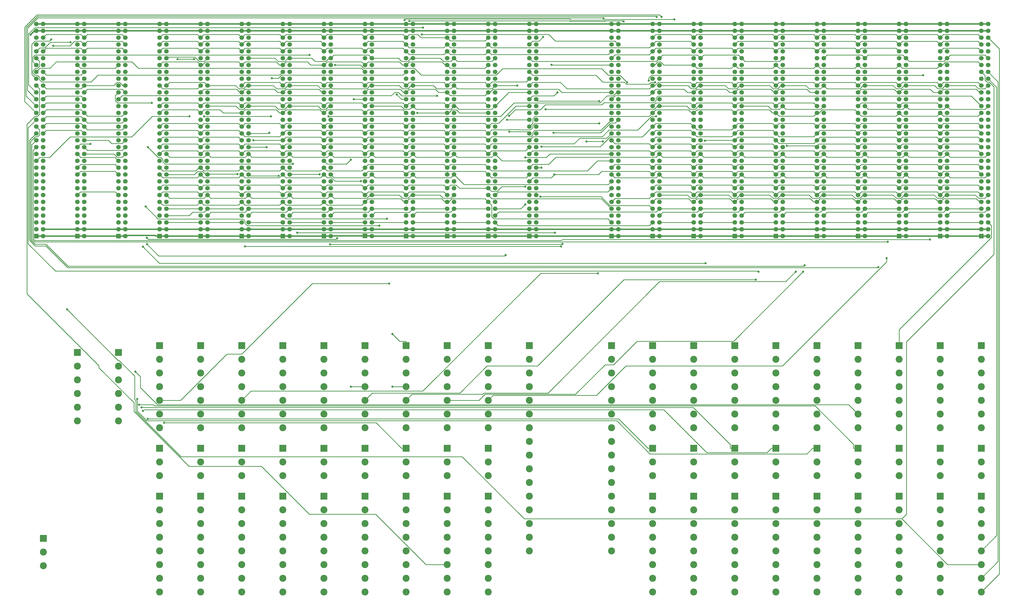
<source format=gbr>
G04 #@! TF.GenerationSoftware,KiCad,Pcbnew,(5.0.0)*
G04 #@! TF.CreationDate,2019-04-29T00:26:28+01:00*
G04 #@! TF.ProjectId,Backplane1,4261636B706C616E65312E6B69636164,rev?*
G04 #@! TF.SameCoordinates,Original*
G04 #@! TF.FileFunction,Copper,L1,Top,Signal*
G04 #@! TF.FilePolarity,Positive*
%FSLAX46Y46*%
G04 Gerber Fmt 4.6, Leading zero omitted, Abs format (unit mm)*
G04 Created by KiCad (PCBNEW (5.0.0)) date 04/29/19 00:26:28*
%MOMM*%
%LPD*%
G01*
G04 APERTURE LIST*
G04 #@! TA.AperFunction,ComponentPad*
%ADD10R,2.600000X2.600000*%
G04 #@! TD*
G04 #@! TA.AperFunction,ComponentPad*
%ADD11C,2.600000*%
G04 #@! TD*
G04 #@! TA.AperFunction,ComponentPad*
%ADD12C,1.700000*%
G04 #@! TD*
G04 #@! TA.AperFunction,ComponentPad*
%ADD13R,1.700000X1.700000*%
G04 #@! TD*
G04 #@! TA.AperFunction,ViaPad*
%ADD14C,0.800000*%
G04 #@! TD*
G04 #@! TA.AperFunction,Conductor*
%ADD15C,0.250000*%
G04 #@! TD*
G04 #@! TA.AperFunction,Conductor*
%ADD16C,0.500000*%
G04 #@! TD*
G04 APERTURE END LIST*
D10*
G04 #@! TO.P,J146,1*
G04 #@! TO.N,CRS*
X203200000Y-175260000D03*
D11*
G04 #@! TO.P,J146,2*
G04 #@! TO.N,CRSm*
X203200000Y-180340000D03*
G04 #@! TO.P,J146,3*
G04 #@! TO.N,SFD*
X203200000Y-185420000D03*
G04 #@! TO.P,J146,4*
G04 #@! TO.N,SFDm*
X203200000Y-190500000D03*
G04 #@! TO.P,J146,5*
G04 #@! TO.N,OTA-'*
X203200000Y-195580000D03*
G04 #@! TO.P,J146,6*
G04 #@! TO.N,GTAa*
X203200000Y-200660000D03*
G04 #@! TO.P,J146,7*
G04 #@! TO.N,OTJ-*
X203200000Y-205740000D03*
G04 #@! TO.P,J146,8*
G04 #@! TO.N,GTJa*
X203200000Y-210820000D03*
G04 #@! TO.P,J146,9*
G04 #@! TO.N,OTMa*
X203200000Y-215900000D03*
G04 #@! TO.P,J146,10*
G04 #@! TO.N,WTMa*
X203200000Y-220980000D03*
G04 #@! TO.P,J146,11*
G04 #@! TO.N,GTMa*
X203200000Y-226060000D03*
G04 #@! TO.P,J146,12*
G04 #@! TO.N,GTQa*
X203200000Y-231140000D03*
G04 #@! TO.P,J146,13*
G04 #@! TO.N,RESET2-*
X203200000Y-236220000D03*
G04 #@! TO.P,J146,14*
G04 #@! TO.N,t4*
X203200000Y-241300000D03*
G04 #@! TO.P,J146,15*
G04 #@! TO.N,t3-2*
X203200000Y-246380000D03*
G04 #@! TO.P,J146,16*
G04 #@! TO.N,t1*
X203200000Y-251460000D03*
G04 #@! TD*
D10*
G04 #@! TO.P,J147,1*
G04 #@! TO.N,FTGa*
X233680000Y-175260000D03*
D11*
G04 #@! TO.P,J147,2*
G04 #@! TO.N,RTGa*
X233680000Y-180340000D03*
G04 #@! TO.P,J147,3*
G04 #@! TO.N,LTGa*
X233680000Y-185420000D03*
G04 #@! TO.P,J147,4*
G04 #@! TO.N,PTG1-a*
X233680000Y-190500000D03*
G04 #@! TO.P,J147,5*
G04 #@! TO.N,PTG2-a*
X233680000Y-195580000D03*
G04 #@! TO.P,J147,6*
G04 #@! TO.N,VTGa*
X233680000Y-200660000D03*
G04 #@! TO.P,J147,7*
G04 #@! TO.N,JTFa*
X233680000Y-205740000D03*
G04 #@! TO.P,J147,8*
G04 #@! TO.N,MTFa*
X233680000Y-210820000D03*
G04 #@! TO.P,J147,9*
G04 #@! TO.N,M-TFa*
X233680000Y-215900000D03*
G04 #@! TO.P,J147,10*
G04 #@! TO.N,MTPa*
X233680000Y-220980000D03*
G04 #@! TO.P,J147,11*
G04 #@! TO.N,JTPC*
X233680000Y-226060000D03*
G04 #@! TO.P,J147,12*
G04 #@! TO.N,JTPCa*
X233680000Y-231140000D03*
G04 #@! TO.P,J147,13*
G04 #@! TO.N,QTFa*
X233680000Y-236220000D03*
G04 #@! TO.P,J147,14*
G04 #@! TO.N,ATFa*
X233680000Y-241300000D03*
G04 #@! TO.P,J147,15*
G04 #@! TO.N,t5*
X233680000Y-246380000D03*
G04 #@! TO.P,J147,16*
G04 #@! TO.N,t2-2*
X233680000Y-251460000D03*
G04 #@! TD*
D10*
G04 #@! TO.P,J137,1*
G04 #@! TO.N,M18*
X66040000Y-175260000D03*
D11*
G04 #@! TO.P,J137,2*
G04 #@! TO.N,IP18*
X66040000Y-180340000D03*
G04 #@! TO.P,J137,3*
G04 #@! TO.N,SKT1V*
X66040000Y-185420000D03*
G04 #@! TO.P,J137,4*
G04 #@! TO.N,N/C*
X66040000Y-190500000D03*
G04 #@! TO.P,J137,5*
G04 #@! TO.N,A11*
X66040000Y-195580000D03*
G04 #@! TO.P,J137,6*
G04 #@! TO.N,C18*
X66040000Y-200660000D03*
G04 #@! TO.P,J137,7*
G04 #@! TO.N,X1*
X66040000Y-205740000D03*
G04 #@! TD*
D10*
G04 #@! TO.P,J138,1*
G04 #@! TO.N,N/C*
X81280000Y-175260000D03*
D11*
G04 #@! TO.P,J138,2*
G04 #@! TO.N,IP17*
X81280000Y-180340000D03*
G04 #@! TO.P,J138,3*
G04 #@! TO.N,SKT1U*
X81280000Y-185420000D03*
G04 #@! TO.P,J138,4*
G04 #@! TO.N,I4*
X81280000Y-190500000D03*
G04 #@! TO.P,J138,5*
G04 #@! TO.N,A10*
X81280000Y-195580000D03*
G04 #@! TO.P,J138,6*
G04 #@! TO.N,C17*
X81280000Y-200660000D03*
G04 #@! TO.P,J138,7*
G04 #@! TO.N,N/C*
X81280000Y-205740000D03*
G04 #@! TD*
D10*
G04 #@! TO.P,J139,1*
G04 #@! TO.N,N/C*
X96520000Y-175260000D03*
D11*
G04 #@! TO.P,J139,2*
G04 #@! TO.N,IP16*
X96520000Y-180340000D03*
G04 #@! TO.P,J139,3*
G04 #@! TO.N,SKT1T*
X96520000Y-185420000D03*
G04 #@! TO.P,J139,4*
G04 #@! TO.N,I3*
X96520000Y-190500000D03*
G04 #@! TO.P,J139,5*
G04 #@! TO.N,A9*
X96520000Y-195580000D03*
G04 #@! TO.P,J139,6*
G04 #@! TO.N,J16-*
X96520000Y-200660000D03*
G04 #@! TO.P,J139,7*
G04 #@! TO.N,SKT2m_*
X96520000Y-205740000D03*
G04 #@! TD*
D10*
G04 #@! TO.P,J140,1*
G04 #@! TO.N,N/C*
X111760000Y-175260000D03*
D11*
G04 #@! TO.P,J140,2*
G04 #@! TO.N,IP15*
X111760000Y-180340000D03*
G04 #@! TO.P,J140,3*
G04 #@! TO.N,SKT1S*
X111760000Y-185420000D03*
G04 #@! TO.P,J140,4*
G04 #@! TO.N,I2*
X111760000Y-190500000D03*
G04 #@! TO.P,J140,5*
G04 #@! TO.N,A8*
X111760000Y-195580000D03*
G04 #@! TO.P,J140,6*
G04 #@! TO.N,J15-*
X111760000Y-200660000D03*
G04 #@! TO.P,J140,7*
G04 #@! TO.N,SKT2k_*
X111760000Y-205740000D03*
G04 #@! TD*
D10*
G04 #@! TO.P,J141,1*
G04 #@! TO.N,N/C*
X127000000Y-175260000D03*
D11*
G04 #@! TO.P,J141,2*
G04 #@! TO.N,IP14*
X127000000Y-180340000D03*
G04 #@! TO.P,J141,3*
G04 #@! TO.N,SKT1R*
X127000000Y-185420000D03*
G04 #@! TO.P,J141,4*
G04 #@! TO.N,I1*
X127000000Y-190500000D03*
G04 #@! TO.P,J141,5*
G04 #@! TO.N,A7*
X127000000Y-195580000D03*
G04 #@! TO.P,J141,6*
G04 #@! TO.N,J14-*
X127000000Y-200660000D03*
G04 #@! TO.P,J141,7*
G04 #@! TO.N,SKT2j_*
X127000000Y-205740000D03*
G04 #@! TD*
D10*
G04 #@! TO.P,J154,1*
G04 #@! TO.N,ITF*
X340360000Y-175260000D03*
D11*
G04 #@! TO.P,J154,2*
G04 #@! TO.N,IP3*
X340360000Y-180340000D03*
G04 #@! TO.P,J154,3*
G04 #@! TO.N,SKT1D*
X340360000Y-185420000D03*
G04 #@! TO.P,J154,4*
G04 #@! TO.N,ETJ3-*
X340360000Y-190500000D03*
G04 #@! TO.P,J154,5*
G04 #@! TO.N,IP'3*
X340360000Y-195580000D03*
G04 #@! TO.P,J154,6*
G04 #@! TO.N,J3-*
X340360000Y-200660000D03*
G04 #@! TO.P,J154,7*
G04 #@! TO.N,SKT2Y*
X340360000Y-205740000D03*
G04 #@! TD*
D10*
G04 #@! TO.P,J153,1*
G04 #@! TO.N,FTG1*
X325120000Y-175260000D03*
D11*
G04 #@! TO.P,J153,2*
G04 #@! TO.N,IP4*
X325120000Y-180340000D03*
G04 #@! TO.P,J153,3*
G04 #@! TO.N,SKT1E*
X325120000Y-185420000D03*
G04 #@! TO.P,J153,4*
G04 #@! TO.N,N/C*
X325120000Y-190500000D03*
G04 #@! TO.P,J153,5*
G04 #@! TO.N,IP'4*
X325120000Y-195580000D03*
G04 #@! TO.P,J153,6*
G04 #@! TO.N,J4-*
X325120000Y-200660000D03*
G04 #@! TO.P,J153,7*
G04 #@! TO.N,SKT2Z*
X325120000Y-205740000D03*
G04 #@! TD*
D10*
G04 #@! TO.P,J155,1*
G04 #@! TO.N,F1*
X355600000Y-175260000D03*
D11*
G04 #@! TO.P,J155,2*
G04 #@! TO.N,IP2*
X355600000Y-180340000D03*
G04 #@! TO.P,J155,3*
G04 #@! TO.N,SKT1C*
X355600000Y-185420000D03*
G04 #@! TO.P,J155,4*
G04 #@! TO.N,ETJ2-*
X355600000Y-190500000D03*
G04 #@! TO.P,J155,5*
G04 #@! TO.N,IP'2*
X355600000Y-195580000D03*
G04 #@! TO.P,J155,6*
G04 #@! TO.N,J2-*
X355600000Y-200660000D03*
G04 #@! TO.P,J155,7*
G04 #@! TO.N,SKT2X*
X355600000Y-205740000D03*
G04 #@! TD*
D10*
G04 #@! TO.P,J142,1*
G04 #@! TO.N,M13*
X142240000Y-175260000D03*
D11*
G04 #@! TO.P,J142,2*
G04 #@! TO.N,IP13*
X142240000Y-180340000D03*
G04 #@! TO.P,J142,3*
G04 #@! TO.N,SKT1P*
X142240000Y-185420000D03*
G04 #@! TO.P,J142,4*
G04 #@! TO.N,P13*
X142240000Y-190500000D03*
G04 #@! TO.P,J142,5*
G04 #@! TO.N,A6*
X142240000Y-195580000D03*
G04 #@! TO.P,J142,6*
G04 #@! TO.N,J13-*
X142240000Y-200660000D03*
G04 #@! TO.P,J142,7*
G04 #@! TO.N,SKT2i*
X142240000Y-205740000D03*
G04 #@! TD*
D10*
G04 #@! TO.P,J143,1*
G04 #@! TO.N,M12*
X157480000Y-175260000D03*
D11*
G04 #@! TO.P,J143,2*
G04 #@! TO.N,IP12*
X157480000Y-180340000D03*
G04 #@! TO.P,J143,3*
G04 #@! TO.N,SKT1N*
X157480000Y-185420000D03*
G04 #@! TO.P,J143,4*
G04 #@! TO.N,P12*
X157480000Y-190500000D03*
G04 #@! TO.P,J143,5*
G04 #@! TO.N,A5*
X157480000Y-195580000D03*
G04 #@! TO.P,J143,6*
G04 #@! TO.N,J12-*
X157480000Y-200660000D03*
G04 #@! TO.P,J143,7*
G04 #@! TO.N,SKT2h_*
X157480000Y-205740000D03*
G04 #@! TD*
D10*
G04 #@! TO.P,J144,1*
G04 #@! TO.N,M11*
X172720000Y-175260000D03*
D11*
G04 #@! TO.P,J144,2*
G04 #@! TO.N,IP11*
X172720000Y-180340000D03*
G04 #@! TO.P,J144,3*
G04 #@! TO.N,SKT1M*
X172720000Y-185420000D03*
G04 #@! TO.P,J144,4*
G04 #@! TO.N,N/C*
X172720000Y-190500000D03*
G04 #@! TO.P,J144,5*
G04 #@! TO.N,A4*
X172720000Y-195580000D03*
G04 #@! TO.P,J144,6*
G04 #@! TO.N,J11-*
X172720000Y-200660000D03*
G04 #@! TO.P,J144,7*
G04 #@! TO.N,SKT2g_*
X172720000Y-205740000D03*
G04 #@! TD*
D10*
G04 #@! TO.P,J145,1*
G04 #@! TO.N,N/C*
X187960000Y-175260000D03*
D11*
G04 #@! TO.P,J145,2*
G04 #@! TO.N,IP10*
X187960000Y-180340000D03*
G04 #@! TO.P,J145,3*
G04 #@! TO.N,SKT1L*
X187960000Y-185420000D03*
G04 #@! TO.P,J145,4*
G04 #@! TO.N,N/C*
X187960000Y-190500000D03*
G04 #@! TO.P,J145,5*
G04 #@! TO.N,A3*
X187960000Y-195580000D03*
G04 #@! TO.P,J145,6*
G04 #@! TO.N,J10-*
X187960000Y-200660000D03*
G04 #@! TO.P,J145,7*
G04 #@! TO.N,SKT2f_*
X187960000Y-205740000D03*
G04 #@! TD*
D10*
G04 #@! TO.P,J148,1*
G04 #@! TO.N,N/C*
X248920000Y-175260000D03*
D11*
G04 #@! TO.P,J148,2*
G04 #@! TO.N,IP9*
X248920000Y-180340000D03*
G04 #@! TO.P,J148,3*
G04 #@! TO.N,SKT1K*
X248920000Y-185420000D03*
G04 #@! TO.P,J148,4*
G04 #@! TO.N,N/C*
X248920000Y-190500000D03*
G04 #@! TO.P,J148,5*
G04 #@! TO.N,A2*
X248920000Y-195580000D03*
G04 #@! TO.P,J148,6*
G04 #@! TO.N,J9-*
X248920000Y-200660000D03*
G04 #@! TO.P,J148,7*
G04 #@! TO.N,SKT2e_*
X248920000Y-205740000D03*
G04 #@! TD*
D10*
G04 #@! TO.P,J149,1*
G04 #@! TO.N,N/C*
X264160000Y-175260000D03*
D11*
G04 #@! TO.P,J149,2*
G04 #@! TO.N,IP8*
X264160000Y-180340000D03*
G04 #@! TO.P,J149,3*
G04 #@! TO.N,SKT1J*
X264160000Y-185420000D03*
G04 #@! TO.P,J149,4*
G04 #@! TO.N,N/C*
X264160000Y-190500000D03*
G04 #@! TO.P,J149,5*
G04 #@! TO.N,IP'8*
X264160000Y-195580000D03*
G04 #@! TO.P,J149,6*
G04 #@! TO.N,J8-*
X264160000Y-200660000D03*
G04 #@! TO.P,J149,7*
G04 #@! TO.N,SKT2d_*
X264160000Y-205740000D03*
G04 #@! TD*
D10*
G04 #@! TO.P,J150,1*
G04 #@! TO.N,N/C*
X279400000Y-175260000D03*
D11*
G04 #@! TO.P,J150,2*
G04 #@! TO.N,IP7*
X279400000Y-180340000D03*
G04 #@! TO.P,J150,3*
G04 #@! TO.N,SKT1H*
X279400000Y-185420000D03*
G04 #@! TO.P,J150,4*
G04 #@! TO.N,N/C*
X279400000Y-190500000D03*
G04 #@! TO.P,J150,5*
G04 #@! TO.N,IP'7*
X279400000Y-195580000D03*
G04 #@! TO.P,J150,6*
G04 #@! TO.N,J7-*
X279400000Y-200660000D03*
G04 #@! TO.P,J150,7*
G04 #@! TO.N,SKT2c_*
X279400000Y-205740000D03*
G04 #@! TD*
D10*
G04 #@! TO.P,J151,1*
G04 #@! TO.N,N/C*
X294640000Y-175260000D03*
D11*
G04 #@! TO.P,J151,2*
G04 #@! TO.N,IP6*
X294640000Y-180340000D03*
G04 #@! TO.P,J151,3*
G04 #@! TO.N,SKT1G*
X294640000Y-185420000D03*
G04 #@! TO.P,J151,4*
G04 #@! TO.N,N/C*
X294640000Y-190500000D03*
G04 #@! TO.P,J151,5*
G04 #@! TO.N,IP'6*
X294640000Y-195580000D03*
G04 #@! TO.P,J151,6*
G04 #@! TO.N,J6-*
X294640000Y-200660000D03*
G04 #@! TO.P,J151,7*
G04 #@! TO.N,SKT2b_*
X294640000Y-205740000D03*
G04 #@! TD*
D10*
G04 #@! TO.P,J152,1*
G04 #@! TO.N,N/C*
X309880000Y-175260000D03*
D11*
G04 #@! TO.P,J152,2*
G04 #@! TO.N,IP5*
X309880000Y-180340000D03*
G04 #@! TO.P,J152,3*
G04 #@! TO.N,SKT1F*
X309880000Y-185420000D03*
G04 #@! TO.P,J152,4*
G04 #@! TO.N,KTJ5-*
X309880000Y-190500000D03*
G04 #@! TO.P,J152,5*
G04 #@! TO.N,IP'5*
X309880000Y-195580000D03*
G04 #@! TO.P,J152,6*
G04 #@! TO.N,J5-*
X309880000Y-200660000D03*
G04 #@! TO.P,J152,7*
G04 #@! TO.N,SKT2a*
X309880000Y-205740000D03*
G04 #@! TD*
D10*
G04 #@! TO.P,J156,1*
G04 #@! TO.N,X0*
X370840000Y-175260000D03*
D11*
G04 #@! TO.P,J156,2*
G04 #@! TO.N,IP1*
X370840000Y-180340000D03*
G04 #@! TO.P,J156,3*
G04 #@! TO.N,SKT1B*
X370840000Y-185420000D03*
G04 #@! TO.P,J156,4*
G04 #@! TO.N,KTJ1-*
X370840000Y-190500000D03*
G04 #@! TO.P,J156,5*
G04 #@! TO.N,IP'1*
X370840000Y-195580000D03*
G04 #@! TO.P,J156,6*
G04 #@! TO.N,J1-*
X370840000Y-200660000D03*
G04 #@! TO.P,J156,7*
G04 #@! TO.N,SKT2W*
X370840000Y-205740000D03*
G04 #@! TD*
D10*
G04 #@! TO.P,J237,1*
G04 #@! TO.N,N/C*
X66040000Y-213360000D03*
D11*
G04 #@! TO.P,J237,2*
G04 #@! TO.N,SKT2V*
X66040000Y-218440000D03*
G04 #@! TO.P,J237,3*
G04 #@! TO.N,W18*
X66040000Y-223520000D03*
G04 #@! TD*
D10*
G04 #@! TO.P,J238,1*
G04 #@! TO.N,N/C*
X81280000Y-213360000D03*
D11*
G04 #@! TO.P,J238,2*
G04 #@! TO.N,SKT2U*
X81280000Y-218440000D03*
G04 #@! TO.P,J238,3*
G04 #@! TO.N,W17*
X81280000Y-223520000D03*
G04 #@! TD*
D10*
G04 #@! TO.P,J239,1*
G04 #@! TO.N,J16*
X96520000Y-213360000D03*
D11*
G04 #@! TO.P,J239,2*
G04 #@! TO.N,SKT2T*
X96520000Y-218440000D03*
G04 #@! TO.P,J239,3*
G04 #@! TO.N,W16*
X96520000Y-223520000D03*
G04 #@! TD*
D10*
G04 #@! TO.P,J240,1*
G04 #@! TO.N,J15*
X111760000Y-213360000D03*
D11*
G04 #@! TO.P,J240,2*
G04 #@! TO.N,SKT2S*
X111760000Y-218440000D03*
G04 #@! TO.P,J240,3*
G04 #@! TO.N,W15*
X111760000Y-223520000D03*
G04 #@! TD*
D10*
G04 #@! TO.P,J241,1*
G04 #@! TO.N,J14*
X127000000Y-213360000D03*
D11*
G04 #@! TO.P,J241,2*
G04 #@! TO.N,SKT2R*
X127000000Y-218440000D03*
G04 #@! TO.P,J241,3*
G04 #@! TO.N,W14*
X127000000Y-223520000D03*
G04 #@! TD*
D10*
G04 #@! TO.P,J242,1*
G04 #@! TO.N,J13*
X142240000Y-213360000D03*
D11*
G04 #@! TO.P,J242,2*
G04 #@! TO.N,SKT2P*
X142240000Y-218440000D03*
G04 #@! TO.P,J242,3*
G04 #@! TO.N,SKT11P*
X142240000Y-223520000D03*
G04 #@! TD*
D10*
G04 #@! TO.P,J243,1*
G04 #@! TO.N,J12*
X157480000Y-213360000D03*
D11*
G04 #@! TO.P,J243,2*
G04 #@! TO.N,SKT2N*
X157480000Y-218440000D03*
G04 #@! TO.P,J243,3*
G04 #@! TO.N,SKT11N*
X157480000Y-223520000D03*
G04 #@! TD*
D10*
G04 #@! TO.P,J244,1*
G04 #@! TO.N,J11*
X172720000Y-213360000D03*
D11*
G04 #@! TO.P,J244,2*
G04 #@! TO.N,SKT2M*
X172720000Y-218440000D03*
G04 #@! TO.P,J244,3*
G04 #@! TO.N,SKT11M*
X172720000Y-223520000D03*
G04 #@! TD*
D10*
G04 #@! TO.P,J245,1*
G04 #@! TO.N,J10*
X187960000Y-213360000D03*
D11*
G04 #@! TO.P,J245,2*
G04 #@! TO.N,SKT2L*
X187960000Y-218440000D03*
G04 #@! TO.P,J245,3*
G04 #@! TO.N,SKT11L*
X187960000Y-223520000D03*
G04 #@! TD*
D10*
G04 #@! TO.P,J248,1*
G04 #@! TO.N,J9*
X248920000Y-213360000D03*
D11*
G04 #@! TO.P,J248,2*
G04 #@! TO.N,SKT2K*
X248920000Y-218440000D03*
G04 #@! TO.P,J248,3*
G04 #@! TO.N,SKT11K*
X248920000Y-223520000D03*
G04 #@! TD*
D10*
G04 #@! TO.P,J249,1*
G04 #@! TO.N,J8*
X264160000Y-213360000D03*
D11*
G04 #@! TO.P,J249,2*
G04 #@! TO.N,SKT2J*
X264160000Y-218440000D03*
G04 #@! TO.P,J249,3*
G04 #@! TO.N,SKT11J*
X264160000Y-223520000D03*
G04 #@! TD*
D10*
G04 #@! TO.P,J250,1*
G04 #@! TO.N,J7*
X279400000Y-213360000D03*
D11*
G04 #@! TO.P,J250,2*
G04 #@! TO.N,SKT2H*
X279400000Y-218440000D03*
G04 #@! TO.P,J250,3*
G04 #@! TO.N,SKT11H*
X279400000Y-223520000D03*
G04 #@! TD*
D10*
G04 #@! TO.P,J251,1*
G04 #@! TO.N,J6*
X294640000Y-213360000D03*
D11*
G04 #@! TO.P,J251,2*
G04 #@! TO.N,SKT2G*
X294640000Y-218440000D03*
G04 #@! TO.P,J251,3*
G04 #@! TO.N,SKT11G*
X294640000Y-223520000D03*
G04 #@! TD*
D10*
G04 #@! TO.P,J252,1*
G04 #@! TO.N,J5*
X309880000Y-213360000D03*
D11*
G04 #@! TO.P,J252,2*
G04 #@! TO.N,SKT2F*
X309880000Y-218440000D03*
G04 #@! TO.P,J252,3*
G04 #@! TO.N,SKT11F*
X309880000Y-223520000D03*
G04 #@! TD*
D10*
G04 #@! TO.P,J253,1*
G04 #@! TO.N,J4*
X325120000Y-213360000D03*
D11*
G04 #@! TO.P,J253,2*
G04 #@! TO.N,SKT2E*
X325120000Y-218440000D03*
G04 #@! TO.P,J253,3*
G04 #@! TO.N,W4*
X325120000Y-223520000D03*
G04 #@! TD*
D10*
G04 #@! TO.P,J254,1*
G04 #@! TO.N,J3*
X340360000Y-213360000D03*
D11*
G04 #@! TO.P,J254,2*
G04 #@! TO.N,SKT2D*
X340360000Y-218440000D03*
G04 #@! TO.P,J254,3*
G04 #@! TO.N,W3*
X340360000Y-223520000D03*
G04 #@! TD*
D10*
G04 #@! TO.P,J255,1*
G04 #@! TO.N,J2*
X355600000Y-213360000D03*
D11*
G04 #@! TO.P,J255,2*
G04 #@! TO.N,SKT2C*
X355600000Y-218440000D03*
G04 #@! TO.P,J255,3*
G04 #@! TO.N,W2*
X355600000Y-223520000D03*
G04 #@! TD*
D10*
G04 #@! TO.P,J1,1*
G04 #@! TO.N,GND*
X22987000Y-246824000D03*
D11*
G04 #@! TO.P,J1,2*
G04 #@! TO.N,6v*
X22987000Y-251904000D03*
G04 #@! TO.P,J1,3*
G04 #@! TO.N,Neg6v*
X22987000Y-256984000D03*
G04 #@! TD*
D10*
G04 #@! TO.P,J256,1*
G04 #@! TO.N,J1*
X370840000Y-213360000D03*
D11*
G04 #@! TO.P,J256,2*
G04 #@! TO.N,SKT2B*
X370840000Y-218440000D03*
G04 #@! TO.P,J256,3*
G04 #@! TO.N,SKT11B*
X370840000Y-223520000D03*
G04 #@! TD*
D10*
G04 #@! TO.P,J351,1*
G04 #@! TO.N,M6-*
X294640000Y-231140000D03*
D11*
G04 #@! TO.P,J351,2*
G04 #@! TO.N,P6-*
X294640000Y-236220000D03*
G04 #@! TO.P,J351,3*
G04 #@! TO.N,SKT2t_*
X294640000Y-241300000D03*
G04 #@! TO.P,J351,4*
G04 #@! TO.N,SKT1b_*
X294640000Y-246380000D03*
G04 #@! TO.P,J351,5*
G04 #@! TO.N,A6-*
X294640000Y-251460000D03*
G04 #@! TO.P,J351,6*
G04 #@! TO.N,II6*
X294640000Y-256540000D03*
G04 #@! TO.P,J351,7*
G04 #@! TO.N,SKT1v_*
X294640000Y-261620000D03*
G04 #@! TO.P,J351,8*
G04 #@! TO.N,STORE6-*
X294640000Y-266700000D03*
G04 #@! TD*
D10*
G04 #@! TO.P,J348,1*
G04 #@! TO.N,M9-*
X248920000Y-231140000D03*
D11*
G04 #@! TO.P,J348,2*
G04 #@! TO.N,P9-*
X248920000Y-236220000D03*
G04 #@! TO.P,J348,3*
G04 #@! TO.N,SKT2w_*
X248920000Y-241300000D03*
G04 #@! TO.P,J348,4*
G04 #@! TO.N,SKT1e_*
X248920000Y-246380000D03*
G04 #@! TO.P,J348,5*
G04 #@! TO.N,A9-*
X248920000Y-251460000D03*
G04 #@! TO.P,J348,6*
G04 #@! TO.N,II9*
X248920000Y-256540000D03*
G04 #@! TO.P,J348,7*
G04 #@! TO.N,SKT1y_*
X248920000Y-261620000D03*
G04 #@! TO.P,J348,8*
G04 #@! TO.N,STORE9-*
X248920000Y-266700000D03*
G04 #@! TD*
D10*
G04 #@! TO.P,J353,1*
G04 #@! TO.N,M4-*
X325120000Y-231140000D03*
D11*
G04 #@! TO.P,J353,2*
G04 #@! TO.N,P4-*
X325120000Y-236220000D03*
G04 #@! TO.P,J353,3*
G04 #@! TO.N,SKT2r_*
X325120000Y-241300000D03*
G04 #@! TO.P,J353,4*
G04 #@! TO.N,SKT1Z*
X325120000Y-246380000D03*
G04 #@! TO.P,J353,5*
G04 #@! TO.N,A4-*
X325120000Y-251460000D03*
G04 #@! TO.P,J353,6*
G04 #@! TO.N,II4*
X325120000Y-256540000D03*
G04 #@! TO.P,J353,7*
G04 #@! TO.N,SKT1t_*
X325120000Y-261620000D03*
G04 #@! TO.P,J353,8*
G04 #@! TO.N,STORE4-*
X325120000Y-266700000D03*
G04 #@! TD*
G04 #@! TO.P,J355,8*
G04 #@! TO.N,STORE2-*
X355600000Y-266700000D03*
G04 #@! TO.P,J355,7*
G04 #@! TO.N,SKT1r_*
X355600000Y-261620000D03*
G04 #@! TO.P,J355,6*
G04 #@! TO.N,II2*
X355600000Y-256540000D03*
G04 #@! TO.P,J355,5*
G04 #@! TO.N,A2-*
X355600000Y-251460000D03*
G04 #@! TO.P,J355,4*
G04 #@! TO.N,SKT1X*
X355600000Y-246380000D03*
G04 #@! TO.P,J355,3*
G04 #@! TO.N,SKT2p_*
X355600000Y-241300000D03*
G04 #@! TO.P,J355,2*
G04 #@! TO.N,P2-*
X355600000Y-236220000D03*
D10*
G04 #@! TO.P,J355,1*
G04 #@! TO.N,M2-*
X355600000Y-231140000D03*
G04 #@! TD*
D11*
G04 #@! TO.P,J356,8*
G04 #@! TO.N,STORE1-*
X370840000Y-266700000D03*
G04 #@! TO.P,J356,7*
G04 #@! TO.N,SKT1q*
X370840000Y-261620000D03*
G04 #@! TO.P,J356,6*
G04 #@! TO.N,II1*
X370840000Y-256540000D03*
G04 #@! TO.P,J356,5*
G04 #@! TO.N,A1-*
X370840000Y-251460000D03*
G04 #@! TO.P,J356,4*
G04 #@! TO.N,SKT1W*
X370840000Y-246380000D03*
G04 #@! TO.P,J356,3*
G04 #@! TO.N,SKT2n_*
X370840000Y-241300000D03*
G04 #@! TO.P,J356,2*
G04 #@! TO.N,P1-*
X370840000Y-236220000D03*
D10*
G04 #@! TO.P,J356,1*
G04 #@! TO.N,M1-*
X370840000Y-231140000D03*
G04 #@! TD*
D11*
G04 #@! TO.P,J337,8*
G04 #@! TO.N,STORE18-*
X66040000Y-266700000D03*
G04 #@! TO.P,J337,7*
G04 #@! TO.N,SKT1HH*
X66040000Y-261620000D03*
G04 #@! TO.P,J337,6*
G04 #@! TO.N,II18*
X66040000Y-256540000D03*
G04 #@! TO.P,J337,5*
G04 #@! TO.N,A18-*
X66040000Y-251460000D03*
G04 #@! TO.P,J337,4*
G04 #@! TO.N,SKT1p_*
X66040000Y-246380000D03*
G04 #@! TO.P,J337,3*
G04 #@! TO.N,N/C*
X66040000Y-241300000D03*
G04 #@! TO.P,J337,2*
X66040000Y-236220000D03*
D10*
G04 #@! TO.P,J337,1*
G04 #@! TO.N,M18-*
X66040000Y-231140000D03*
G04 #@! TD*
D11*
G04 #@! TO.P,J338,8*
G04 #@! TO.N,STORE17-*
X81280000Y-266700000D03*
G04 #@! TO.P,J338,7*
G04 #@! TO.N,SKT1GG*
X81280000Y-261620000D03*
G04 #@! TO.P,J338,6*
G04 #@! TO.N,II17*
X81280000Y-256540000D03*
G04 #@! TO.P,J338,5*
G04 #@! TO.N,A17-*
X81280000Y-251460000D03*
G04 #@! TO.P,J338,4*
G04 #@! TO.N,SKT1n_*
X81280000Y-246380000D03*
G04 #@! TO.P,J338,3*
G04 #@! TO.N,SKT3u*
X81280000Y-241300000D03*
G04 #@! TO.P,J338,2*
G04 #@! TO.N,I4-*
X81280000Y-236220000D03*
D10*
G04 #@! TO.P,J338,1*
G04 #@! TO.N,M17-*
X81280000Y-231140000D03*
G04 #@! TD*
D11*
G04 #@! TO.P,J339,8*
G04 #@! TO.N,STORE16-*
X96520000Y-266700000D03*
G04 #@! TO.P,J339,7*
G04 #@! TO.N,SKT1FF*
X96520000Y-261620000D03*
G04 #@! TO.P,J339,6*
G04 #@! TO.N,II16*
X96520000Y-256540000D03*
G04 #@! TO.P,J339,5*
G04 #@! TO.N,A16-*
X96520000Y-251460000D03*
G04 #@! TO.P,J339,4*
G04 #@! TO.N,SKT1m_*
X96520000Y-246380000D03*
G04 #@! TO.P,J339,3*
G04 #@! TO.N,SKT3t*
X96520000Y-241300000D03*
G04 #@! TO.P,J339,2*
G04 #@! TO.N,I3-*
X96520000Y-236220000D03*
D10*
G04 #@! TO.P,J339,1*
G04 #@! TO.N,M16-*
X96520000Y-231140000D03*
G04 #@! TD*
D11*
G04 #@! TO.P,J340,8*
G04 #@! TO.N,STORE15-*
X111760000Y-266700000D03*
G04 #@! TO.P,J340,7*
G04 #@! TO.N,SKT1EE*
X111760000Y-261620000D03*
G04 #@! TO.P,J340,6*
G04 #@! TO.N,II15*
X111760000Y-256540000D03*
G04 #@! TO.P,J340,5*
G04 #@! TO.N,A15-*
X111760000Y-251460000D03*
G04 #@! TO.P,J340,4*
G04 #@! TO.N,SKT1k_*
X111760000Y-246380000D03*
G04 #@! TO.P,J340,3*
G04 #@! TO.N,SKT3s*
X111760000Y-241300000D03*
G04 #@! TO.P,J340,2*
G04 #@! TO.N,I2-*
X111760000Y-236220000D03*
D10*
G04 #@! TO.P,J340,1*
G04 #@! TO.N,M15-*
X111760000Y-231140000D03*
G04 #@! TD*
D11*
G04 #@! TO.P,J341,8*
G04 #@! TO.N,STORE14-*
X127000000Y-266700000D03*
G04 #@! TO.P,J341,7*
G04 #@! TO.N,SKT1DD*
X127000000Y-261620000D03*
G04 #@! TO.P,J341,6*
G04 #@! TO.N,II14*
X127000000Y-256540000D03*
G04 #@! TO.P,J341,5*
G04 #@! TO.N,A14-*
X127000000Y-251460000D03*
G04 #@! TO.P,J341,4*
G04 #@! TO.N,SKT1j_*
X127000000Y-246380000D03*
G04 #@! TO.P,J341,3*
G04 #@! TO.N,SKT3r*
X127000000Y-241300000D03*
G04 #@! TO.P,J341,2*
G04 #@! TO.N,I1-*
X127000000Y-236220000D03*
D10*
G04 #@! TO.P,J341,1*
G04 #@! TO.N,M14-*
X127000000Y-231140000D03*
G04 #@! TD*
D11*
G04 #@! TO.P,J342,8*
G04 #@! TO.N,STORE13-*
X142240000Y-266700000D03*
G04 #@! TO.P,J342,7*
G04 #@! TO.N,SKT1CC*
X142240000Y-261620000D03*
G04 #@! TO.P,J342,6*
G04 #@! TO.N,II13*
X142240000Y-256540000D03*
G04 #@! TO.P,J342,5*
G04 #@! TO.N,A13-*
X142240000Y-251460000D03*
G04 #@! TO.P,J342,4*
G04 #@! TO.N,SKT1i*
X142240000Y-246380000D03*
G04 #@! TO.P,J342,3*
G04 #@! TO.N,N/C*
X142240000Y-241300000D03*
G04 #@! TO.P,J342,2*
G04 #@! TO.N,P13-*
X142240000Y-236220000D03*
D10*
G04 #@! TO.P,J342,1*
G04 #@! TO.N,M13-*
X142240000Y-231140000D03*
G04 #@! TD*
D11*
G04 #@! TO.P,J343,8*
G04 #@! TO.N,STORE12-*
X157480000Y-266700000D03*
G04 #@! TO.P,J343,7*
G04 #@! TO.N,SKT1BB*
X157480000Y-261620000D03*
G04 #@! TO.P,J343,6*
G04 #@! TO.N,II12*
X157480000Y-256540000D03*
G04 #@! TO.P,J343,5*
G04 #@! TO.N,A12-*
X157480000Y-251460000D03*
G04 #@! TO.P,J343,4*
G04 #@! TO.N,SKT1h_*
X157480000Y-246380000D03*
G04 #@! TO.P,J343,3*
G04 #@! TO.N,N/C*
X157480000Y-241300000D03*
G04 #@! TO.P,J343,2*
G04 #@! TO.N,P12-*
X157480000Y-236220000D03*
D10*
G04 #@! TO.P,J343,1*
G04 #@! TO.N,M12-*
X157480000Y-231140000D03*
G04 #@! TD*
D11*
G04 #@! TO.P,J344,8*
G04 #@! TO.N,STORE11-*
X172720000Y-266700000D03*
G04 #@! TO.P,J344,7*
G04 #@! TO.N,SKT1AA*
X172720000Y-261620000D03*
G04 #@! TO.P,J344,6*
G04 #@! TO.N,II11*
X172720000Y-256540000D03*
G04 #@! TO.P,J344,5*
G04 #@! TO.N,A11-*
X172720000Y-251460000D03*
G04 #@! TO.P,J344,4*
G04 #@! TO.N,SKT1g_*
X172720000Y-246380000D03*
G04 #@! TO.P,J344,3*
G04 #@! TO.N,SKT2y_*
X172720000Y-241300000D03*
G04 #@! TO.P,J344,2*
G04 #@! TO.N,P11-*
X172720000Y-236220000D03*
D10*
G04 #@! TO.P,J344,1*
G04 #@! TO.N,M11-*
X172720000Y-231140000D03*
G04 #@! TD*
D11*
G04 #@! TO.P,J345,8*
G04 #@! TO.N,STORE10-*
X187960000Y-266700000D03*
G04 #@! TO.P,J345,7*
G04 #@! TO.N,SKT1z_*
X187960000Y-261620000D03*
G04 #@! TO.P,J345,6*
G04 #@! TO.N,II10*
X187960000Y-256540000D03*
G04 #@! TO.P,J345,5*
G04 #@! TO.N,A10-*
X187960000Y-251460000D03*
G04 #@! TO.P,J345,4*
G04 #@! TO.N,SKT1f_*
X187960000Y-246380000D03*
G04 #@! TO.P,J345,3*
G04 #@! TO.N,SKT2x_*
X187960000Y-241300000D03*
G04 #@! TO.P,J345,2*
G04 #@! TO.N,P10-*
X187960000Y-236220000D03*
D10*
G04 #@! TO.P,J345,1*
G04 #@! TO.N,M10-*
X187960000Y-231140000D03*
G04 #@! TD*
D11*
G04 #@! TO.P,J349,8*
G04 #@! TO.N,STORE8-*
X264160000Y-266700000D03*
G04 #@! TO.P,J349,7*
G04 #@! TO.N,SKT1x_*
X264160000Y-261620000D03*
G04 #@! TO.P,J349,6*
G04 #@! TO.N,II8*
X264160000Y-256540000D03*
G04 #@! TO.P,J349,5*
G04 #@! TO.N,A8-*
X264160000Y-251460000D03*
G04 #@! TO.P,J349,4*
G04 #@! TO.N,SKT1d_*
X264160000Y-246380000D03*
G04 #@! TO.P,J349,3*
G04 #@! TO.N,SKT2v_*
X264160000Y-241300000D03*
G04 #@! TO.P,J349,2*
G04 #@! TO.N,P8-*
X264160000Y-236220000D03*
D10*
G04 #@! TO.P,J349,1*
G04 #@! TO.N,M8-*
X264160000Y-231140000D03*
G04 #@! TD*
D11*
G04 #@! TO.P,J350,8*
G04 #@! TO.N,STORE7-*
X279400000Y-266700000D03*
G04 #@! TO.P,J350,7*
G04 #@! TO.N,SKT1w_*
X279400000Y-261620000D03*
G04 #@! TO.P,J350,6*
G04 #@! TO.N,II7*
X279400000Y-256540000D03*
G04 #@! TO.P,J350,5*
G04 #@! TO.N,A7-*
X279400000Y-251460000D03*
G04 #@! TO.P,J350,4*
G04 #@! TO.N,SKT1c_*
X279400000Y-246380000D03*
G04 #@! TO.P,J350,3*
G04 #@! TO.N,SKT2u_*
X279400000Y-241300000D03*
G04 #@! TO.P,J350,2*
G04 #@! TO.N,P7-*
X279400000Y-236220000D03*
D10*
G04 #@! TO.P,J350,1*
G04 #@! TO.N,M7-*
X279400000Y-231140000D03*
G04 #@! TD*
D11*
G04 #@! TO.P,J352,8*
G04 #@! TO.N,STORE5-*
X309880000Y-266700000D03*
G04 #@! TO.P,J352,7*
G04 #@! TO.N,SKT1u_*
X309880000Y-261620000D03*
G04 #@! TO.P,J352,6*
G04 #@! TO.N,II5*
X309880000Y-256540000D03*
G04 #@! TO.P,J352,5*
G04 #@! TO.N,A5-*
X309880000Y-251460000D03*
G04 #@! TO.P,J352,4*
G04 #@! TO.N,SKT1a*
X309880000Y-246380000D03*
G04 #@! TO.P,J352,3*
G04 #@! TO.N,SKT2s_*
X309880000Y-241300000D03*
G04 #@! TO.P,J352,2*
G04 #@! TO.N,P5-*
X309880000Y-236220000D03*
D10*
G04 #@! TO.P,J352,1*
G04 #@! TO.N,M5-*
X309880000Y-231140000D03*
G04 #@! TD*
D11*
G04 #@! TO.P,J354,8*
G04 #@! TO.N,STORE3-*
X340360000Y-266700000D03*
G04 #@! TO.P,J354,7*
G04 #@! TO.N,SKT1s_*
X340360000Y-261620000D03*
G04 #@! TO.P,J354,6*
G04 #@! TO.N,II3*
X340360000Y-256540000D03*
G04 #@! TO.P,J354,5*
G04 #@! TO.N,A3-*
X340360000Y-251460000D03*
G04 #@! TO.P,J354,4*
G04 #@! TO.N,SKT1Y*
X340360000Y-246380000D03*
G04 #@! TO.P,J354,3*
G04 #@! TO.N,SKT2q*
X340360000Y-241300000D03*
G04 #@! TO.P,J354,2*
G04 #@! TO.N,P3-*
X340360000Y-236220000D03*
D10*
G04 #@! TO.P,J354,1*
G04 #@! TO.N,M3-*
X340360000Y-231140000D03*
G04 #@! TD*
D11*
G04 #@! TO.P,J135,6*
G04 #@! TO.N,J3'*
X35560000Y-203200000D03*
G04 #@! TO.P,J135,5*
G04 #@! TO.N,J3-'*
X35560000Y-198120000D03*
G04 #@! TO.P,J135,4*
G04 #@! TO.N,J2'*
X35560000Y-193040000D03*
G04 #@! TO.P,J135,3*
G04 #@! TO.N,J2-'*
X35560000Y-187960000D03*
G04 #@! TO.P,J135,2*
G04 #@! TO.N,J1'*
X35560000Y-182880000D03*
D10*
G04 #@! TO.P,J135,1*
G04 #@! TO.N,J1-'*
X35560000Y-177800000D03*
G04 #@! TD*
D11*
G04 #@! TO.P,J136,6*
G04 #@! TO.N,N/C*
X50800000Y-203200000D03*
G04 #@! TO.P,J136,5*
X50800000Y-198120000D03*
G04 #@! TO.P,J136,4*
X50800000Y-193040000D03*
G04 #@! TO.P,J136,3*
X50800000Y-187960000D03*
G04 #@! TO.P,J136,2*
G04 #@! TO.N,IIG-*
X50800000Y-182880000D03*
D10*
G04 #@! TO.P,J136,1*
G04 #@! TO.N,IIS*
X50800000Y-177800000D03*
G04 #@! TD*
D12*
G04 #@! TO.P,J34,AL*
G04 #@! TO.N,GND*
X22860000Y-55880000D03*
G04 #@! TO.P,J34,32*
X20320000Y-55880000D03*
G04 #@! TO.P,J34,AK*
G04 #@! TO.N,Neg6v*
X22860000Y-58420000D03*
G04 #@! TO.P,J34,31*
X20320000Y-58420000D03*
G04 #@! TO.P,J34,AJ*
G04 #@! TO.N,II18m*
X22860000Y-60960000D03*
G04 #@! TO.P,J34,30*
G04 #@! TO.N,II18*
X20320000Y-60960000D03*
G04 #@! TO.P,J34,AH*
G04 #@! TO.N,N/C*
X22860000Y-63500000D03*
G04 #@! TO.P,J34,29*
X20320000Y-63500000D03*
G04 #@! TO.P,J34,AF*
G04 #@! TO.N,II16m*
X22860000Y-66040000D03*
G04 #@! TO.P,J34,28*
G04 #@! TO.N,II16*
X20320000Y-66040000D03*
G04 #@! TO.P,J34,AE*
G04 #@! TO.N,II15m*
X22860000Y-68580000D03*
G04 #@! TO.P,J34,27*
G04 #@! TO.N,II15*
X20320000Y-68580000D03*
G04 #@! TO.P,J34,AD*
G04 #@! TO.N,II14m*
X22860000Y-71120000D03*
G04 #@! TO.P,J34,26*
G04 #@! TO.N,II14*
X20320000Y-71120000D03*
G04 #@! TO.P,J34,AC*
G04 #@! TO.N,II13m*
X22860000Y-73660000D03*
G04 #@! TO.P,J34,25*
G04 #@! TO.N,II13*
X20320000Y-73660000D03*
G04 #@! TO.P,J34,AB*
G04 #@! TO.N,II12m*
X22860000Y-76200000D03*
G04 #@! TO.P,J34,24*
G04 #@! TO.N,II12*
X20320000Y-76200000D03*
G04 #@! TO.P,J34,AA*
G04 #@! TO.N,II11m*
X22860000Y-78740000D03*
G04 #@! TO.P,J34,23*
G04 #@! TO.N,II11*
X20320000Y-78740000D03*
G04 #@! TO.P,J34,Z*
G04 #@! TO.N,II10m*
X22860000Y-81280000D03*
G04 #@! TO.P,J34,22*
G04 #@! TO.N,II10*
X20320000Y-81280000D03*
G04 #@! TO.P,J34,Y*
G04 #@! TO.N,II9m*
X22860000Y-83820000D03*
G04 #@! TO.P,J34,21*
G04 #@! TO.N,II9*
X20320000Y-83820000D03*
G04 #@! TO.P,J34,X*
G04 #@! TO.N,II8m*
X22860000Y-86360000D03*
G04 #@! TO.P,J34,20*
G04 #@! TO.N,II8*
X20320000Y-86360000D03*
G04 #@! TO.P,J34,W*
G04 #@! TO.N,II7m*
X22860000Y-88900000D03*
G04 #@! TO.P,J34,19*
G04 #@! TO.N,II7*
X20320000Y-88900000D03*
G04 #@! TO.P,J34,V*
G04 #@! TO.N,II6m*
X22860000Y-91440000D03*
G04 #@! TO.P,J34,18*
G04 #@! TO.N,II6*
X20320000Y-91440000D03*
G04 #@! TO.P,J34,U*
G04 #@! TO.N,II5m*
X22860000Y-93980000D03*
G04 #@! TO.P,J34,17*
G04 #@! TO.N,II5*
X20320000Y-93980000D03*
G04 #@! TO.P,J34,T*
G04 #@! TO.N,II4m*
X22860000Y-96520000D03*
G04 #@! TO.P,J34,16*
G04 #@! TO.N,II4*
X20320000Y-96520000D03*
G04 #@! TO.P,J34,S*
G04 #@! TO.N,II3m*
X22860000Y-99060000D03*
G04 #@! TO.P,J34,15*
G04 #@! TO.N,II3*
X20320000Y-99060000D03*
G04 #@! TO.P,J34,R*
G04 #@! TO.N,II2m*
X22860000Y-101600000D03*
G04 #@! TO.P,J34,14*
G04 #@! TO.N,II2*
X20320000Y-101600000D03*
G04 #@! TO.P,J34,P*
G04 #@! TO.N,II1m*
X22860000Y-104140000D03*
G04 #@! TO.P,J34,13*
G04 #@! TO.N,II1*
X20320000Y-104140000D03*
G04 #@! TO.P,J34,N*
G04 #@! TO.N,II17m*
X22860000Y-106680000D03*
G04 #@! TO.P,J34,12*
G04 #@! TO.N,II17*
X20320000Y-106680000D03*
G04 #@! TO.P,J34,M*
G04 #@! TO.N,N/C*
X22860000Y-109220000D03*
G04 #@! TO.P,J34,11*
X20320000Y-109220000D03*
G04 #@! TO.P,J34,L*
X22860000Y-111760000D03*
G04 #@! TO.P,J34,10*
X20320000Y-111760000D03*
G04 #@! TO.P,J34,K*
X22860000Y-114300000D03*
G04 #@! TO.P,J34,9*
X20320000Y-114300000D03*
G04 #@! TO.P,J34,J*
X22860000Y-116840000D03*
G04 #@! TO.P,J34,8*
X20320000Y-116840000D03*
G04 #@! TO.P,J34,H*
X22860000Y-119380000D03*
G04 #@! TO.P,J34,7*
X20320000Y-119380000D03*
G04 #@! TO.P,J34,F*
X22860000Y-121920000D03*
G04 #@! TO.P,J34,6*
X20320000Y-121920000D03*
G04 #@! TO.P,J34,E*
X22860000Y-124460000D03*
G04 #@! TO.P,J34,5*
X20320000Y-124460000D03*
G04 #@! TO.P,J34,D*
X22860000Y-127000000D03*
G04 #@! TO.P,J34,4*
X20320000Y-127000000D03*
G04 #@! TO.P,J34,C*
X22860000Y-129540000D03*
G04 #@! TO.P,J34,3*
X20320000Y-129540000D03*
G04 #@! TO.P,J34,B*
G04 #@! TO.N,6v*
X22860000Y-132080000D03*
G04 #@! TO.P,J34,2*
X20320000Y-132080000D03*
G04 #@! TO.P,J34,A*
G04 #@! TO.N,GND*
X22860000Y-134620000D03*
D13*
G04 #@! TO.P,J34,1*
X20320000Y-134620000D03*
G04 #@! TD*
D12*
G04 #@! TO.P,J35,AL*
G04 #@! TO.N,GND*
X38100000Y-55880000D03*
G04 #@! TO.P,J35,32*
X35560000Y-55880000D03*
G04 #@! TO.P,J35,AK*
G04 #@! TO.N,Neg6v*
X38100000Y-58420000D03*
G04 #@! TO.P,J35,31*
X35560000Y-58420000D03*
G04 #@! TO.P,J35,AJ*
G04 #@! TO.N,II18m*
X38100000Y-60960000D03*
G04 #@! TO.P,J35,30*
G04 #@! TO.N,N/C*
X35560000Y-60960000D03*
G04 #@! TO.P,J35,AH*
G04 #@! TO.N,II17m*
X38100000Y-63500000D03*
G04 #@! TO.P,J35,29*
G04 #@! TO.N,N/C*
X35560000Y-63500000D03*
G04 #@! TO.P,J35,AF*
G04 #@! TO.N,II16m*
X38100000Y-66040000D03*
G04 #@! TO.P,J35,28*
G04 #@! TO.N,N/C*
X35560000Y-66040000D03*
G04 #@! TO.P,J35,AE*
G04 #@! TO.N,II15m*
X38100000Y-68580000D03*
G04 #@! TO.P,J35,27*
G04 #@! TO.N,N/C*
X35560000Y-68580000D03*
G04 #@! TO.P,J35,AD*
G04 #@! TO.N,II14m*
X38100000Y-71120000D03*
G04 #@! TO.P,J35,26*
G04 #@! TO.N,IIG*
X35560000Y-71120000D03*
G04 #@! TO.P,J35,AC*
G04 #@! TO.N,II13m*
X38100000Y-73660000D03*
G04 #@! TO.P,J35,25*
G04 #@! TO.N,N/C*
X35560000Y-73660000D03*
G04 #@! TO.P,J35,AB*
G04 #@! TO.N,II12m*
X38100000Y-76200000D03*
G04 #@! TO.P,J35,24*
G04 #@! TO.N,N/C*
X35560000Y-76200000D03*
G04 #@! TO.P,J35,AA*
G04 #@! TO.N,II11m*
X38100000Y-78740000D03*
G04 #@! TO.P,J35,23*
G04 #@! TO.N,N/C*
X35560000Y-78740000D03*
G04 #@! TO.P,J35,Z*
G04 #@! TO.N,II10m*
X38100000Y-81280000D03*
G04 #@! TO.P,J35,22*
G04 #@! TO.N,N/C*
X35560000Y-81280000D03*
G04 #@! TO.P,J35,Y*
G04 #@! TO.N,II9m*
X38100000Y-83820000D03*
G04 #@! TO.P,J35,21*
G04 #@! TO.N,N/C*
X35560000Y-83820000D03*
G04 #@! TO.P,J35,X*
G04 #@! TO.N,II8m*
X38100000Y-86360000D03*
G04 #@! TO.P,J35,20*
G04 #@! TO.N,N/C*
X35560000Y-86360000D03*
G04 #@! TO.P,J35,W*
G04 #@! TO.N,II7m*
X38100000Y-88900000D03*
G04 #@! TO.P,J35,19*
G04 #@! TO.N,N/C*
X35560000Y-88900000D03*
G04 #@! TO.P,J35,V*
G04 #@! TO.N,II6m*
X38100000Y-91440000D03*
G04 #@! TO.P,J35,18*
G04 #@! TO.N,N/C*
X35560000Y-91440000D03*
G04 #@! TO.P,J35,U*
G04 #@! TO.N,II5m*
X38100000Y-93980000D03*
G04 #@! TO.P,J35,17*
G04 #@! TO.N,N/C*
X35560000Y-93980000D03*
G04 #@! TO.P,J35,T*
G04 #@! TO.N,II4m*
X38100000Y-96520000D03*
G04 #@! TO.P,J35,16*
G04 #@! TO.N,N/C*
X35560000Y-96520000D03*
G04 #@! TO.P,J35,S*
G04 #@! TO.N,II3m*
X38100000Y-99060000D03*
G04 #@! TO.P,J35,15*
G04 #@! TO.N,IIS*
X35560000Y-99060000D03*
G04 #@! TO.P,J35,R*
G04 #@! TO.N,II2m*
X38100000Y-101600000D03*
G04 #@! TO.P,J35,14*
G04 #@! TO.N,J4*
X35560000Y-101600000D03*
G04 #@! TO.P,J35,P*
G04 #@! TO.N,II1m*
X38100000Y-104140000D03*
G04 #@! TO.P,J35,13*
G04 #@! TO.N,J4-*
X35560000Y-104140000D03*
G04 #@! TO.P,J35,N*
G04 #@! TO.N,N/C*
X38100000Y-106680000D03*
G04 #@! TO.P,J35,12*
G04 #@! TO.N,J3-'*
X35560000Y-106680000D03*
G04 #@! TO.P,J35,M*
G04 #@! TO.N,N/C*
X38100000Y-109220000D03*
G04 #@! TO.P,J35,11*
G04 #@! TO.N,J3'*
X35560000Y-109220000D03*
G04 #@! TO.P,J35,L*
G04 #@! TO.N,N/C*
X38100000Y-111760000D03*
G04 #@! TO.P,J35,10*
G04 #@! TO.N,J2-'*
X35560000Y-111760000D03*
G04 #@! TO.P,J35,K*
G04 #@! TO.N,N/C*
X38100000Y-114300000D03*
G04 #@! TO.P,J35,9*
G04 #@! TO.N,J2'*
X35560000Y-114300000D03*
G04 #@! TO.P,J35,J*
G04 #@! TO.N,N/C*
X38100000Y-116840000D03*
G04 #@! TO.P,J35,8*
G04 #@! TO.N,J1-'*
X35560000Y-116840000D03*
G04 #@! TO.P,J35,H*
G04 #@! TO.N,N/C*
X38100000Y-119380000D03*
G04 #@! TO.P,J35,7*
G04 #@! TO.N,J1'*
X35560000Y-119380000D03*
G04 #@! TO.P,J35,F*
G04 #@! TO.N,N/C*
X38100000Y-121920000D03*
G04 #@! TO.P,J35,6*
X35560000Y-121920000D03*
G04 #@! TO.P,J35,E*
X38100000Y-124460000D03*
G04 #@! TO.P,J35,5*
X35560000Y-124460000D03*
G04 #@! TO.P,J35,D*
X38100000Y-127000000D03*
G04 #@! TO.P,J35,4*
X35560000Y-127000000D03*
G04 #@! TO.P,J35,C*
X38100000Y-129540000D03*
G04 #@! TO.P,J35,3*
X35560000Y-129540000D03*
G04 #@! TO.P,J35,B*
G04 #@! TO.N,6v*
X38100000Y-132080000D03*
G04 #@! TO.P,J35,2*
X35560000Y-132080000D03*
G04 #@! TO.P,J35,A*
G04 #@! TO.N,GND*
X38100000Y-134620000D03*
D13*
G04 #@! TO.P,J35,1*
X35560000Y-134620000D03*
G04 #@! TD*
D12*
G04 #@! TO.P,J36,AL*
G04 #@! TO.N,GND*
X53340000Y-55880000D03*
G04 #@! TO.P,J36,32*
X50800000Y-55880000D03*
G04 #@! TO.P,J36,AK*
G04 #@! TO.N,Neg6v*
X53340000Y-58420000D03*
G04 #@! TO.P,J36,31*
X50800000Y-58420000D03*
G04 #@! TO.P,J36,AJ*
G04 #@! TO.N,II18m*
X53340000Y-60960000D03*
G04 #@! TO.P,J36,30*
G04 #@! TO.N,N/C*
X50800000Y-60960000D03*
G04 #@! TO.P,J36,AH*
G04 #@! TO.N,II17m*
X53340000Y-63500000D03*
G04 #@! TO.P,J36,29*
G04 #@! TO.N,J16-*
X50800000Y-63500000D03*
G04 #@! TO.P,J36,AF*
G04 #@! TO.N,II16m*
X53340000Y-66040000D03*
G04 #@! TO.P,J36,28*
G04 #@! TO.N,N/C*
X50800000Y-66040000D03*
G04 #@! TO.P,J36,AE*
G04 #@! TO.N,II15m*
X53340000Y-68580000D03*
G04 #@! TO.P,J36,27*
G04 #@! TO.N,N/C*
X50800000Y-68580000D03*
G04 #@! TO.P,J36,AD*
G04 #@! TO.N,II14m*
X53340000Y-71120000D03*
G04 #@! TO.P,J36,26*
G04 #@! TO.N,IIG*
X50800000Y-71120000D03*
G04 #@! TO.P,J36,AC*
G04 #@! TO.N,II13m*
X53340000Y-73660000D03*
G04 #@! TO.P,J36,25*
G04 #@! TO.N,J15-*
X50800000Y-73660000D03*
G04 #@! TO.P,J36,AB*
G04 #@! TO.N,II12m*
X53340000Y-76200000D03*
G04 #@! TO.P,J36,24*
G04 #@! TO.N,J14-*
X50800000Y-76200000D03*
G04 #@! TO.P,J36,AA*
G04 #@! TO.N,II11m*
X53340000Y-78740000D03*
G04 #@! TO.P,J36,23*
G04 #@! TO.N,J13*
X50800000Y-78740000D03*
G04 #@! TO.P,J36,Z*
G04 #@! TO.N,II10m*
X53340000Y-81280000D03*
G04 #@! TO.P,J36,22*
G04 #@! TO.N,J12*
X50800000Y-81280000D03*
G04 #@! TO.P,J36,Y*
G04 #@! TO.N,II9m*
X53340000Y-83820000D03*
G04 #@! TO.P,J36,21*
G04 #@! TO.N,J11*
X50800000Y-83820000D03*
G04 #@! TO.P,J36,X*
G04 #@! TO.N,II8m*
X53340000Y-86360000D03*
G04 #@! TO.P,J36,20*
G04 #@! TO.N,J10*
X50800000Y-86360000D03*
G04 #@! TO.P,J36,W*
G04 #@! TO.N,II7m*
X53340000Y-88900000D03*
G04 #@! TO.P,J36,19*
G04 #@! TO.N,J9*
X50800000Y-88900000D03*
G04 #@! TO.P,J36,V*
G04 #@! TO.N,II6m*
X53340000Y-91440000D03*
G04 #@! TO.P,J36,18*
G04 #@! TO.N,J8*
X50800000Y-91440000D03*
G04 #@! TO.P,J36,U*
G04 #@! TO.N,II5m*
X53340000Y-93980000D03*
G04 #@! TO.P,J36,17*
G04 #@! TO.N,N/C*
X50800000Y-93980000D03*
G04 #@! TO.P,J36,T*
G04 #@! TO.N,II4m*
X53340000Y-96520000D03*
G04 #@! TO.P,J36,16*
G04 #@! TO.N,N/C*
X50800000Y-96520000D03*
G04 #@! TO.P,J36,S*
G04 #@! TO.N,II3m*
X53340000Y-99060000D03*
G04 #@! TO.P,J36,15*
G04 #@! TO.N,J7*
X50800000Y-99060000D03*
G04 #@! TO.P,J36,R*
G04 #@! TO.N,II2m*
X53340000Y-101600000D03*
G04 #@! TO.P,J36,14*
G04 #@! TO.N,J6*
X50800000Y-101600000D03*
G04 #@! TO.P,J36,P*
G04 #@! TO.N,II1m*
X53340000Y-104140000D03*
G04 #@! TO.P,J36,13*
G04 #@! TO.N,J5*
X50800000Y-104140000D03*
G04 #@! TO.P,J36,N*
G04 #@! TO.N,N/C*
X53340000Y-106680000D03*
G04 #@! TO.P,J36,12*
G04 #@! TO.N,J4-*
X50800000Y-106680000D03*
G04 #@! TO.P,J36,M*
G04 #@! TO.N,N/C*
X53340000Y-109220000D03*
G04 #@! TO.P,J36,11*
G04 #@! TO.N,J3'*
X50800000Y-109220000D03*
G04 #@! TO.P,J36,L*
G04 #@! TO.N,N/C*
X53340000Y-111760000D03*
G04 #@! TO.P,J36,10*
G04 #@! TO.N,J2-'*
X50800000Y-111760000D03*
G04 #@! TO.P,J36,K*
G04 #@! TO.N,N/C*
X53340000Y-114300000D03*
G04 #@! TO.P,J36,9*
G04 #@! TO.N,IIG-*
X50800000Y-114300000D03*
G04 #@! TO.P,J36,J*
G04 #@! TO.N,N/C*
X53340000Y-116840000D03*
G04 #@! TO.P,J36,8*
G04 #@! TO.N,IIS*
X50800000Y-116840000D03*
G04 #@! TO.P,J36,H*
G04 #@! TO.N,N/C*
X53340000Y-119380000D03*
G04 #@! TO.P,J36,7*
G04 #@! TO.N,J1'*
X50800000Y-119380000D03*
G04 #@! TO.P,J36,F*
G04 #@! TO.N,N/C*
X53340000Y-121920000D03*
G04 #@! TO.P,J36,6*
X50800000Y-121920000D03*
G04 #@! TO.P,J36,E*
X53340000Y-124460000D03*
G04 #@! TO.P,J36,5*
X50800000Y-124460000D03*
G04 #@! TO.P,J36,D*
X53340000Y-127000000D03*
G04 #@! TO.P,J36,4*
X50800000Y-127000000D03*
G04 #@! TO.P,J36,C*
G04 #@! TO.N,J3-'*
X53340000Y-129540000D03*
G04 #@! TO.P,J36,3*
G04 #@! TO.N,N/C*
X50800000Y-129540000D03*
G04 #@! TO.P,J36,B*
G04 #@! TO.N,6v*
X53340000Y-132080000D03*
G04 #@! TO.P,J36,2*
X50800000Y-132080000D03*
G04 #@! TO.P,J36,A*
G04 #@! TO.N,GND*
X53340000Y-134620000D03*
D13*
G04 #@! TO.P,J36,1*
X50800000Y-134620000D03*
G04 #@! TD*
D12*
G04 #@! TO.P,J46,AL*
G04 #@! TO.N,GND*
X205740000Y-55880000D03*
G04 #@! TO.P,J46,32*
X203200000Y-55880000D03*
G04 #@! TO.P,J46,AK*
G04 #@! TO.N,Neg6v*
X205740000Y-58420000D03*
G04 #@! TO.P,J46,31*
X203200000Y-58420000D03*
G04 #@! TO.P,J46,AJ*
G04 #@! TO.N,N/C*
X205740000Y-60960000D03*
G04 #@! TO.P,J46,30*
X203200000Y-60960000D03*
G04 #@! TO.P,J46,AH*
G04 #@! TO.N,RESET2-*
X205740000Y-63500000D03*
G04 #@! TO.P,J46,29*
G04 #@! TO.N,OTG1-*
X203200000Y-63500000D03*
G04 #@! TO.P,J46,AF*
G04 #@! TO.N,t1*
X205740000Y-66040000D03*
G04 #@! TO.P,J46,28*
G04 #@! TO.N,GTQ2*
X203200000Y-66040000D03*
G04 #@! TO.P,J46,AE*
G04 #@! TO.N,t3-2*
X205740000Y-68580000D03*
G04 #@! TO.P,J46,27*
G04 #@! TO.N,GTQ1*
X203200000Y-68580000D03*
G04 #@! TO.P,J46,AD*
G04 #@! TO.N,t4*
X205740000Y-71120000D03*
G04 #@! TO.P,J46,26*
G04 #@! TO.N,OTA2-*
X203200000Y-71120000D03*
G04 #@! TO.P,J46,AC*
G04 #@! TO.N,GTQa*
X205740000Y-73660000D03*
G04 #@! TO.P,J46,25*
G04 #@! TO.N,OTA1-*
X203200000Y-73660000D03*
G04 #@! TO.P,J46,AB*
G04 #@! TO.N,OTG2-*
X205740000Y-76200000D03*
G04 #@! TO.P,J46,24*
G04 #@! TO.N,GTA2*
X203200000Y-76200000D03*
G04 #@! TO.P,J46,AA*
G04 #@! TO.N,GTAa*
X205740000Y-78740000D03*
G04 #@! TO.P,J46,23*
G04 #@! TO.N,GTA1*
X203200000Y-78740000D03*
G04 #@! TO.P,J46,Z*
G04 #@! TO.N,OTA-'*
X205740000Y-81280000D03*
G04 #@! TO.P,J46,22*
G04 #@! TO.N,OTP2-*
X203200000Y-81280000D03*
G04 #@! TO.P,J46,Y*
G04 #@! TO.N,MTPa*
X205740000Y-83820000D03*
G04 #@! TO.P,J46,21*
G04 #@! TO.N,OTP1-*
X203200000Y-83820000D03*
G04 #@! TO.P,J46,X*
G04 #@! TO.N,N/C*
X205740000Y-86360000D03*
G04 #@! TO.P,J46,20*
G04 #@! TO.N,GTM2*
X203200000Y-86360000D03*
G04 #@! TO.P,J46,W*
G04 #@! TO.N,GTMa*
X205740000Y-88900000D03*
G04 #@! TO.P,J46,19*
G04 #@! TO.N,GTM1*
X203200000Y-88900000D03*
G04 #@! TO.P,J46,V*
G04 #@! TO.N,N/C*
X205740000Y-91440000D03*
G04 #@! TO.P,J46,18*
G04 #@! TO.N,WTM2*
X203200000Y-91440000D03*
G04 #@! TO.P,J46,U*
G04 #@! TO.N,WTMa*
X205740000Y-93980000D03*
G04 #@! TO.P,J46,17*
G04 #@! TO.N,WTM1*
X203200000Y-93980000D03*
G04 #@! TO.P,J46,T*
G04 #@! TO.N,N/C*
X205740000Y-96520000D03*
G04 #@! TO.P,J46,16*
G04 #@! TO.N,0TM2-*
X203200000Y-96520000D03*
G04 #@! TO.P,J46,S*
G04 #@! TO.N,OTMa*
X205740000Y-99060000D03*
G04 #@! TO.P,J46,15*
G04 #@! TO.N,0TM1-*
X203200000Y-99060000D03*
G04 #@! TO.P,J46,R*
G04 #@! TO.N,N/C*
X205740000Y-101600000D03*
G04 #@! TO.P,J46,14*
G04 #@! TO.N,GTJ2*
X203200000Y-101600000D03*
G04 #@! TO.P,J46,P*
G04 #@! TO.N,GTJa*
X205740000Y-104140000D03*
G04 #@! TO.P,J46,13*
G04 #@! TO.N,GTJ1*
X203200000Y-104140000D03*
G04 #@! TO.P,J46,N*
G04 #@! TO.N,N/C*
X205740000Y-106680000D03*
G04 #@! TO.P,J46,12*
G04 #@! TO.N,OTJ2-*
X203200000Y-106680000D03*
G04 #@! TO.P,J46,M*
G04 #@! TO.N,OTJ-*
X205740000Y-109220000D03*
G04 #@! TO.P,J46,11*
G04 #@! TO.N,OTJ1-*
X203200000Y-109220000D03*
G04 #@! TO.P,J46,L*
G04 #@! TO.N,N/C*
X205740000Y-111760000D03*
G04 #@! TO.P,J46,10*
G04 #@! TO.N,OTG2-*
X203200000Y-111760000D03*
G04 #@! TO.P,J46,K*
G04 #@! TO.N,N/C*
X205740000Y-114300000D03*
G04 #@! TO.P,J46,9*
G04 #@! TO.N,OTG1-*
X203200000Y-114300000D03*
G04 #@! TO.P,J46,J*
G04 #@! TO.N,N/C*
X205740000Y-116840000D03*
G04 #@! TO.P,J46,8*
X203200000Y-116840000D03*
G04 #@! TO.P,J46,H*
X205740000Y-119380000D03*
G04 #@! TO.P,J46,7*
X203200000Y-119380000D03*
G04 #@! TO.P,J46,F*
G04 #@! TO.N,SFDm*
X205740000Y-121920000D03*
G04 #@! TO.P,J46,6*
G04 #@! TO.N,SFD*
X203200000Y-121920000D03*
G04 #@! TO.P,J46,E*
G04 #@! TO.N,CRSm*
X205740000Y-124460000D03*
G04 #@! TO.P,J46,5*
G04 #@! TO.N,CRS*
X203200000Y-124460000D03*
G04 #@! TO.P,J46,D*
G04 #@! TO.N,N/C*
X205740000Y-127000000D03*
G04 #@! TO.P,J46,4*
X203200000Y-127000000D03*
G04 #@! TO.P,J46,C*
X205740000Y-129540000D03*
G04 #@! TO.P,J46,3*
X203200000Y-129540000D03*
G04 #@! TO.P,J46,B*
G04 #@! TO.N,6v*
X205740000Y-132080000D03*
G04 #@! TO.P,J46,2*
X203200000Y-132080000D03*
G04 #@! TO.P,J46,A*
G04 #@! TO.N,GND*
X205740000Y-134620000D03*
D13*
G04 #@! TO.P,J46,1*
X203200000Y-134620000D03*
G04 #@! TD*
D12*
G04 #@! TO.P,J37,AL*
G04 #@! TO.N,GND*
X68580000Y-55880000D03*
G04 #@! TO.P,J37,32*
X66040000Y-55880000D03*
G04 #@! TO.P,J37,AK*
G04 #@! TO.N,Neg6v*
X68580000Y-58420000D03*
G04 #@! TO.P,J37,31*
X66040000Y-58420000D03*
G04 #@! TO.P,J37,AJ*
G04 #@! TO.N,STORE18-*
X68580000Y-60960000D03*
G04 #@! TO.P,J37,30*
G04 #@! TO.N,QTF2*
X66040000Y-60960000D03*
G04 #@! TO.P,J37,AH*
G04 #@! TO.N,N/C*
X68580000Y-63500000D03*
G04 #@! TO.P,J37,29*
G04 #@! TO.N,DTF2a*
X66040000Y-63500000D03*
G04 #@! TO.P,J37,AF*
G04 #@! TO.N,N/C*
X68580000Y-66040000D03*
G04 #@! TO.P,J37,28*
G04 #@! TO.N,ATF2*
X66040000Y-66040000D03*
G04 #@! TO.P,J37,AE*
G04 #@! TO.N,GTQ2*
X68580000Y-68580000D03*
G04 #@! TO.P,J37,27*
G04 #@! TO.N,N/C*
X66040000Y-68580000D03*
G04 #@! TO.P,J37,AD*
G04 #@! TO.N,M18*
X68580000Y-71120000D03*
G04 #@! TO.P,J37,26*
G04 #@! TO.N,OTQ2-*
X66040000Y-71120000D03*
G04 #@! TO.P,J37,AC*
G04 #@! TO.N,SKT1HH*
X68580000Y-73660000D03*
G04 #@! TO.P,J37,25*
G04 #@! TO.N,II18*
X66040000Y-73660000D03*
G04 #@! TO.P,J37,AB*
G04 #@! TO.N,A18-*
X68580000Y-76200000D03*
G04 #@! TO.P,J37,24*
G04 #@! TO.N,N/C*
X66040000Y-76200000D03*
G04 #@! TO.P,J37,AA*
G04 #@! TO.N,OTA2-*
X68580000Y-78740000D03*
G04 #@! TO.P,J37,23*
G04 #@! TO.N,GTA2*
X66040000Y-78740000D03*
G04 #@! TO.P,J37,Z*
G04 #@! TO.N,SKT1p_*
X68580000Y-81280000D03*
G04 #@! TO.P,J37,22*
G04 #@! TO.N,N/C*
X66040000Y-81280000D03*
G04 #@! TO.P,J37,Y*
X68580000Y-83820000D03*
G04 #@! TO.P,J37,21*
X66040000Y-83820000D03*
G04 #@! TO.P,J37,X*
X68580000Y-86360000D03*
G04 #@! TO.P,J37,20*
G04 #@! TO.N,0TM2-*
X66040000Y-86360000D03*
G04 #@! TO.P,J37,W*
G04 #@! TO.N,N/C*
X68580000Y-88900000D03*
G04 #@! TO.P,J37,19*
G04 #@! TO.N,WTM2*
X66040000Y-88900000D03*
G04 #@! TO.P,J37,V*
G04 #@! TO.N,M18-*
X68580000Y-91440000D03*
G04 #@! TO.P,J37,18*
G04 #@! TO.N,W18*
X66040000Y-91440000D03*
G04 #@! TO.P,J37,U*
G04 #@! TO.N,SKT2V*
X68580000Y-93980000D03*
G04 #@! TO.P,J37,17*
G04 #@! TO.N,GTM2*
X66040000Y-93980000D03*
G04 #@! TO.P,J37,T*
G04 #@! TO.N,N/C*
X68580000Y-96520000D03*
G04 #@! TO.P,J37,16*
G04 #@! TO.N,M-TF2*
X66040000Y-96520000D03*
G04 #@! TO.P,J37,S*
G04 #@! TO.N,N/C*
X68580000Y-99060000D03*
G04 #@! TO.P,J37,15*
G04 #@! TO.N,MTF2*
X66040000Y-99060000D03*
G04 #@! TO.P,J37,R*
G04 #@! TO.N,N/C*
X68580000Y-101600000D03*
G04 #@! TO.P,J37,14*
G04 #@! TO.N,JTF2*
X66040000Y-101600000D03*
G04 #@! TO.P,J37,P*
G04 #@! TO.N,OTJ2-*
X68580000Y-104140000D03*
G04 #@! TO.P,J37,13*
G04 #@! TO.N,GTJ2*
X66040000Y-104140000D03*
G04 #@! TO.P,J37,N*
G04 #@! TO.N,N/C*
X68580000Y-106680000D03*
G04 #@! TO.P,J37,12*
G04 #@! TO.N,A11*
X66040000Y-106680000D03*
G04 #@! TO.P,J37,M*
G04 #@! TO.N,SKT1V*
X68580000Y-109220000D03*
G04 #@! TO.P,J37,11*
G04 #@! TO.N,PTG2-2*
X66040000Y-109220000D03*
G04 #@! TO.P,J37,L*
G04 #@! TO.N,PTG1-2*
X68580000Y-111760000D03*
G04 #@! TO.P,J37,10*
G04 #@! TO.N,OTG2-*
X66040000Y-111760000D03*
G04 #@! TO.P,J37,K*
G04 #@! TO.N,N/C*
X68580000Y-114300000D03*
G04 #@! TO.P,J37,9*
G04 #@! TO.N,IP18*
X66040000Y-114300000D03*
G04 #@! TO.P,J37,J*
G04 #@! TO.N,N/C*
X68580000Y-116840000D03*
G04 #@! TO.P,J37,8*
G04 #@! TO.N,VTG2*
X66040000Y-116840000D03*
G04 #@! TO.P,J37,H*
G04 #@! TO.N,LTG2*
X68580000Y-119380000D03*
G04 #@! TO.P,J37,7*
G04 #@! TO.N,RTG2*
X66040000Y-119380000D03*
G04 #@! TO.P,J37,F*
G04 #@! TO.N,N/C*
X68580000Y-121920000D03*
G04 #@! TO.P,J37,6*
G04 #@! TO.N,FTG2*
X66040000Y-121920000D03*
G04 #@! TO.P,J37,E*
G04 #@! TO.N,F18*
X68580000Y-124460000D03*
G04 #@! TO.P,J37,5*
G04 #@! TO.N,X1*
X66040000Y-124460000D03*
G04 #@! TO.P,J37,D*
G04 #@! TO.N,F17*
X68580000Y-127000000D03*
G04 #@! TO.P,J37,4*
G04 #@! TO.N,N/C*
X66040000Y-127000000D03*
G04 #@! TO.P,J37,C*
G04 #@! TO.N,C17*
X68580000Y-129540000D03*
G04 #@! TO.P,J37,3*
G04 #@! TO.N,C18*
X66040000Y-129540000D03*
G04 #@! TO.P,J37,B*
G04 #@! TO.N,6v*
X68580000Y-132080000D03*
G04 #@! TO.P,J37,2*
X66040000Y-132080000D03*
G04 #@! TO.P,J37,A*
G04 #@! TO.N,GND*
X68580000Y-134620000D03*
D13*
G04 #@! TO.P,J37,1*
X66040000Y-134620000D03*
G04 #@! TD*
D12*
G04 #@! TO.P,J38,AL*
G04 #@! TO.N,GND*
X83820000Y-55880000D03*
G04 #@! TO.P,J38,32*
X81280000Y-55880000D03*
G04 #@! TO.P,J38,AK*
G04 #@! TO.N,Neg6v*
X83820000Y-58420000D03*
G04 #@! TO.P,J38,31*
X81280000Y-58420000D03*
G04 #@! TO.P,J38,AJ*
G04 #@! TO.N,STORE17-*
X83820000Y-60960000D03*
G04 #@! TO.P,J38,30*
G04 #@! TO.N,QTF2*
X81280000Y-60960000D03*
G04 #@! TO.P,J38,AH*
G04 #@! TO.N,N/C*
X83820000Y-63500000D03*
G04 #@! TO.P,J38,29*
G04 #@! TO.N,DTF2a*
X81280000Y-63500000D03*
G04 #@! TO.P,J38,AF*
G04 #@! TO.N,N/C*
X83820000Y-66040000D03*
G04 #@! TO.P,J38,28*
G04 #@! TO.N,ATF2*
X81280000Y-66040000D03*
G04 #@! TO.P,J38,AE*
G04 #@! TO.N,GTQ2*
X83820000Y-68580000D03*
G04 #@! TO.P,J38,27*
G04 #@! TO.N,N/C*
X81280000Y-68580000D03*
G04 #@! TO.P,J38,AD*
X83820000Y-71120000D03*
G04 #@! TO.P,J38,26*
G04 #@! TO.N,OTQ2-*
X81280000Y-71120000D03*
G04 #@! TO.P,J38,AC*
G04 #@! TO.N,SKT1GG*
X83820000Y-73660000D03*
G04 #@! TO.P,J38,25*
G04 #@! TO.N,II17*
X81280000Y-73660000D03*
G04 #@! TO.P,J38,AB*
G04 #@! TO.N,A17-*
X83820000Y-76200000D03*
G04 #@! TO.P,J38,24*
G04 #@! TO.N,N/C*
X81280000Y-76200000D03*
G04 #@! TO.P,J38,AA*
G04 #@! TO.N,OTA2-*
X83820000Y-78740000D03*
G04 #@! TO.P,J38,23*
G04 #@! TO.N,GTA2*
X81280000Y-78740000D03*
G04 #@! TO.P,J38,Z*
G04 #@! TO.N,SKT1n_*
X83820000Y-81280000D03*
G04 #@! TO.P,J38,22*
G04 #@! TO.N,MTI*
X81280000Y-81280000D03*
G04 #@! TO.P,J38,Y*
G04 #@! TO.N,SKT3u*
X83820000Y-83820000D03*
G04 #@! TO.P,J38,21*
G04 #@! TO.N,I4*
X81280000Y-83820000D03*
G04 #@! TO.P,J38,X*
G04 #@! TO.N,OTI-*
X83820000Y-86360000D03*
G04 #@! TO.P,J38,20*
G04 #@! TO.N,0TM2-*
X81280000Y-86360000D03*
G04 #@! TO.P,J38,W*
G04 #@! TO.N,I4-*
X83820000Y-88900000D03*
G04 #@! TO.P,J38,19*
G04 #@! TO.N,WTM2*
X81280000Y-88900000D03*
G04 #@! TO.P,J38,V*
G04 #@! TO.N,M17-*
X83820000Y-91440000D03*
G04 #@! TO.P,J38,18*
G04 #@! TO.N,W17*
X81280000Y-91440000D03*
G04 #@! TO.P,J38,U*
G04 #@! TO.N,SKT2U*
X83820000Y-93980000D03*
G04 #@! TO.P,J38,17*
G04 #@! TO.N,GTM2*
X81280000Y-93980000D03*
G04 #@! TO.P,J38,T*
G04 #@! TO.N,N/C*
X83820000Y-96520000D03*
G04 #@! TO.P,J38,16*
G04 #@! TO.N,M-TF2*
X81280000Y-96520000D03*
G04 #@! TO.P,J38,S*
G04 #@! TO.N,N/C*
X83820000Y-99060000D03*
G04 #@! TO.P,J38,15*
G04 #@! TO.N,MTF2*
X81280000Y-99060000D03*
G04 #@! TO.P,J38,R*
G04 #@! TO.N,N/C*
X83820000Y-101600000D03*
G04 #@! TO.P,J38,14*
G04 #@! TO.N,JTF2*
X81280000Y-101600000D03*
G04 #@! TO.P,J38,P*
G04 #@! TO.N,OTJ2-*
X83820000Y-104140000D03*
G04 #@! TO.P,J38,13*
G04 #@! TO.N,GTJ2*
X81280000Y-104140000D03*
G04 #@! TO.P,J38,N*
G04 #@! TO.N,N/C*
X83820000Y-106680000D03*
G04 #@! TO.P,J38,12*
G04 #@! TO.N,A10*
X81280000Y-106680000D03*
G04 #@! TO.P,J38,M*
G04 #@! TO.N,SKT1U*
X83820000Y-109220000D03*
G04 #@! TO.P,J38,11*
G04 #@! TO.N,PTG2-2*
X81280000Y-109220000D03*
G04 #@! TO.P,J38,L*
G04 #@! TO.N,PTG1-2*
X83820000Y-111760000D03*
G04 #@! TO.P,J38,10*
G04 #@! TO.N,OTG2-*
X81280000Y-111760000D03*
G04 #@! TO.P,J38,K*
G04 #@! TO.N,N/C*
X83820000Y-114300000D03*
G04 #@! TO.P,J38,9*
G04 #@! TO.N,IP17*
X81280000Y-114300000D03*
G04 #@! TO.P,J38,J*
G04 #@! TO.N,N/C*
X83820000Y-116840000D03*
G04 #@! TO.P,J38,8*
G04 #@! TO.N,VTG2*
X81280000Y-116840000D03*
G04 #@! TO.P,J38,H*
G04 #@! TO.N,LTG2*
X83820000Y-119380000D03*
G04 #@! TO.P,J38,7*
G04 #@! TO.N,RTG2*
X81280000Y-119380000D03*
G04 #@! TO.P,J38,F*
G04 #@! TO.N,N/C*
X83820000Y-121920000D03*
G04 #@! TO.P,J38,6*
G04 #@! TO.N,FTG2*
X81280000Y-121920000D03*
G04 #@! TO.P,J38,E*
G04 #@! TO.N,F17*
X83820000Y-124460000D03*
G04 #@! TO.P,J38,5*
G04 #@! TO.N,F18*
X81280000Y-124460000D03*
G04 #@! TO.P,J38,D*
G04 #@! TO.N,F16*
X83820000Y-127000000D03*
G04 #@! TO.P,J38,4*
G04 #@! TO.N,N/C*
X81280000Y-127000000D03*
G04 #@! TO.P,J38,C*
G04 #@! TO.N,/RegistersA/C16*
X83820000Y-129540000D03*
G04 #@! TO.P,J38,3*
G04 #@! TO.N,C17*
X81280000Y-129540000D03*
G04 #@! TO.P,J38,B*
G04 #@! TO.N,6v*
X83820000Y-132080000D03*
G04 #@! TO.P,J38,2*
X81280000Y-132080000D03*
G04 #@! TO.P,J38,A*
G04 #@! TO.N,GND*
X83820000Y-134620000D03*
D13*
G04 #@! TO.P,J38,1*
X81280000Y-134620000D03*
G04 #@! TD*
D12*
G04 #@! TO.P,J39,AL*
G04 #@! TO.N,GND*
X99060000Y-55880000D03*
G04 #@! TO.P,J39,32*
X96520000Y-55880000D03*
G04 #@! TO.P,J39,AK*
G04 #@! TO.N,Neg6v*
X99060000Y-58420000D03*
G04 #@! TO.P,J39,31*
X96520000Y-58420000D03*
G04 #@! TO.P,J39,AJ*
G04 #@! TO.N,STORE16-*
X99060000Y-60960000D03*
G04 #@! TO.P,J39,30*
G04 #@! TO.N,QTF2*
X96520000Y-60960000D03*
G04 #@! TO.P,J39,AH*
G04 #@! TO.N,N/C*
X99060000Y-63500000D03*
G04 #@! TO.P,J39,29*
G04 #@! TO.N,DTF2a*
X96520000Y-63500000D03*
G04 #@! TO.P,J39,AF*
G04 #@! TO.N,N/C*
X99060000Y-66040000D03*
G04 #@! TO.P,J39,28*
G04 #@! TO.N,ATF2*
X96520000Y-66040000D03*
G04 #@! TO.P,J39,AE*
G04 #@! TO.N,GTQ2*
X99060000Y-68580000D03*
G04 #@! TO.P,J39,27*
G04 #@! TO.N,N/C*
X96520000Y-68580000D03*
G04 #@! TO.P,J39,AD*
X99060000Y-71120000D03*
G04 #@! TO.P,J39,26*
G04 #@! TO.N,OTQ2-*
X96520000Y-71120000D03*
G04 #@! TO.P,J39,AC*
G04 #@! TO.N,SKT1FF*
X99060000Y-73660000D03*
G04 #@! TO.P,J39,25*
G04 #@! TO.N,II16*
X96520000Y-73660000D03*
G04 #@! TO.P,J39,AB*
G04 #@! TO.N,A16-*
X99060000Y-76200000D03*
G04 #@! TO.P,J39,24*
G04 #@! TO.N,N/C*
X96520000Y-76200000D03*
G04 #@! TO.P,J39,AA*
G04 #@! TO.N,OTA2-*
X99060000Y-78740000D03*
G04 #@! TO.P,J39,23*
G04 #@! TO.N,GTA2*
X96520000Y-78740000D03*
G04 #@! TO.P,J39,Z*
G04 #@! TO.N,SKT1m_*
X99060000Y-81280000D03*
G04 #@! TO.P,J39,22*
G04 #@! TO.N,MTI*
X96520000Y-81280000D03*
G04 #@! TO.P,J39,Y*
G04 #@! TO.N,SKT3t*
X99060000Y-83820000D03*
G04 #@! TO.P,J39,21*
G04 #@! TO.N,I3*
X96520000Y-83820000D03*
G04 #@! TO.P,J39,X*
G04 #@! TO.N,OTI-*
X99060000Y-86360000D03*
G04 #@! TO.P,J39,20*
G04 #@! TO.N,0TM2-*
X96520000Y-86360000D03*
G04 #@! TO.P,J39,W*
G04 #@! TO.N,I3-*
X99060000Y-88900000D03*
G04 #@! TO.P,J39,19*
G04 #@! TO.N,WTM2*
X96520000Y-88900000D03*
G04 #@! TO.P,J39,V*
G04 #@! TO.N,M16-*
X99060000Y-91440000D03*
G04 #@! TO.P,J39,18*
G04 #@! TO.N,W16*
X96520000Y-91440000D03*
G04 #@! TO.P,J39,U*
G04 #@! TO.N,SKT2T*
X99060000Y-93980000D03*
G04 #@! TO.P,J39,17*
G04 #@! TO.N,GTM2*
X96520000Y-93980000D03*
G04 #@! TO.P,J39,T*
G04 #@! TO.N,J16*
X99060000Y-96520000D03*
G04 #@! TO.P,J39,16*
G04 #@! TO.N,M-TF2*
X96520000Y-96520000D03*
G04 #@! TO.P,J39,S*
G04 #@! TO.N,SKT2m_*
X99060000Y-99060000D03*
G04 #@! TO.P,J39,15*
G04 #@! TO.N,MTF2*
X96520000Y-99060000D03*
G04 #@! TO.P,J39,R*
G04 #@! TO.N,J16-*
X99060000Y-101600000D03*
G04 #@! TO.P,J39,14*
G04 #@! TO.N,JTF2*
X96520000Y-101600000D03*
G04 #@! TO.P,J39,P*
G04 #@! TO.N,OTJ2-*
X99060000Y-104140000D03*
G04 #@! TO.P,J39,13*
G04 #@! TO.N,GTJ2*
X96520000Y-104140000D03*
G04 #@! TO.P,J39,N*
G04 #@! TO.N,N/C*
X99060000Y-106680000D03*
G04 #@! TO.P,J39,12*
G04 #@! TO.N,A9*
X96520000Y-106680000D03*
G04 #@! TO.P,J39,M*
G04 #@! TO.N,SKT1T*
X99060000Y-109220000D03*
G04 #@! TO.P,J39,11*
G04 #@! TO.N,PTG2-2*
X96520000Y-109220000D03*
G04 #@! TO.P,J39,L*
G04 #@! TO.N,PTG1-2*
X99060000Y-111760000D03*
G04 #@! TO.P,J39,10*
G04 #@! TO.N,OTG2-*
X96520000Y-111760000D03*
G04 #@! TO.P,J39,K*
G04 #@! TO.N,N/C*
X99060000Y-114300000D03*
G04 #@! TO.P,J39,9*
G04 #@! TO.N,IP16*
X96520000Y-114300000D03*
G04 #@! TO.P,J39,J*
G04 #@! TO.N,N/C*
X99060000Y-116840000D03*
G04 #@! TO.P,J39,8*
G04 #@! TO.N,VTG2*
X96520000Y-116840000D03*
G04 #@! TO.P,J39,H*
G04 #@! TO.N,LTG2*
X99060000Y-119380000D03*
G04 #@! TO.P,J39,7*
G04 #@! TO.N,RTG2*
X96520000Y-119380000D03*
G04 #@! TO.P,J39,F*
G04 #@! TO.N,N/C*
X99060000Y-121920000D03*
G04 #@! TO.P,J39,6*
G04 #@! TO.N,FTG2*
X96520000Y-121920000D03*
G04 #@! TO.P,J39,E*
G04 #@! TO.N,F16*
X99060000Y-124460000D03*
G04 #@! TO.P,J39,5*
G04 #@! TO.N,F17*
X96520000Y-124460000D03*
G04 #@! TO.P,J39,D*
G04 #@! TO.N,F15*
X99060000Y-127000000D03*
G04 #@! TO.P,J39,4*
G04 #@! TO.N,JTG16-*
X96520000Y-127000000D03*
G04 #@! TO.P,J39,C*
G04 #@! TO.N,/RegistersA/C15*
X99060000Y-129540000D03*
G04 #@! TO.P,J39,3*
G04 #@! TO.N,/RegistersA/C16*
X96520000Y-129540000D03*
G04 #@! TO.P,J39,B*
G04 #@! TO.N,6v*
X99060000Y-132080000D03*
G04 #@! TO.P,J39,2*
X96520000Y-132080000D03*
G04 #@! TO.P,J39,A*
G04 #@! TO.N,GND*
X99060000Y-134620000D03*
D13*
G04 #@! TO.P,J39,1*
X96520000Y-134620000D03*
G04 #@! TD*
D12*
G04 #@! TO.P,J40,AL*
G04 #@! TO.N,GND*
X114300000Y-55880000D03*
G04 #@! TO.P,J40,32*
X111760000Y-55880000D03*
G04 #@! TO.P,J40,AK*
G04 #@! TO.N,Neg6v*
X114300000Y-58420000D03*
G04 #@! TO.P,J40,31*
X111760000Y-58420000D03*
G04 #@! TO.P,J40,AJ*
G04 #@! TO.N,STORE15-*
X114300000Y-60960000D03*
G04 #@! TO.P,J40,30*
G04 #@! TO.N,QTF2*
X111760000Y-60960000D03*
G04 #@! TO.P,J40,AH*
G04 #@! TO.N,N/C*
X114300000Y-63500000D03*
G04 #@! TO.P,J40,29*
G04 #@! TO.N,DTF2a*
X111760000Y-63500000D03*
G04 #@! TO.P,J40,AF*
G04 #@! TO.N,N/C*
X114300000Y-66040000D03*
G04 #@! TO.P,J40,28*
G04 #@! TO.N,ATF2*
X111760000Y-66040000D03*
G04 #@! TO.P,J40,AE*
G04 #@! TO.N,GTQ2*
X114300000Y-68580000D03*
G04 #@! TO.P,J40,27*
G04 #@! TO.N,N/C*
X111760000Y-68580000D03*
G04 #@! TO.P,J40,AD*
X114300000Y-71120000D03*
G04 #@! TO.P,J40,26*
G04 #@! TO.N,OTQ2-*
X111760000Y-71120000D03*
G04 #@! TO.P,J40,AC*
G04 #@! TO.N,SKT1EE*
X114300000Y-73660000D03*
G04 #@! TO.P,J40,25*
G04 #@! TO.N,II15*
X111760000Y-73660000D03*
G04 #@! TO.P,J40,AB*
G04 #@! TO.N,A15-*
X114300000Y-76200000D03*
G04 #@! TO.P,J40,24*
G04 #@! TO.N,N/C*
X111760000Y-76200000D03*
G04 #@! TO.P,J40,AA*
G04 #@! TO.N,OTA2-*
X114300000Y-78740000D03*
G04 #@! TO.P,J40,23*
G04 #@! TO.N,GTA2*
X111760000Y-78740000D03*
G04 #@! TO.P,J40,Z*
G04 #@! TO.N,SKT1k_*
X114300000Y-81280000D03*
G04 #@! TO.P,J40,22*
G04 #@! TO.N,MTI*
X111760000Y-81280000D03*
G04 #@! TO.P,J40,Y*
G04 #@! TO.N,SKT3s*
X114300000Y-83820000D03*
G04 #@! TO.P,J40,21*
G04 #@! TO.N,I2*
X111760000Y-83820000D03*
G04 #@! TO.P,J40,X*
G04 #@! TO.N,OTI-*
X114300000Y-86360000D03*
G04 #@! TO.P,J40,20*
G04 #@! TO.N,0TM2-*
X111760000Y-86360000D03*
G04 #@! TO.P,J40,W*
G04 #@! TO.N,I2-*
X114300000Y-88900000D03*
G04 #@! TO.P,J40,19*
G04 #@! TO.N,WTM2*
X111760000Y-88900000D03*
G04 #@! TO.P,J40,V*
G04 #@! TO.N,M15-*
X114300000Y-91440000D03*
G04 #@! TO.P,J40,18*
G04 #@! TO.N,W15*
X111760000Y-91440000D03*
G04 #@! TO.P,J40,U*
G04 #@! TO.N,SKT2S*
X114300000Y-93980000D03*
G04 #@! TO.P,J40,17*
G04 #@! TO.N,GTM2*
X111760000Y-93980000D03*
G04 #@! TO.P,J40,T*
G04 #@! TO.N,J15*
X114300000Y-96520000D03*
G04 #@! TO.P,J40,16*
G04 #@! TO.N,M-TF2*
X111760000Y-96520000D03*
G04 #@! TO.P,J40,S*
G04 #@! TO.N,SKT2k_*
X114300000Y-99060000D03*
G04 #@! TO.P,J40,15*
G04 #@! TO.N,MTF2*
X111760000Y-99060000D03*
G04 #@! TO.P,J40,R*
G04 #@! TO.N,J15-*
X114300000Y-101600000D03*
G04 #@! TO.P,J40,14*
G04 #@! TO.N,JTF2*
X111760000Y-101600000D03*
G04 #@! TO.P,J40,P*
G04 #@! TO.N,OTJ2-*
X114300000Y-104140000D03*
G04 #@! TO.P,J40,13*
G04 #@! TO.N,GTJ2*
X111760000Y-104140000D03*
G04 #@! TO.P,J40,N*
G04 #@! TO.N,N/C*
X114300000Y-106680000D03*
G04 #@! TO.P,J40,12*
G04 #@! TO.N,A8*
X111760000Y-106680000D03*
G04 #@! TO.P,J40,M*
G04 #@! TO.N,SKT1S*
X114300000Y-109220000D03*
G04 #@! TO.P,J40,11*
G04 #@! TO.N,PTG2-2*
X111760000Y-109220000D03*
G04 #@! TO.P,J40,L*
G04 #@! TO.N,PTG1-2*
X114300000Y-111760000D03*
G04 #@! TO.P,J40,10*
G04 #@! TO.N,OTG2-*
X111760000Y-111760000D03*
G04 #@! TO.P,J40,K*
G04 #@! TO.N,N/C*
X114300000Y-114300000D03*
G04 #@! TO.P,J40,9*
G04 #@! TO.N,IP15*
X111760000Y-114300000D03*
G04 #@! TO.P,J40,J*
G04 #@! TO.N,N/C*
X114300000Y-116840000D03*
G04 #@! TO.P,J40,8*
G04 #@! TO.N,VTG2*
X111760000Y-116840000D03*
G04 #@! TO.P,J40,H*
G04 #@! TO.N,LTG2*
X114300000Y-119380000D03*
G04 #@! TO.P,J40,7*
G04 #@! TO.N,RTG2*
X111760000Y-119380000D03*
G04 #@! TO.P,J40,F*
G04 #@! TO.N,N/C*
X114300000Y-121920000D03*
G04 #@! TO.P,J40,6*
G04 #@! TO.N,FTG2*
X111760000Y-121920000D03*
G04 #@! TO.P,J40,E*
G04 #@! TO.N,F15*
X114300000Y-124460000D03*
G04 #@! TO.P,J40,5*
G04 #@! TO.N,F16*
X111760000Y-124460000D03*
G04 #@! TO.P,J40,D*
G04 #@! TO.N,F14*
X114300000Y-127000000D03*
G04 #@! TO.P,J40,4*
G04 #@! TO.N,JTG15-*
X111760000Y-127000000D03*
G04 #@! TO.P,J40,C*
G04 #@! TO.N,/RegistersA/C14*
X114300000Y-129540000D03*
G04 #@! TO.P,J40,3*
G04 #@! TO.N,/RegistersA/C15*
X111760000Y-129540000D03*
G04 #@! TO.P,J40,B*
G04 #@! TO.N,6v*
X114300000Y-132080000D03*
G04 #@! TO.P,J40,2*
X111760000Y-132080000D03*
G04 #@! TO.P,J40,A*
G04 #@! TO.N,GND*
X114300000Y-134620000D03*
D13*
G04 #@! TO.P,J40,1*
X111760000Y-134620000D03*
G04 #@! TD*
D12*
G04 #@! TO.P,J41,AL*
G04 #@! TO.N,GND*
X129540000Y-55880000D03*
G04 #@! TO.P,J41,32*
X127000000Y-55880000D03*
G04 #@! TO.P,J41,AK*
G04 #@! TO.N,Neg6v*
X129540000Y-58420000D03*
G04 #@! TO.P,J41,31*
X127000000Y-58420000D03*
G04 #@! TO.P,J41,AJ*
G04 #@! TO.N,STORE14-*
X129540000Y-60960000D03*
G04 #@! TO.P,J41,30*
G04 #@! TO.N,QTF2*
X127000000Y-60960000D03*
G04 #@! TO.P,J41,AH*
G04 #@! TO.N,N/C*
X129540000Y-63500000D03*
G04 #@! TO.P,J41,29*
G04 #@! TO.N,DTF2a*
X127000000Y-63500000D03*
G04 #@! TO.P,J41,AF*
G04 #@! TO.N,N/C*
X129540000Y-66040000D03*
G04 #@! TO.P,J41,28*
G04 #@! TO.N,ATF2*
X127000000Y-66040000D03*
G04 #@! TO.P,J41,AE*
G04 #@! TO.N,GTQ2*
X129540000Y-68580000D03*
G04 #@! TO.P,J41,27*
G04 #@! TO.N,N/C*
X127000000Y-68580000D03*
G04 #@! TO.P,J41,AD*
X129540000Y-71120000D03*
G04 #@! TO.P,J41,26*
G04 #@! TO.N,OTQ2-*
X127000000Y-71120000D03*
G04 #@! TO.P,J41,AC*
G04 #@! TO.N,SKT1DD*
X129540000Y-73660000D03*
G04 #@! TO.P,J41,25*
G04 #@! TO.N,II14*
X127000000Y-73660000D03*
G04 #@! TO.P,J41,AB*
G04 #@! TO.N,A14-*
X129540000Y-76200000D03*
G04 #@! TO.P,J41,24*
G04 #@! TO.N,N/C*
X127000000Y-76200000D03*
G04 #@! TO.P,J41,AA*
G04 #@! TO.N,OTA2-*
X129540000Y-78740000D03*
G04 #@! TO.P,J41,23*
G04 #@! TO.N,GTA2*
X127000000Y-78740000D03*
G04 #@! TO.P,J41,Z*
G04 #@! TO.N,SKT1j_*
X129540000Y-81280000D03*
G04 #@! TO.P,J41,22*
G04 #@! TO.N,MTI*
X127000000Y-81280000D03*
G04 #@! TO.P,J41,Y*
G04 #@! TO.N,SKT3r*
X129540000Y-83820000D03*
G04 #@! TO.P,J41,21*
G04 #@! TO.N,I1*
X127000000Y-83820000D03*
G04 #@! TO.P,J41,X*
G04 #@! TO.N,OTI-*
X129540000Y-86360000D03*
G04 #@! TO.P,J41,20*
G04 #@! TO.N,0TM2-*
X127000000Y-86360000D03*
G04 #@! TO.P,J41,W*
G04 #@! TO.N,I1-*
X129540000Y-88900000D03*
G04 #@! TO.P,J41,19*
G04 #@! TO.N,WTM2*
X127000000Y-88900000D03*
G04 #@! TO.P,J41,V*
G04 #@! TO.N,M14-*
X129540000Y-91440000D03*
G04 #@! TO.P,J41,18*
G04 #@! TO.N,W14*
X127000000Y-91440000D03*
G04 #@! TO.P,J41,U*
G04 #@! TO.N,SKT2R*
X129540000Y-93980000D03*
G04 #@! TO.P,J41,17*
G04 #@! TO.N,GTM2*
X127000000Y-93980000D03*
G04 #@! TO.P,J41,T*
G04 #@! TO.N,J14*
X129540000Y-96520000D03*
G04 #@! TO.P,J41,16*
G04 #@! TO.N,M-TF2*
X127000000Y-96520000D03*
G04 #@! TO.P,J41,S*
G04 #@! TO.N,SKT2j_*
X129540000Y-99060000D03*
G04 #@! TO.P,J41,15*
G04 #@! TO.N,MTF2*
X127000000Y-99060000D03*
G04 #@! TO.P,J41,R*
G04 #@! TO.N,J14-*
X129540000Y-101600000D03*
G04 #@! TO.P,J41,14*
G04 #@! TO.N,JTF2*
X127000000Y-101600000D03*
G04 #@! TO.P,J41,P*
G04 #@! TO.N,OTJ2-*
X129540000Y-104140000D03*
G04 #@! TO.P,J41,13*
G04 #@! TO.N,GTJ2*
X127000000Y-104140000D03*
G04 #@! TO.P,J41,N*
G04 #@! TO.N,N/C*
X129540000Y-106680000D03*
G04 #@! TO.P,J41,12*
G04 #@! TO.N,A7*
X127000000Y-106680000D03*
G04 #@! TO.P,J41,M*
G04 #@! TO.N,SKT1R*
X129540000Y-109220000D03*
G04 #@! TO.P,J41,11*
G04 #@! TO.N,PTG2-2*
X127000000Y-109220000D03*
G04 #@! TO.P,J41,L*
G04 #@! TO.N,PTG1-2*
X129540000Y-111760000D03*
G04 #@! TO.P,J41,10*
G04 #@! TO.N,OTG2-*
X127000000Y-111760000D03*
G04 #@! TO.P,J41,K*
G04 #@! TO.N,N/C*
X129540000Y-114300000D03*
G04 #@! TO.P,J41,9*
G04 #@! TO.N,IP14*
X127000000Y-114300000D03*
G04 #@! TO.P,J41,J*
G04 #@! TO.N,N/C*
X129540000Y-116840000D03*
G04 #@! TO.P,J41,8*
G04 #@! TO.N,VTG2*
X127000000Y-116840000D03*
G04 #@! TO.P,J41,H*
G04 #@! TO.N,LTG2*
X129540000Y-119380000D03*
G04 #@! TO.P,J41,7*
G04 #@! TO.N,RTG2*
X127000000Y-119380000D03*
G04 #@! TO.P,J41,F*
G04 #@! TO.N,N/C*
X129540000Y-121920000D03*
G04 #@! TO.P,J41,6*
G04 #@! TO.N,FTG2*
X127000000Y-121920000D03*
G04 #@! TO.P,J41,E*
G04 #@! TO.N,F14*
X129540000Y-124460000D03*
G04 #@! TO.P,J41,5*
G04 #@! TO.N,F15*
X127000000Y-124460000D03*
G04 #@! TO.P,J41,D*
G04 #@! TO.N,F13*
X129540000Y-127000000D03*
G04 #@! TO.P,J41,4*
G04 #@! TO.N,JTG14-*
X127000000Y-127000000D03*
G04 #@! TO.P,J41,C*
G04 #@! TO.N,/RegistersA/C13*
X129540000Y-129540000D03*
G04 #@! TO.P,J41,3*
G04 #@! TO.N,/RegistersA/C14*
X127000000Y-129540000D03*
G04 #@! TO.P,J41,B*
G04 #@! TO.N,6v*
X129540000Y-132080000D03*
G04 #@! TO.P,J41,2*
X127000000Y-132080000D03*
G04 #@! TO.P,J41,A*
G04 #@! TO.N,GND*
X129540000Y-134620000D03*
D13*
G04 #@! TO.P,J41,1*
X127000000Y-134620000D03*
G04 #@! TD*
D12*
G04 #@! TO.P,J42,AL*
G04 #@! TO.N,GND*
X144780000Y-55880000D03*
G04 #@! TO.P,J42,32*
X142240000Y-55880000D03*
G04 #@! TO.P,J42,AK*
G04 #@! TO.N,Neg6v*
X144780000Y-58420000D03*
G04 #@! TO.P,J42,31*
X142240000Y-58420000D03*
G04 #@! TO.P,J42,AJ*
G04 #@! TO.N,STORE13-*
X144780000Y-60960000D03*
G04 #@! TO.P,J42,30*
G04 #@! TO.N,QTF2*
X142240000Y-60960000D03*
G04 #@! TO.P,J42,AH*
G04 #@! TO.N,N/C*
X144780000Y-63500000D03*
G04 #@! TO.P,J42,29*
G04 #@! TO.N,DTF1-2*
X142240000Y-63500000D03*
G04 #@! TO.P,J42,AF*
G04 #@! TO.N,N/C*
X144780000Y-66040000D03*
G04 #@! TO.P,J42,28*
G04 #@! TO.N,ATF2*
X142240000Y-66040000D03*
G04 #@! TO.P,J42,AE*
G04 #@! TO.N,GTQ2*
X144780000Y-68580000D03*
G04 #@! TO.P,J42,27*
G04 #@! TO.N,N/C*
X142240000Y-68580000D03*
G04 #@! TO.P,J42,AD*
G04 #@! TO.N,M13*
X144780000Y-71120000D03*
G04 #@! TO.P,J42,26*
G04 #@! TO.N,OTQ2-*
X142240000Y-71120000D03*
G04 #@! TO.P,J42,AC*
G04 #@! TO.N,SKT1CC*
X144780000Y-73660000D03*
G04 #@! TO.P,J42,25*
G04 #@! TO.N,II13*
X142240000Y-73660000D03*
G04 #@! TO.P,J42,AB*
G04 #@! TO.N,A13-*
X144780000Y-76200000D03*
G04 #@! TO.P,J42,24*
G04 #@! TO.N,N/C*
X142240000Y-76200000D03*
G04 #@! TO.P,J42,AA*
G04 #@! TO.N,OTA2-*
X144780000Y-78740000D03*
G04 #@! TO.P,J42,23*
G04 #@! TO.N,GTA2*
X142240000Y-78740000D03*
G04 #@! TO.P,J42,Z*
G04 #@! TO.N,SKT1i*
X144780000Y-81280000D03*
G04 #@! TO.P,J42,22*
G04 #@! TO.N,MTP2*
X142240000Y-81280000D03*
G04 #@! TO.P,J42,Y*
G04 #@! TO.N,N/C*
X144780000Y-83820000D03*
G04 #@! TO.P,J42,21*
G04 #@! TO.N,P13*
X142240000Y-83820000D03*
G04 #@! TO.P,J42,X*
G04 #@! TO.N,OTP2-*
X144780000Y-86360000D03*
G04 #@! TO.P,J42,20*
G04 #@! TO.N,0TM2-*
X142240000Y-86360000D03*
G04 #@! TO.P,J42,W*
G04 #@! TO.N,P13-*
X144780000Y-88900000D03*
G04 #@! TO.P,J42,19*
G04 #@! TO.N,WTM2*
X142240000Y-88900000D03*
G04 #@! TO.P,J42,V*
G04 #@! TO.N,M13-*
X144780000Y-91440000D03*
G04 #@! TO.P,J42,18*
G04 #@! TO.N,SKT11P*
X142240000Y-91440000D03*
G04 #@! TO.P,J42,U*
G04 #@! TO.N,SKT2P*
X144780000Y-93980000D03*
G04 #@! TO.P,J42,17*
G04 #@! TO.N,GTM2*
X142240000Y-93980000D03*
G04 #@! TO.P,J42,T*
G04 #@! TO.N,J13*
X144780000Y-96520000D03*
G04 #@! TO.P,J42,16*
G04 #@! TO.N,M-TF2*
X142240000Y-96520000D03*
G04 #@! TO.P,J42,S*
G04 #@! TO.N,SKT2i*
X144780000Y-99060000D03*
G04 #@! TO.P,J42,15*
G04 #@! TO.N,MTF2*
X142240000Y-99060000D03*
G04 #@! TO.P,J42,R*
G04 #@! TO.N,J13-*
X144780000Y-101600000D03*
G04 #@! TO.P,J42,14*
G04 #@! TO.N,JTF2*
X142240000Y-101600000D03*
G04 #@! TO.P,J42,P*
G04 #@! TO.N,OTJ2-*
X144780000Y-104140000D03*
G04 #@! TO.P,J42,13*
G04 #@! TO.N,GTJ2*
X142240000Y-104140000D03*
G04 #@! TO.P,J42,N*
G04 #@! TO.N,N/C*
X144780000Y-106680000D03*
G04 #@! TO.P,J42,12*
G04 #@! TO.N,A6*
X142240000Y-106680000D03*
G04 #@! TO.P,J42,M*
G04 #@! TO.N,SKT1P*
X144780000Y-109220000D03*
G04 #@! TO.P,J42,11*
G04 #@! TO.N,PTG2-2*
X142240000Y-109220000D03*
G04 #@! TO.P,J42,L*
G04 #@! TO.N,PTG1-2*
X144780000Y-111760000D03*
G04 #@! TO.P,J42,10*
G04 #@! TO.N,OTG2-*
X142240000Y-111760000D03*
G04 #@! TO.P,J42,K*
G04 #@! TO.N,N/C*
X144780000Y-114300000D03*
G04 #@! TO.P,J42,9*
G04 #@! TO.N,IP13*
X142240000Y-114300000D03*
G04 #@! TO.P,J42,J*
G04 #@! TO.N,N/C*
X144780000Y-116840000D03*
G04 #@! TO.P,J42,8*
G04 #@! TO.N,VTG2*
X142240000Y-116840000D03*
G04 #@! TO.P,J42,H*
G04 #@! TO.N,LTG2*
X144780000Y-119380000D03*
G04 #@! TO.P,J42,7*
G04 #@! TO.N,RTG2*
X142240000Y-119380000D03*
G04 #@! TO.P,J42,F*
G04 #@! TO.N,N/C*
X144780000Y-121920000D03*
G04 #@! TO.P,J42,6*
G04 #@! TO.N,FTG2*
X142240000Y-121920000D03*
G04 #@! TO.P,J42,E*
G04 #@! TO.N,F13*
X144780000Y-124460000D03*
G04 #@! TO.P,J42,5*
G04 #@! TO.N,F14*
X142240000Y-124460000D03*
G04 #@! TO.P,J42,D*
G04 #@! TO.N,F12*
X144780000Y-127000000D03*
G04 #@! TO.P,J42,4*
G04 #@! TO.N,N/C*
X142240000Y-127000000D03*
G04 #@! TO.P,J42,C*
G04 #@! TO.N,/RegistersA/C12*
X144780000Y-129540000D03*
G04 #@! TO.P,J42,3*
G04 #@! TO.N,/RegistersA/C13*
X142240000Y-129540000D03*
G04 #@! TO.P,J42,B*
G04 #@! TO.N,6v*
X144780000Y-132080000D03*
G04 #@! TO.P,J42,2*
X142240000Y-132080000D03*
G04 #@! TO.P,J42,A*
G04 #@! TO.N,GND*
X144780000Y-134620000D03*
D13*
G04 #@! TO.P,J42,1*
X142240000Y-134556000D03*
G04 #@! TD*
D12*
G04 #@! TO.P,J43,AL*
G04 #@! TO.N,GND*
X160020000Y-55880000D03*
G04 #@! TO.P,J43,32*
X157480000Y-55880000D03*
G04 #@! TO.P,J43,AK*
G04 #@! TO.N,Neg6v*
X160020000Y-58420000D03*
G04 #@! TO.P,J43,31*
X157480000Y-58420000D03*
G04 #@! TO.P,J43,AJ*
G04 #@! TO.N,STORE12-*
X160020000Y-60960000D03*
G04 #@! TO.P,J43,30*
G04 #@! TO.N,QTF2*
X157480000Y-60960000D03*
G04 #@! TO.P,J43,AH*
G04 #@! TO.N,N/C*
X160020000Y-63500000D03*
G04 #@! TO.P,J43,29*
G04 #@! TO.N,DTF1-2*
X157480000Y-63500000D03*
G04 #@! TO.P,J43,AF*
G04 #@! TO.N,N/C*
X160020000Y-66040000D03*
G04 #@! TO.P,J43,28*
G04 #@! TO.N,ATF2*
X157480000Y-66040000D03*
G04 #@! TO.P,J43,AE*
G04 #@! TO.N,GTQ2*
X160020000Y-68580000D03*
G04 #@! TO.P,J43,27*
G04 #@! TO.N,N/C*
X157480000Y-68580000D03*
G04 #@! TO.P,J43,AD*
G04 #@! TO.N,M12*
X160020000Y-71120000D03*
G04 #@! TO.P,J43,26*
G04 #@! TO.N,OTQ2-*
X157480000Y-71120000D03*
G04 #@! TO.P,J43,AC*
G04 #@! TO.N,SKT1BB*
X160020000Y-73660000D03*
G04 #@! TO.P,J43,25*
G04 #@! TO.N,II12*
X157480000Y-73660000D03*
G04 #@! TO.P,J43,AB*
G04 #@! TO.N,A12-*
X160020000Y-76200000D03*
G04 #@! TO.P,J43,24*
G04 #@! TO.N,N/C*
X157480000Y-76200000D03*
G04 #@! TO.P,J43,AA*
G04 #@! TO.N,OTA2-*
X160020000Y-78740000D03*
G04 #@! TO.P,J43,23*
G04 #@! TO.N,GTA2*
X157480000Y-78740000D03*
G04 #@! TO.P,J43,Z*
G04 #@! TO.N,SKT1h_*
X160020000Y-81280000D03*
G04 #@! TO.P,J43,22*
G04 #@! TO.N,MTP2*
X157480000Y-81280000D03*
G04 #@! TO.P,J43,Y*
G04 #@! TO.N,N/C*
X160020000Y-83820000D03*
G04 #@! TO.P,J43,21*
G04 #@! TO.N,P12*
X157480000Y-83820000D03*
G04 #@! TO.P,J43,X*
G04 #@! TO.N,OTP2-*
X160020000Y-86360000D03*
G04 #@! TO.P,J43,20*
G04 #@! TO.N,0TM2-*
X157480000Y-86360000D03*
G04 #@! TO.P,J43,W*
G04 #@! TO.N,P12-*
X160020000Y-88900000D03*
G04 #@! TO.P,J43,19*
G04 #@! TO.N,WTM2*
X157480000Y-88900000D03*
G04 #@! TO.P,J43,V*
G04 #@! TO.N,M12-*
X160020000Y-91440000D03*
G04 #@! TO.P,J43,18*
G04 #@! TO.N,SKT11N*
X157480000Y-91440000D03*
G04 #@! TO.P,J43,U*
G04 #@! TO.N,SKT2N*
X160020000Y-93980000D03*
G04 #@! TO.P,J43,17*
G04 #@! TO.N,GTM2*
X157480000Y-93980000D03*
G04 #@! TO.P,J43,T*
G04 #@! TO.N,J12*
X160020000Y-96520000D03*
G04 #@! TO.P,J43,16*
G04 #@! TO.N,M-TF2*
X157480000Y-96520000D03*
G04 #@! TO.P,J43,S*
G04 #@! TO.N,SKT2h_*
X160020000Y-99060000D03*
G04 #@! TO.P,J43,15*
G04 #@! TO.N,MTF2*
X157480000Y-99060000D03*
G04 #@! TO.P,J43,R*
G04 #@! TO.N,J12-*
X160020000Y-101600000D03*
G04 #@! TO.P,J43,14*
G04 #@! TO.N,JTF2*
X157480000Y-101600000D03*
G04 #@! TO.P,J43,P*
G04 #@! TO.N,OTJ2-*
X160020000Y-104140000D03*
G04 #@! TO.P,J43,13*
G04 #@! TO.N,GTJ2*
X157480000Y-104140000D03*
G04 #@! TO.P,J43,N*
G04 #@! TO.N,N/C*
X160020000Y-106680000D03*
G04 #@! TO.P,J43,12*
G04 #@! TO.N,A5*
X157480000Y-106680000D03*
G04 #@! TO.P,J43,M*
G04 #@! TO.N,SKT1N*
X160020000Y-109220000D03*
G04 #@! TO.P,J43,11*
G04 #@! TO.N,PTG2-2*
X157480000Y-109220000D03*
G04 #@! TO.P,J43,L*
G04 #@! TO.N,PTG1-2*
X160020000Y-111760000D03*
G04 #@! TO.P,J43,10*
G04 #@! TO.N,OTG2-*
X157480000Y-111760000D03*
G04 #@! TO.P,J43,K*
G04 #@! TO.N,N/C*
X160020000Y-114300000D03*
G04 #@! TO.P,J43,9*
G04 #@! TO.N,IP12*
X157480000Y-114300000D03*
G04 #@! TO.P,J43,J*
G04 #@! TO.N,N/C*
X160020000Y-116840000D03*
G04 #@! TO.P,J43,8*
G04 #@! TO.N,VTG2*
X157480000Y-116840000D03*
G04 #@! TO.P,J43,H*
G04 #@! TO.N,LTG2*
X160020000Y-119380000D03*
G04 #@! TO.P,J43,7*
G04 #@! TO.N,RTG2*
X157480000Y-119380000D03*
G04 #@! TO.P,J43,F*
G04 #@! TO.N,N/C*
X160020000Y-121920000D03*
G04 #@! TO.P,J43,6*
G04 #@! TO.N,FTG2*
X157480000Y-121920000D03*
G04 #@! TO.P,J43,E*
G04 #@! TO.N,F12*
X160020000Y-124460000D03*
G04 #@! TO.P,J43,5*
G04 #@! TO.N,F13*
X157480000Y-124460000D03*
G04 #@! TO.P,J43,D*
G04 #@! TO.N,F11*
X160020000Y-127000000D03*
G04 #@! TO.P,J43,4*
G04 #@! TO.N,N/C*
X157480000Y-127000000D03*
G04 #@! TO.P,J43,C*
G04 #@! TO.N,/RegistersA/C11*
X160020000Y-129540000D03*
G04 #@! TO.P,J43,3*
G04 #@! TO.N,/RegistersA/C12*
X157480000Y-129540000D03*
G04 #@! TO.P,J43,B*
G04 #@! TO.N,6v*
X160020000Y-132080000D03*
G04 #@! TO.P,J43,2*
X157480000Y-132080000D03*
G04 #@! TO.P,J43,A*
G04 #@! TO.N,GND*
X160020000Y-134620000D03*
D13*
G04 #@! TO.P,J43,1*
X157480000Y-134620000D03*
G04 #@! TD*
D12*
G04 #@! TO.P,J44,AL*
G04 #@! TO.N,GND*
X175260000Y-55880000D03*
G04 #@! TO.P,J44,32*
X172720000Y-55880000D03*
G04 #@! TO.P,J44,AK*
G04 #@! TO.N,Neg6v*
X175260000Y-58420000D03*
G04 #@! TO.P,J44,31*
X172720000Y-58420000D03*
G04 #@! TO.P,J44,AJ*
G04 #@! TO.N,STORE11-*
X175260000Y-60960000D03*
G04 #@! TO.P,J44,30*
G04 #@! TO.N,QTF2*
X172720000Y-60960000D03*
G04 #@! TO.P,J44,AH*
G04 #@! TO.N,N/C*
X175260000Y-63500000D03*
G04 #@! TO.P,J44,29*
G04 #@! TO.N,DTF1-2*
X172720000Y-63500000D03*
G04 #@! TO.P,J44,AF*
G04 #@! TO.N,N/C*
X175260000Y-66040000D03*
G04 #@! TO.P,J44,28*
G04 #@! TO.N,ATF2*
X172720000Y-66040000D03*
G04 #@! TO.P,J44,AE*
G04 #@! TO.N,GTQ2*
X175260000Y-68580000D03*
G04 #@! TO.P,J44,27*
G04 #@! TO.N,A11*
X172720000Y-68580000D03*
G04 #@! TO.P,J44,AD*
G04 #@! TO.N,M11*
X175260000Y-71120000D03*
G04 #@! TO.P,J44,26*
G04 #@! TO.N,OTQ2-*
X172720000Y-71120000D03*
G04 #@! TO.P,J44,AC*
G04 #@! TO.N,SKT1AA*
X175260000Y-73660000D03*
G04 #@! TO.P,J44,25*
G04 #@! TO.N,II11*
X172720000Y-73660000D03*
G04 #@! TO.P,J44,AB*
G04 #@! TO.N,A11-*
X175260000Y-76200000D03*
G04 #@! TO.P,J44,24*
G04 #@! TO.N,N/C*
X172720000Y-76200000D03*
G04 #@! TO.P,J44,AA*
G04 #@! TO.N,OTA2-*
X175260000Y-78740000D03*
G04 #@! TO.P,J44,23*
G04 #@! TO.N,GTA2*
X172720000Y-78740000D03*
G04 #@! TO.P,J44,Z*
G04 #@! TO.N,SKT1g_*
X175260000Y-81280000D03*
G04 #@! TO.P,J44,22*
G04 #@! TO.N,MTP2*
X172720000Y-81280000D03*
G04 #@! TO.P,J44,Y*
G04 #@! TO.N,SKT2y_*
X175260000Y-83820000D03*
G04 #@! TO.P,J44,21*
G04 #@! TO.N,N/C*
X172720000Y-83820000D03*
G04 #@! TO.P,J44,X*
G04 #@! TO.N,OTP2-*
X175260000Y-86360000D03*
G04 #@! TO.P,J44,20*
G04 #@! TO.N,0TM2-*
X172720000Y-86360000D03*
G04 #@! TO.P,J44,W*
G04 #@! TO.N,P11-*
X175260000Y-88900000D03*
G04 #@! TO.P,J44,19*
G04 #@! TO.N,WTM2*
X172720000Y-88900000D03*
G04 #@! TO.P,J44,V*
G04 #@! TO.N,M11-*
X175260000Y-91440000D03*
G04 #@! TO.P,J44,18*
G04 #@! TO.N,SKT11M*
X172720000Y-91440000D03*
G04 #@! TO.P,J44,U*
G04 #@! TO.N,SKT2M*
X175260000Y-93980000D03*
G04 #@! TO.P,J44,17*
G04 #@! TO.N,GTM2*
X172720000Y-93980000D03*
G04 #@! TO.P,J44,T*
G04 #@! TO.N,J11*
X175260000Y-96520000D03*
G04 #@! TO.P,J44,16*
G04 #@! TO.N,M-TF2*
X172720000Y-96520000D03*
G04 #@! TO.P,J44,S*
G04 #@! TO.N,SKT2g_*
X175260000Y-99060000D03*
G04 #@! TO.P,J44,15*
G04 #@! TO.N,MTF2*
X172720000Y-99060000D03*
G04 #@! TO.P,J44,R*
G04 #@! TO.N,J11-*
X175260000Y-101600000D03*
G04 #@! TO.P,J44,14*
G04 #@! TO.N,JTF2*
X172720000Y-101600000D03*
G04 #@! TO.P,J44,P*
G04 #@! TO.N,OTJ2-*
X175260000Y-104140000D03*
G04 #@! TO.P,J44,13*
G04 #@! TO.N,GTJ2*
X172720000Y-104140000D03*
G04 #@! TO.P,J44,N*
G04 #@! TO.N,N/C*
X175260000Y-106680000D03*
G04 #@! TO.P,J44,12*
G04 #@! TO.N,A4*
X172720000Y-106680000D03*
G04 #@! TO.P,J44,M*
G04 #@! TO.N,SKT1M*
X175260000Y-109220000D03*
G04 #@! TO.P,J44,11*
G04 #@! TO.N,PTG2-2*
X172720000Y-109220000D03*
G04 #@! TO.P,J44,L*
G04 #@! TO.N,PTG1-2*
X175260000Y-111760000D03*
G04 #@! TO.P,J44,10*
G04 #@! TO.N,OTG2-*
X172720000Y-111760000D03*
G04 #@! TO.P,J44,K*
G04 #@! TO.N,N/C*
X175260000Y-114300000D03*
G04 #@! TO.P,J44,9*
G04 #@! TO.N,IP11*
X172720000Y-114300000D03*
G04 #@! TO.P,J44,J*
G04 #@! TO.N,N/C*
X175260000Y-116840000D03*
G04 #@! TO.P,J44,8*
G04 #@! TO.N,VTG2*
X172720000Y-116840000D03*
G04 #@! TO.P,J44,H*
G04 #@! TO.N,LTG2*
X175260000Y-119380000D03*
G04 #@! TO.P,J44,7*
G04 #@! TO.N,RTG2*
X172720000Y-119380000D03*
G04 #@! TO.P,J44,F*
G04 #@! TO.N,N/C*
X175260000Y-121920000D03*
G04 #@! TO.P,J44,6*
G04 #@! TO.N,FTG2*
X172720000Y-121920000D03*
G04 #@! TO.P,J44,E*
G04 #@! TO.N,F11*
X175260000Y-124460000D03*
G04 #@! TO.P,J44,5*
G04 #@! TO.N,F12*
X172720000Y-124460000D03*
G04 #@! TO.P,J44,D*
G04 #@! TO.N,F10*
X175260000Y-127000000D03*
G04 #@! TO.P,J44,4*
G04 #@! TO.N,N/C*
X172720000Y-127000000D03*
G04 #@! TO.P,J44,C*
G04 #@! TO.N,/RegistersA/C10*
X175260000Y-129540000D03*
G04 #@! TO.P,J44,3*
G04 #@! TO.N,/RegistersA/C11*
X172720000Y-129540000D03*
G04 #@! TO.P,J44,B*
G04 #@! TO.N,6v*
X175260000Y-132080000D03*
G04 #@! TO.P,J44,2*
X172720000Y-132080000D03*
G04 #@! TO.P,J44,A*
G04 #@! TO.N,GND*
X175260000Y-134620000D03*
D13*
G04 #@! TO.P,J44,1*
X172720000Y-134620000D03*
G04 #@! TD*
D12*
G04 #@! TO.P,J45,AL*
G04 #@! TO.N,GND*
X190500000Y-55880000D03*
G04 #@! TO.P,J45,32*
X187960000Y-55880000D03*
G04 #@! TO.P,J45,AK*
G04 #@! TO.N,Neg6v*
X190500000Y-58420000D03*
G04 #@! TO.P,J45,31*
X187960000Y-58420000D03*
G04 #@! TO.P,J45,AJ*
G04 #@! TO.N,STORE10-*
X190500000Y-60960000D03*
G04 #@! TO.P,J45,30*
G04 #@! TO.N,QTF2*
X187960000Y-60960000D03*
G04 #@! TO.P,J45,AH*
G04 #@! TO.N,N/C*
X190500000Y-63500000D03*
G04 #@! TO.P,J45,29*
G04 #@! TO.N,DTF1-2*
X187960000Y-63500000D03*
G04 #@! TO.P,J45,AF*
G04 #@! TO.N,N/C*
X190500000Y-66040000D03*
G04 #@! TO.P,J45,28*
G04 #@! TO.N,ATF2*
X187960000Y-66040000D03*
G04 #@! TO.P,J45,AE*
G04 #@! TO.N,GTQ2*
X190500000Y-68580000D03*
G04 #@! TO.P,J45,27*
G04 #@! TO.N,A10*
X187960000Y-68580000D03*
G04 #@! TO.P,J45,AD*
G04 #@! TO.N,N/C*
X190500000Y-71120000D03*
G04 #@! TO.P,J45,26*
G04 #@! TO.N,OTQ2-*
X187960000Y-71120000D03*
G04 #@! TO.P,J45,AC*
G04 #@! TO.N,SKT1z_*
X190500000Y-73660000D03*
G04 #@! TO.P,J45,25*
G04 #@! TO.N,II10*
X187960000Y-73660000D03*
G04 #@! TO.P,J45,AB*
G04 #@! TO.N,A10-*
X190500000Y-76200000D03*
G04 #@! TO.P,J45,24*
G04 #@! TO.N,N/C*
X187960000Y-76200000D03*
G04 #@! TO.P,J45,AA*
G04 #@! TO.N,OTA2-*
X190500000Y-78740000D03*
G04 #@! TO.P,J45,23*
G04 #@! TO.N,GTA2*
X187960000Y-78740000D03*
G04 #@! TO.P,J45,Z*
G04 #@! TO.N,SKT1f_*
X190500000Y-81280000D03*
G04 #@! TO.P,J45,22*
G04 #@! TO.N,MTP2*
X187960000Y-81280000D03*
G04 #@! TO.P,J45,Y*
G04 #@! TO.N,SKT2x_*
X190500000Y-83820000D03*
G04 #@! TO.P,J45,21*
G04 #@! TO.N,N/C*
X187960000Y-83820000D03*
G04 #@! TO.P,J45,X*
G04 #@! TO.N,OTP2-*
X190500000Y-86360000D03*
G04 #@! TO.P,J45,20*
G04 #@! TO.N,0TM2-*
X187960000Y-86360000D03*
G04 #@! TO.P,J45,W*
G04 #@! TO.N,P10-*
X190500000Y-88900000D03*
G04 #@! TO.P,J45,19*
G04 #@! TO.N,WTM2*
X187960000Y-88900000D03*
G04 #@! TO.P,J45,V*
G04 #@! TO.N,M10-*
X190500000Y-91440000D03*
G04 #@! TO.P,J45,18*
G04 #@! TO.N,SKT11L*
X187960000Y-91440000D03*
G04 #@! TO.P,J45,U*
G04 #@! TO.N,SKT2L*
X190500000Y-93980000D03*
G04 #@! TO.P,J45,17*
G04 #@! TO.N,GTM2*
X187960000Y-93980000D03*
G04 #@! TO.P,J45,T*
G04 #@! TO.N,J10*
X190500000Y-96520000D03*
G04 #@! TO.P,J45,16*
G04 #@! TO.N,M-TF2*
X187960000Y-96520000D03*
G04 #@! TO.P,J45,S*
G04 #@! TO.N,SKT2f_*
X190500000Y-99060000D03*
G04 #@! TO.P,J45,15*
G04 #@! TO.N,MTF2*
X187960000Y-99060000D03*
G04 #@! TO.P,J45,R*
G04 #@! TO.N,J10-*
X190500000Y-101600000D03*
G04 #@! TO.P,J45,14*
G04 #@! TO.N,JTF2*
X187960000Y-101600000D03*
G04 #@! TO.P,J45,P*
G04 #@! TO.N,OTJ2-*
X190500000Y-104140000D03*
G04 #@! TO.P,J45,13*
G04 #@! TO.N,GTJ2*
X187960000Y-104140000D03*
G04 #@! TO.P,J45,N*
G04 #@! TO.N,N/C*
X190500000Y-106680000D03*
G04 #@! TO.P,J45,12*
G04 #@! TO.N,A3*
X187960000Y-106680000D03*
G04 #@! TO.P,J45,M*
G04 #@! TO.N,SKT1L*
X190500000Y-109220000D03*
G04 #@! TO.P,J45,11*
G04 #@! TO.N,PTG2-2*
X187960000Y-109220000D03*
G04 #@! TO.P,J45,L*
G04 #@! TO.N,PTG1-2*
X190500000Y-111760000D03*
G04 #@! TO.P,J45,10*
G04 #@! TO.N,OTG2-*
X187960000Y-111760000D03*
G04 #@! TO.P,J45,K*
G04 #@! TO.N,N/C*
X190500000Y-114300000D03*
G04 #@! TO.P,J45,9*
G04 #@! TO.N,IP10*
X187960000Y-114300000D03*
G04 #@! TO.P,J45,J*
G04 #@! TO.N,N/C*
X190500000Y-116840000D03*
G04 #@! TO.P,J45,8*
G04 #@! TO.N,VTG2*
X187960000Y-116840000D03*
G04 #@! TO.P,J45,H*
G04 #@! TO.N,LTG2*
X190500000Y-119380000D03*
G04 #@! TO.P,J45,7*
G04 #@! TO.N,RTG2*
X187960000Y-119380000D03*
G04 #@! TO.P,J45,F*
G04 #@! TO.N,N/C*
X190500000Y-121920000D03*
G04 #@! TO.P,J45,6*
G04 #@! TO.N,FTG2*
X187960000Y-121920000D03*
G04 #@! TO.P,J45,E*
G04 #@! TO.N,F10*
X190500000Y-124460000D03*
G04 #@! TO.P,J45,5*
G04 #@! TO.N,F11*
X187960000Y-124460000D03*
G04 #@! TO.P,J45,D*
G04 #@! TO.N,F9*
X190500000Y-127000000D03*
G04 #@! TO.P,J45,4*
G04 #@! TO.N,N/C*
X187960000Y-127000000D03*
G04 #@! TO.P,J45,C*
G04 #@! TO.N,C9*
X190500000Y-129540000D03*
G04 #@! TO.P,J45,3*
G04 #@! TO.N,/RegistersA/C10*
X187960000Y-129540000D03*
G04 #@! TO.P,J45,B*
G04 #@! TO.N,6v*
X190500000Y-132080000D03*
G04 #@! TO.P,J45,2*
X187960000Y-132080000D03*
G04 #@! TO.P,J45,A*
G04 #@! TO.N,GND*
X190500000Y-134620000D03*
D13*
G04 #@! TO.P,J45,1*
X187960000Y-134620000D03*
G04 #@! TD*
D12*
G04 #@! TO.P,J47,AL*
G04 #@! TO.N,GND*
X236220000Y-55880000D03*
G04 #@! TO.P,J47,32*
X233680000Y-55880000D03*
G04 #@! TO.P,J47,AK*
G04 #@! TO.N,Neg6v*
X236220000Y-58420000D03*
G04 #@! TO.P,J47,31*
X233680000Y-58420000D03*
G04 #@! TO.P,J47,AJ*
G04 #@! TO.N,N/C*
X236220000Y-60960000D03*
G04 #@! TO.P,J47,30*
X233680000Y-60960000D03*
G04 #@! TO.P,J47,AH*
G04 #@! TO.N,JTG15-*
X236220000Y-63500000D03*
G04 #@! TO.P,J47,29*
G04 #@! TO.N,J15*
X233680000Y-63500000D03*
G04 #@! TO.P,J47,AF*
G04 #@! TO.N,t2-2*
X236220000Y-66040000D03*
G04 #@! TO.P,J47,28*
G04 #@! TO.N,ATF2*
X233680000Y-66040000D03*
G04 #@! TO.P,J47,AE*
G04 #@! TO.N,JTG14-*
X236220000Y-68580000D03*
G04 #@! TO.P,J47,27*
G04 #@! TO.N,ATF1*
X233680000Y-68580000D03*
G04 #@! TO.P,J47,AD*
G04 #@! TO.N,t5*
X236220000Y-71120000D03*
G04 #@! TO.P,J47,26*
G04 #@! TO.N,QTF2*
X233680000Y-71120000D03*
G04 #@! TO.P,J47,AC*
G04 #@! TO.N,ATFa*
X236220000Y-73660000D03*
G04 #@! TO.P,J47,25*
G04 #@! TO.N,QTF1*
X233680000Y-73660000D03*
G04 #@! TO.P,J47,AB*
G04 #@! TO.N,QTFa*
X236220000Y-76200000D03*
G04 #@! TO.P,J47,24*
G04 #@! TO.N,JTPC*
X233680000Y-76200000D03*
G04 #@! TO.P,J47,AA*
G04 #@! TO.N,JTPCa*
X236220000Y-78740000D03*
G04 #@! TO.P,J47,23*
G04 #@! TO.N,JTPC*
X233680000Y-78740000D03*
G04 #@! TO.P,J47,Z*
G04 #@! TO.N,J14*
X236220000Y-81280000D03*
G04 #@! TO.P,J47,22*
G04 #@! TO.N,MTP2*
X233680000Y-81280000D03*
G04 #@! TO.P,J47,Y*
G04 #@! TO.N,MTPa*
X236220000Y-83820000D03*
G04 #@! TO.P,J47,21*
G04 #@! TO.N,MTP1*
X233680000Y-83820000D03*
G04 #@! TO.P,J47,X*
G04 #@! TO.N,MTI*
X236220000Y-86360000D03*
G04 #@! TO.P,J47,20*
G04 #@! TO.N,M-TF2*
X233680000Y-86360000D03*
G04 #@! TO.P,J47,W*
G04 #@! TO.N,M-TFa*
X236220000Y-88900000D03*
G04 #@! TO.P,J47,19*
G04 #@! TO.N,M-TF1*
X233680000Y-88900000D03*
G04 #@! TO.P,J47,V*
G04 #@! TO.N,J16*
X236220000Y-91440000D03*
G04 #@! TO.P,J47,18*
G04 #@! TO.N,MTF2*
X233680000Y-91440000D03*
G04 #@! TO.P,J47,U*
G04 #@! TO.N,MTFa*
X236220000Y-93980000D03*
G04 #@! TO.P,J47,17*
G04 #@! TO.N,MTF1*
X233680000Y-93980000D03*
G04 #@! TO.P,J47,T*
G04 #@! TO.N,JTG16-*
X236220000Y-96520000D03*
G04 #@! TO.P,J47,16*
G04 #@! TO.N,JTF2*
X233680000Y-96520000D03*
G04 #@! TO.P,J47,S*
G04 #@! TO.N,JTFa*
X236220000Y-99060000D03*
G04 #@! TO.P,J47,15*
G04 #@! TO.N,JTF1*
X233680000Y-99060000D03*
G04 #@! TO.P,J47,R*
G04 #@! TO.N,N/C*
X236220000Y-101600000D03*
G04 #@! TO.P,J47,14*
G04 #@! TO.N,VTG1*
X233680000Y-101600000D03*
G04 #@! TO.P,J47,P*
G04 #@! TO.N,VTGa*
X236220000Y-104140000D03*
G04 #@! TO.P,J47,13*
G04 #@! TO.N,VTG2*
X233680000Y-104140000D03*
G04 #@! TO.P,J47,N*
G04 #@! TO.N,N/C*
X236220000Y-106680000D03*
G04 #@! TO.P,J47,12*
G04 #@! TO.N,PTG2-2*
X233680000Y-106680000D03*
G04 #@! TO.P,J47,M*
G04 #@! TO.N,PTG2-a*
X236220000Y-109220000D03*
G04 #@! TO.P,J47,11*
G04 #@! TO.N,PTG2-1*
X233680000Y-109220000D03*
G04 #@! TO.P,J47,L*
G04 #@! TO.N,N/C*
X236220000Y-111760000D03*
G04 #@! TO.P,J47,10*
G04 #@! TO.N,PTG1-1*
X233680000Y-111760000D03*
G04 #@! TO.P,J47,K*
G04 #@! TO.N,PTG1-a*
X236220000Y-114300000D03*
G04 #@! TO.P,J47,9*
G04 #@! TO.N,PTG1-2*
X233680000Y-114300000D03*
G04 #@! TO.P,J47,J*
G04 #@! TO.N,N/C*
X236220000Y-116840000D03*
G04 #@! TO.P,J47,8*
G04 #@! TO.N,LTG2*
X233680000Y-116840000D03*
G04 #@! TO.P,J47,H*
G04 #@! TO.N,LTGa*
X236220000Y-119380000D03*
G04 #@! TO.P,J47,7*
G04 #@! TO.N,LTG1*
X233680000Y-119380000D03*
G04 #@! TO.P,J47,F*
G04 #@! TO.N,N/C*
X236220000Y-121920000D03*
G04 #@! TO.P,J47,6*
G04 #@! TO.N,RTG1*
X233680000Y-121920000D03*
G04 #@! TO.P,J47,E*
G04 #@! TO.N,RTGa*
X236220000Y-124460000D03*
G04 #@! TO.P,J47,5*
G04 #@! TO.N,RTG2*
X233680000Y-124460000D03*
G04 #@! TO.P,J47,D*
G04 #@! TO.N,N/C*
X236220000Y-127000000D03*
G04 #@! TO.P,J47,4*
G04 #@! TO.N,FTG1*
X233680000Y-127000000D03*
G04 #@! TO.P,J47,C*
G04 #@! TO.N,FTGa*
X236220000Y-129540000D03*
G04 #@! TO.P,J47,3*
G04 #@! TO.N,FTG2*
X233680000Y-129540000D03*
G04 #@! TO.P,J47,B*
G04 #@! TO.N,6v*
X236220000Y-132080000D03*
G04 #@! TO.P,J47,2*
X233680000Y-132080000D03*
G04 #@! TO.P,J47,A*
G04 #@! TO.N,GND*
X236220000Y-134620000D03*
D13*
G04 #@! TO.P,J47,1*
X233680000Y-134620000D03*
G04 #@! TD*
D12*
G04 #@! TO.P,J48,AL*
G04 #@! TO.N,GND*
X251460000Y-55880000D03*
G04 #@! TO.P,J48,32*
X248920000Y-55880000D03*
G04 #@! TO.P,J48,AK*
G04 #@! TO.N,Neg6v*
X251460000Y-58420000D03*
G04 #@! TO.P,J48,31*
X248920000Y-58420000D03*
G04 #@! TO.P,J48,AJ*
G04 #@! TO.N,STORE9-*
X251460000Y-60960000D03*
G04 #@! TO.P,J48,30*
G04 #@! TO.N,QTF1*
X248920000Y-60960000D03*
G04 #@! TO.P,J48,AH*
G04 #@! TO.N,N/C*
X251460000Y-63500000D03*
G04 #@! TO.P,J48,29*
G04 #@! TO.N,DTF1-2*
X248920000Y-63500000D03*
G04 #@! TO.P,J48,AF*
G04 #@! TO.N,N/C*
X251460000Y-66040000D03*
G04 #@! TO.P,J48,28*
G04 #@! TO.N,ATF1*
X248920000Y-66040000D03*
G04 #@! TO.P,J48,AE*
G04 #@! TO.N,GTQ1*
X251460000Y-68580000D03*
G04 #@! TO.P,J48,27*
G04 #@! TO.N,A9*
X248920000Y-68580000D03*
G04 #@! TO.P,J48,AD*
G04 #@! TO.N,N/C*
X251460000Y-71120000D03*
G04 #@! TO.P,J48,26*
G04 #@! TO.N,OTQ1-*
X248920000Y-71120000D03*
G04 #@! TO.P,J48,AC*
G04 #@! TO.N,SKT1y_*
X251460000Y-73660000D03*
G04 #@! TO.P,J48,25*
G04 #@! TO.N,II9*
X248920000Y-73660000D03*
G04 #@! TO.P,J48,AB*
G04 #@! TO.N,A9-*
X251460000Y-76200000D03*
G04 #@! TO.P,J48,24*
G04 #@! TO.N,N/C*
X248920000Y-76200000D03*
G04 #@! TO.P,J48,AA*
G04 #@! TO.N,OTA1-*
X251460000Y-78740000D03*
G04 #@! TO.P,J48,23*
G04 #@! TO.N,GTA1*
X248920000Y-78740000D03*
G04 #@! TO.P,J48,Z*
G04 #@! TO.N,SKT1e_*
X251460000Y-81280000D03*
G04 #@! TO.P,J48,22*
G04 #@! TO.N,MTP1*
X248920000Y-81280000D03*
G04 #@! TO.P,J48,Y*
G04 #@! TO.N,SKT2w_*
X251460000Y-83820000D03*
G04 #@! TO.P,J48,21*
G04 #@! TO.N,N/C*
X248920000Y-83820000D03*
G04 #@! TO.P,J48,X*
G04 #@! TO.N,OTP2-*
X251460000Y-86360000D03*
G04 #@! TO.P,J48,20*
G04 #@! TO.N,0TM1-*
X248920000Y-86360000D03*
G04 #@! TO.P,J48,W*
G04 #@! TO.N,P9-*
X251460000Y-88900000D03*
G04 #@! TO.P,J48,19*
G04 #@! TO.N,WTM1*
X248920000Y-88900000D03*
G04 #@! TO.P,J48,V*
G04 #@! TO.N,M9-*
X251460000Y-91440000D03*
G04 #@! TO.P,J48,18*
G04 #@! TO.N,SKT11K*
X248920000Y-91440000D03*
G04 #@! TO.P,J48,U*
G04 #@! TO.N,SKT2K*
X251460000Y-93980000D03*
G04 #@! TO.P,J48,17*
G04 #@! TO.N,GTM1*
X248920000Y-93980000D03*
G04 #@! TO.P,J48,T*
G04 #@! TO.N,J9*
X251460000Y-96520000D03*
G04 #@! TO.P,J48,16*
G04 #@! TO.N,M-TF1*
X248920000Y-96520000D03*
G04 #@! TO.P,J48,S*
G04 #@! TO.N,SKT2e_*
X251460000Y-99060000D03*
G04 #@! TO.P,J48,15*
G04 #@! TO.N,MTF1*
X248920000Y-99060000D03*
G04 #@! TO.P,J48,R*
G04 #@! TO.N,J9-*
X251460000Y-101600000D03*
G04 #@! TO.P,J48,14*
G04 #@! TO.N,JTF1*
X248920000Y-101600000D03*
G04 #@! TO.P,J48,P*
G04 #@! TO.N,OTJ1-*
X251460000Y-104140000D03*
G04 #@! TO.P,J48,13*
G04 #@! TO.N,GTJ1*
X248920000Y-104140000D03*
G04 #@! TO.P,J48,N*
G04 #@! TO.N,N/C*
X251460000Y-106680000D03*
G04 #@! TO.P,J48,12*
G04 #@! TO.N,A2*
X248920000Y-106680000D03*
G04 #@! TO.P,J48,M*
G04 #@! TO.N,SKT1K*
X251460000Y-109220000D03*
G04 #@! TO.P,J48,11*
G04 #@! TO.N,PTG2-1*
X248920000Y-109220000D03*
G04 #@! TO.P,J48,L*
G04 #@! TO.N,PTG1-1*
X251460000Y-111760000D03*
G04 #@! TO.P,J48,10*
G04 #@! TO.N,OTG1-*
X248920000Y-111760000D03*
G04 #@! TO.P,J48,K*
G04 #@! TO.N,N/C*
X251460000Y-114300000D03*
G04 #@! TO.P,J48,9*
G04 #@! TO.N,IP9*
X248920000Y-114300000D03*
G04 #@! TO.P,J48,J*
G04 #@! TO.N,N/C*
X251460000Y-116840000D03*
G04 #@! TO.P,J48,8*
G04 #@! TO.N,VTG1*
X248920000Y-116840000D03*
G04 #@! TO.P,J48,H*
G04 #@! TO.N,LTG1*
X251460000Y-119380000D03*
G04 #@! TO.P,J48,7*
G04 #@! TO.N,RTG1*
X248920000Y-119380000D03*
G04 #@! TO.P,J48,F*
G04 #@! TO.N,N/C*
X251460000Y-121920000D03*
G04 #@! TO.P,J48,6*
G04 #@! TO.N,FTG1*
X248920000Y-121920000D03*
G04 #@! TO.P,J48,E*
G04 #@! TO.N,F9*
X251460000Y-124460000D03*
G04 #@! TO.P,J48,5*
G04 #@! TO.N,F10*
X248920000Y-124460000D03*
G04 #@! TO.P,J48,D*
G04 #@! TO.N,F8*
X251460000Y-127000000D03*
G04 #@! TO.P,J48,4*
G04 #@! TO.N,N/C*
X248920000Y-127000000D03*
G04 #@! TO.P,J48,C*
G04 #@! TO.N,/RegistersB/C8*
X251460000Y-129540000D03*
G04 #@! TO.P,J48,3*
G04 #@! TO.N,C9*
X248920000Y-129540000D03*
G04 #@! TO.P,J48,B*
G04 #@! TO.N,6v*
X251460000Y-132080000D03*
G04 #@! TO.P,J48,2*
X248920000Y-132080000D03*
G04 #@! TO.P,J48,A*
G04 #@! TO.N,GND*
X251460000Y-134620000D03*
D13*
G04 #@! TO.P,J48,1*
X248920000Y-134620000D03*
G04 #@! TD*
D12*
G04 #@! TO.P,J49,AL*
G04 #@! TO.N,GND*
X266700000Y-55880000D03*
G04 #@! TO.P,J49,32*
X264160000Y-55880000D03*
G04 #@! TO.P,J49,AK*
G04 #@! TO.N,Neg6v*
X266700000Y-58420000D03*
G04 #@! TO.P,J49,31*
X264160000Y-58420000D03*
G04 #@! TO.P,J49,AJ*
G04 #@! TO.N,STORE8-*
X266700000Y-60960000D03*
G04 #@! TO.P,J49,30*
G04 #@! TO.N,QTF1*
X264160000Y-60960000D03*
G04 #@! TO.P,J49,AH*
G04 #@! TO.N,N/C*
X266700000Y-63500000D03*
G04 #@! TO.P,J49,29*
G04 #@! TO.N,DTF1-2*
X264160000Y-63500000D03*
G04 #@! TO.P,J49,AF*
G04 #@! TO.N,N/C*
X266700000Y-66040000D03*
G04 #@! TO.P,J49,28*
G04 #@! TO.N,ATF1*
X264160000Y-66040000D03*
G04 #@! TO.P,J49,AE*
G04 #@! TO.N,GTQ1*
X266700000Y-68580000D03*
G04 #@! TO.P,J49,27*
G04 #@! TO.N,A8*
X264160000Y-68580000D03*
G04 #@! TO.P,J49,AD*
G04 #@! TO.N,N/C*
X266700000Y-71120000D03*
G04 #@! TO.P,J49,26*
G04 #@! TO.N,OTQ1-*
X264160000Y-71120000D03*
G04 #@! TO.P,J49,AC*
G04 #@! TO.N,SKT1x_*
X266700000Y-73660000D03*
G04 #@! TO.P,J49,25*
G04 #@! TO.N,II8*
X264160000Y-73660000D03*
G04 #@! TO.P,J49,AB*
G04 #@! TO.N,A8-*
X266700000Y-76200000D03*
G04 #@! TO.P,J49,24*
G04 #@! TO.N,N/C*
X264160000Y-76200000D03*
G04 #@! TO.P,J49,AA*
G04 #@! TO.N,OTA1-*
X266700000Y-78740000D03*
G04 #@! TO.P,J49,23*
G04 #@! TO.N,GTA1*
X264160000Y-78740000D03*
G04 #@! TO.P,J49,Z*
G04 #@! TO.N,SKT1d_*
X266700000Y-81280000D03*
G04 #@! TO.P,J49,22*
G04 #@! TO.N,MTP1*
X264160000Y-81280000D03*
G04 #@! TO.P,J49,Y*
G04 #@! TO.N,SKT2v_*
X266700000Y-83820000D03*
G04 #@! TO.P,J49,21*
G04 #@! TO.N,N/C*
X264160000Y-83820000D03*
G04 #@! TO.P,J49,X*
G04 #@! TO.N,OTP2-*
X266700000Y-86360000D03*
G04 #@! TO.P,J49,20*
G04 #@! TO.N,0TM1-*
X264160000Y-86360000D03*
G04 #@! TO.P,J49,W*
G04 #@! TO.N,P8-*
X266700000Y-88900000D03*
G04 #@! TO.P,J49,19*
G04 #@! TO.N,WTM1*
X264160000Y-88900000D03*
G04 #@! TO.P,J49,V*
G04 #@! TO.N,M8-*
X266700000Y-91440000D03*
G04 #@! TO.P,J49,18*
G04 #@! TO.N,SKT11J*
X264160000Y-91440000D03*
G04 #@! TO.P,J49,U*
G04 #@! TO.N,SKT2J*
X266700000Y-93980000D03*
G04 #@! TO.P,J49,17*
G04 #@! TO.N,GTM1*
X264160000Y-93980000D03*
G04 #@! TO.P,J49,T*
G04 #@! TO.N,J8*
X266700000Y-96520000D03*
G04 #@! TO.P,J49,16*
G04 #@! TO.N,M-TF1*
X264160000Y-96520000D03*
G04 #@! TO.P,J49,S*
G04 #@! TO.N,SKT2d_*
X266700000Y-99060000D03*
G04 #@! TO.P,J49,15*
G04 #@! TO.N,MTF1*
X264160000Y-99060000D03*
G04 #@! TO.P,J49,R*
G04 #@! TO.N,J8-*
X266700000Y-101600000D03*
G04 #@! TO.P,J49,14*
G04 #@! TO.N,JTF1*
X264160000Y-101600000D03*
G04 #@! TO.P,J49,P*
G04 #@! TO.N,OTJ1-*
X266700000Y-104140000D03*
G04 #@! TO.P,J49,13*
G04 #@! TO.N,GTJ1*
X264160000Y-104140000D03*
G04 #@! TO.P,J49,N*
G04 #@! TO.N,N/C*
X266700000Y-106680000D03*
G04 #@! TO.P,J49,12*
G04 #@! TO.N,IP'8*
X264160000Y-106680000D03*
G04 #@! TO.P,J49,M*
G04 #@! TO.N,SKT1J*
X266700000Y-109220000D03*
G04 #@! TO.P,J49,11*
G04 #@! TO.N,PTG2-1*
X264160000Y-109220000D03*
G04 #@! TO.P,J49,L*
G04 #@! TO.N,PTG1-1*
X266700000Y-111760000D03*
G04 #@! TO.P,J49,10*
G04 #@! TO.N,OTG1-*
X264160000Y-111760000D03*
G04 #@! TO.P,J49,K*
G04 #@! TO.N,N/C*
X266700000Y-114300000D03*
G04 #@! TO.P,J49,9*
G04 #@! TO.N,IP8*
X264160000Y-114300000D03*
G04 #@! TO.P,J49,J*
G04 #@! TO.N,N/C*
X266700000Y-116840000D03*
G04 #@! TO.P,J49,8*
G04 #@! TO.N,VTG1*
X264160000Y-116840000D03*
G04 #@! TO.P,J49,H*
G04 #@! TO.N,LTG1*
X266700000Y-119380000D03*
G04 #@! TO.P,J49,7*
G04 #@! TO.N,RTG1*
X264160000Y-119380000D03*
G04 #@! TO.P,J49,F*
G04 #@! TO.N,N/C*
X266700000Y-121920000D03*
G04 #@! TO.P,J49,6*
G04 #@! TO.N,FTG1*
X264160000Y-121920000D03*
G04 #@! TO.P,J49,E*
G04 #@! TO.N,F8*
X266700000Y-124460000D03*
G04 #@! TO.P,J49,5*
G04 #@! TO.N,F9*
X264160000Y-124460000D03*
G04 #@! TO.P,J49,D*
G04 #@! TO.N,F7*
X266700000Y-127000000D03*
G04 #@! TO.P,J49,4*
G04 #@! TO.N,N/C*
X264160000Y-127000000D03*
G04 #@! TO.P,J49,C*
G04 #@! TO.N,/RegistersB/C7*
X266700000Y-129540000D03*
G04 #@! TO.P,J49,3*
G04 #@! TO.N,/RegistersB/C8*
X264160000Y-129540000D03*
G04 #@! TO.P,J49,B*
G04 #@! TO.N,6v*
X266700000Y-132080000D03*
G04 #@! TO.P,J49,2*
X264160000Y-132080000D03*
G04 #@! TO.P,J49,A*
G04 #@! TO.N,GND*
X266700000Y-134620000D03*
D13*
G04 #@! TO.P,J49,1*
X264160000Y-134620000D03*
G04 #@! TD*
D12*
G04 #@! TO.P,J50,AL*
G04 #@! TO.N,GND*
X281940000Y-55880000D03*
G04 #@! TO.P,J50,32*
X279400000Y-55880000D03*
G04 #@! TO.P,J50,AK*
G04 #@! TO.N,Neg6v*
X281940000Y-58420000D03*
G04 #@! TO.P,J50,31*
X279400000Y-58420000D03*
G04 #@! TO.P,J50,AJ*
G04 #@! TO.N,STORE7-*
X281940000Y-60960000D03*
G04 #@! TO.P,J50,30*
G04 #@! TO.N,QTF1*
X279400000Y-60960000D03*
G04 #@! TO.P,J50,AH*
G04 #@! TO.N,N/C*
X281940000Y-63500000D03*
G04 #@! TO.P,J50,29*
G04 #@! TO.N,DTF1-1*
X279400000Y-63500000D03*
G04 #@! TO.P,J50,AF*
G04 #@! TO.N,N/C*
X281940000Y-66040000D03*
G04 #@! TO.P,J50,28*
G04 #@! TO.N,ATF1*
X279400000Y-66040000D03*
G04 #@! TO.P,J50,AE*
G04 #@! TO.N,GTQ1*
X281940000Y-68580000D03*
G04 #@! TO.P,J50,27*
G04 #@! TO.N,A7*
X279400000Y-68580000D03*
G04 #@! TO.P,J50,AD*
G04 #@! TO.N,N/C*
X281940000Y-71120000D03*
G04 #@! TO.P,J50,26*
G04 #@! TO.N,OTQ1-*
X279400000Y-71120000D03*
G04 #@! TO.P,J50,AC*
G04 #@! TO.N,SKT1w_*
X281940000Y-73660000D03*
G04 #@! TO.P,J50,25*
G04 #@! TO.N,II7*
X279400000Y-73660000D03*
G04 #@! TO.P,J50,AB*
G04 #@! TO.N,A7-*
X281940000Y-76200000D03*
G04 #@! TO.P,J50,24*
G04 #@! TO.N,N/C*
X279400000Y-76200000D03*
G04 #@! TO.P,J50,AA*
G04 #@! TO.N,OTA1-*
X281940000Y-78740000D03*
G04 #@! TO.P,J50,23*
G04 #@! TO.N,GTA1*
X279400000Y-78740000D03*
G04 #@! TO.P,J50,Z*
G04 #@! TO.N,SKT1c_*
X281940000Y-81280000D03*
G04 #@! TO.P,J50,22*
G04 #@! TO.N,MTP1*
X279400000Y-81280000D03*
G04 #@! TO.P,J50,Y*
G04 #@! TO.N,SKT2u_*
X281940000Y-83820000D03*
G04 #@! TO.P,J50,21*
G04 #@! TO.N,N/C*
X279400000Y-83820000D03*
G04 #@! TO.P,J50,X*
G04 #@! TO.N,OTP1-*
X281940000Y-86360000D03*
G04 #@! TO.P,J50,20*
G04 #@! TO.N,0TM1-*
X279400000Y-86360000D03*
G04 #@! TO.P,J50,W*
G04 #@! TO.N,P7-*
X281940000Y-88900000D03*
G04 #@! TO.P,J50,19*
G04 #@! TO.N,WTM1*
X279400000Y-88900000D03*
G04 #@! TO.P,J50,V*
G04 #@! TO.N,M7-*
X281940000Y-91440000D03*
G04 #@! TO.P,J50,18*
G04 #@! TO.N,SKT11H*
X279400000Y-91440000D03*
G04 #@! TO.P,J50,U*
G04 #@! TO.N,SKT2H*
X281940000Y-93980000D03*
G04 #@! TO.P,J50,17*
G04 #@! TO.N,GTM1*
X279400000Y-93980000D03*
G04 #@! TO.P,J50,T*
G04 #@! TO.N,J7*
X281940000Y-96520000D03*
G04 #@! TO.P,J50,16*
G04 #@! TO.N,M-TF1*
X279400000Y-96520000D03*
G04 #@! TO.P,J50,S*
G04 #@! TO.N,SKT2c_*
X281940000Y-99060000D03*
G04 #@! TO.P,J50,15*
G04 #@! TO.N,MTF1*
X279400000Y-99060000D03*
G04 #@! TO.P,J50,R*
G04 #@! TO.N,J7-*
X281940000Y-101600000D03*
G04 #@! TO.P,J50,14*
G04 #@! TO.N,JTF1*
X279400000Y-101600000D03*
G04 #@! TO.P,J50,P*
G04 #@! TO.N,OTJ1-*
X281940000Y-104140000D03*
G04 #@! TO.P,J50,13*
G04 #@! TO.N,GTJ1*
X279400000Y-104140000D03*
G04 #@! TO.P,J50,N*
G04 #@! TO.N,N/C*
X281940000Y-106680000D03*
G04 #@! TO.P,J50,12*
G04 #@! TO.N,IP'7*
X279400000Y-106680000D03*
G04 #@! TO.P,J50,M*
G04 #@! TO.N,SKT1H*
X281940000Y-109220000D03*
G04 #@! TO.P,J50,11*
G04 #@! TO.N,PTG2-1*
X279400000Y-109220000D03*
G04 #@! TO.P,J50,L*
G04 #@! TO.N,PTG1-1*
X281940000Y-111760000D03*
G04 #@! TO.P,J50,10*
G04 #@! TO.N,OTG1-*
X279400000Y-111760000D03*
G04 #@! TO.P,J50,K*
G04 #@! TO.N,N/C*
X281940000Y-114300000D03*
G04 #@! TO.P,J50,9*
G04 #@! TO.N,IP7*
X279400000Y-114300000D03*
G04 #@! TO.P,J50,J*
G04 #@! TO.N,N/C*
X281940000Y-116840000D03*
G04 #@! TO.P,J50,8*
G04 #@! TO.N,VTG1*
X279400000Y-116840000D03*
G04 #@! TO.P,J50,H*
G04 #@! TO.N,LTG1*
X281940000Y-119380000D03*
G04 #@! TO.P,J50,7*
G04 #@! TO.N,RTG1*
X279400000Y-119380000D03*
G04 #@! TO.P,J50,F*
G04 #@! TO.N,N/C*
X281940000Y-121920000D03*
G04 #@! TO.P,J50,6*
G04 #@! TO.N,FTG1*
X279400000Y-121920000D03*
G04 #@! TO.P,J50,E*
G04 #@! TO.N,F7*
X281940000Y-124460000D03*
G04 #@! TO.P,J50,5*
G04 #@! TO.N,F8*
X279400000Y-124460000D03*
G04 #@! TO.P,J50,D*
G04 #@! TO.N,F6*
X281940000Y-127000000D03*
G04 #@! TO.P,J50,4*
G04 #@! TO.N,N/C*
X279400000Y-127000000D03*
G04 #@! TO.P,J50,C*
G04 #@! TO.N,/RegistersB/C6*
X281940000Y-129540000D03*
G04 #@! TO.P,J50,3*
G04 #@! TO.N,/RegistersB/C7*
X279400000Y-129540000D03*
G04 #@! TO.P,J50,B*
G04 #@! TO.N,6v*
X281940000Y-132080000D03*
G04 #@! TO.P,J50,2*
X279400000Y-132080000D03*
G04 #@! TO.P,J50,A*
G04 #@! TO.N,GND*
X281940000Y-134620000D03*
D13*
G04 #@! TO.P,J50,1*
X279400000Y-134620000D03*
G04 #@! TD*
D12*
G04 #@! TO.P,J51,AL*
G04 #@! TO.N,GND*
X297180000Y-55880000D03*
G04 #@! TO.P,J51,32*
X294640000Y-55880000D03*
G04 #@! TO.P,J51,AK*
G04 #@! TO.N,Neg6v*
X297180000Y-58420000D03*
G04 #@! TO.P,J51,31*
X294640000Y-58420000D03*
G04 #@! TO.P,J51,AJ*
G04 #@! TO.N,STORE6-*
X297180000Y-60960000D03*
G04 #@! TO.P,J51,30*
G04 #@! TO.N,QTF1*
X294640000Y-60960000D03*
G04 #@! TO.P,J51,AH*
G04 #@! TO.N,N/C*
X297180000Y-63500000D03*
G04 #@! TO.P,J51,29*
G04 #@! TO.N,DTF1-1*
X294640000Y-63500000D03*
G04 #@! TO.P,J51,AF*
G04 #@! TO.N,N/C*
X297180000Y-66040000D03*
G04 #@! TO.P,J51,28*
G04 #@! TO.N,ATF1*
X294640000Y-66040000D03*
G04 #@! TO.P,J51,AE*
G04 #@! TO.N,GTQ1*
X297180000Y-68580000D03*
G04 #@! TO.P,J51,27*
G04 #@! TO.N,A6*
X294640000Y-68580000D03*
G04 #@! TO.P,J51,AD*
G04 #@! TO.N,N/C*
X297180000Y-71120000D03*
G04 #@! TO.P,J51,26*
G04 #@! TO.N,OTQ1-*
X294640000Y-71120000D03*
G04 #@! TO.P,J51,AC*
G04 #@! TO.N,SKT1v_*
X297180000Y-73660000D03*
G04 #@! TO.P,J51,25*
G04 #@! TO.N,II6*
X294640000Y-73660000D03*
G04 #@! TO.P,J51,AB*
G04 #@! TO.N,A6-*
X297180000Y-76200000D03*
G04 #@! TO.P,J51,24*
G04 #@! TO.N,N/C*
X294640000Y-76200000D03*
G04 #@! TO.P,J51,AA*
G04 #@! TO.N,OTA1-*
X297180000Y-78740000D03*
G04 #@! TO.P,J51,23*
G04 #@! TO.N,GTA1*
X294640000Y-78740000D03*
G04 #@! TO.P,J51,Z*
G04 #@! TO.N,SKT1b_*
X297180000Y-81280000D03*
G04 #@! TO.P,J51,22*
G04 #@! TO.N,MTP1*
X294640000Y-81280000D03*
G04 #@! TO.P,J51,Y*
G04 #@! TO.N,SKT2t_*
X297180000Y-83820000D03*
G04 #@! TO.P,J51,21*
G04 #@! TO.N,N/C*
X294640000Y-83820000D03*
G04 #@! TO.P,J51,X*
G04 #@! TO.N,OTP1-*
X297180000Y-86360000D03*
G04 #@! TO.P,J51,20*
G04 #@! TO.N,0TM1-*
X294640000Y-86360000D03*
G04 #@! TO.P,J51,W*
G04 #@! TO.N,P6-*
X297180000Y-88900000D03*
G04 #@! TO.P,J51,19*
G04 #@! TO.N,WTM1*
X294640000Y-88900000D03*
G04 #@! TO.P,J51,V*
G04 #@! TO.N,M6-*
X297180000Y-91440000D03*
G04 #@! TO.P,J51,18*
G04 #@! TO.N,SKT11G*
X294640000Y-91440000D03*
G04 #@! TO.P,J51,U*
G04 #@! TO.N,SKT2G*
X297180000Y-93980000D03*
G04 #@! TO.P,J51,17*
G04 #@! TO.N,GTM1*
X294640000Y-93980000D03*
G04 #@! TO.P,J51,T*
G04 #@! TO.N,J6*
X297180000Y-96520000D03*
G04 #@! TO.P,J51,16*
G04 #@! TO.N,M-TF1*
X294640000Y-96520000D03*
G04 #@! TO.P,J51,S*
G04 #@! TO.N,SKT2b_*
X297180000Y-99060000D03*
G04 #@! TO.P,J51,15*
G04 #@! TO.N,MTF1*
X294640000Y-99060000D03*
G04 #@! TO.P,J51,R*
G04 #@! TO.N,J6-*
X297180000Y-101600000D03*
G04 #@! TO.P,J51,14*
G04 #@! TO.N,JTF1*
X294640000Y-101600000D03*
G04 #@! TO.P,J51,P*
G04 #@! TO.N,OTJ1-*
X297180000Y-104140000D03*
G04 #@! TO.P,J51,13*
G04 #@! TO.N,GTJ1*
X294640000Y-104140000D03*
G04 #@! TO.P,J51,N*
G04 #@! TO.N,N/C*
X297180000Y-106680000D03*
G04 #@! TO.P,J51,12*
G04 #@! TO.N,IP'6*
X294640000Y-106680000D03*
G04 #@! TO.P,J51,M*
G04 #@! TO.N,SKT1G*
X297180000Y-109220000D03*
G04 #@! TO.P,J51,11*
G04 #@! TO.N,PTG2-1*
X294640000Y-109220000D03*
G04 #@! TO.P,J51,L*
G04 #@! TO.N,PTG1-1*
X297180000Y-111760000D03*
G04 #@! TO.P,J51,10*
G04 #@! TO.N,OTG1-*
X294640000Y-111760000D03*
G04 #@! TO.P,J51,K*
G04 #@! TO.N,N/C*
X297180000Y-114300000D03*
G04 #@! TO.P,J51,9*
G04 #@! TO.N,IP6*
X294640000Y-114300000D03*
G04 #@! TO.P,J51,J*
G04 #@! TO.N,N/C*
X297180000Y-116840000D03*
G04 #@! TO.P,J51,8*
G04 #@! TO.N,VTG1*
X294640000Y-116840000D03*
G04 #@! TO.P,J51,H*
G04 #@! TO.N,LTG1*
X297180000Y-119380000D03*
G04 #@! TO.P,J51,7*
G04 #@! TO.N,RTG1*
X294640000Y-119380000D03*
G04 #@! TO.P,J51,F*
G04 #@! TO.N,N/C*
X297180000Y-121920000D03*
G04 #@! TO.P,J51,6*
G04 #@! TO.N,FTG1*
X294640000Y-121920000D03*
G04 #@! TO.P,J51,E*
G04 #@! TO.N,F6*
X297180000Y-124460000D03*
G04 #@! TO.P,J51,5*
G04 #@! TO.N,F7*
X294640000Y-124460000D03*
G04 #@! TO.P,J51,D*
G04 #@! TO.N,F5*
X297180000Y-127000000D03*
G04 #@! TO.P,J51,4*
G04 #@! TO.N,N/C*
X294640000Y-127000000D03*
G04 #@! TO.P,J51,C*
G04 #@! TO.N,/RegistersB/C5*
X297180000Y-129540000D03*
G04 #@! TO.P,J51,3*
G04 #@! TO.N,/RegistersB/C6*
X294640000Y-129540000D03*
G04 #@! TO.P,J51,B*
G04 #@! TO.N,6v*
X297180000Y-132080000D03*
G04 #@! TO.P,J51,2*
X294640000Y-132080000D03*
G04 #@! TO.P,J51,A*
G04 #@! TO.N,GND*
X297180000Y-134620000D03*
D13*
G04 #@! TO.P,J51,1*
X294640000Y-134620000D03*
G04 #@! TD*
D12*
G04 #@! TO.P,J52,AL*
G04 #@! TO.N,GND*
X312420000Y-55880000D03*
G04 #@! TO.P,J52,32*
X309880000Y-55880000D03*
G04 #@! TO.P,J52,AK*
G04 #@! TO.N,Neg6v*
X312420000Y-58420000D03*
G04 #@! TO.P,J52,31*
X309880000Y-58420000D03*
G04 #@! TO.P,J52,AJ*
G04 #@! TO.N,STORE5-*
X312420000Y-60960000D03*
G04 #@! TO.P,J52,30*
G04 #@! TO.N,QTF1*
X309880000Y-60960000D03*
G04 #@! TO.P,J52,AH*
G04 #@! TO.N,N/C*
X312420000Y-63500000D03*
G04 #@! TO.P,J52,29*
G04 #@! TO.N,DTF1-1*
X309880000Y-63500000D03*
G04 #@! TO.P,J52,AF*
G04 #@! TO.N,N/C*
X312420000Y-66040000D03*
G04 #@! TO.P,J52,28*
G04 #@! TO.N,ATF1*
X309880000Y-66040000D03*
G04 #@! TO.P,J52,AE*
G04 #@! TO.N,GTQ1*
X312420000Y-68580000D03*
G04 #@! TO.P,J52,27*
G04 #@! TO.N,A5*
X309880000Y-68580000D03*
G04 #@! TO.P,J52,AD*
G04 #@! TO.N,N/C*
X312420000Y-71120000D03*
G04 #@! TO.P,J52,26*
G04 #@! TO.N,OTQ1-*
X309880000Y-71120000D03*
G04 #@! TO.P,J52,AC*
G04 #@! TO.N,SKT1u_*
X312420000Y-73660000D03*
G04 #@! TO.P,J52,25*
G04 #@! TO.N,II5*
X309880000Y-73660000D03*
G04 #@! TO.P,J52,AB*
G04 #@! TO.N,A5-*
X312420000Y-76200000D03*
G04 #@! TO.P,J52,24*
G04 #@! TO.N,N/C*
X309880000Y-76200000D03*
G04 #@! TO.P,J52,AA*
G04 #@! TO.N,OTA1-*
X312420000Y-78740000D03*
G04 #@! TO.P,J52,23*
G04 #@! TO.N,GTA1*
X309880000Y-78740000D03*
G04 #@! TO.P,J52,Z*
G04 #@! TO.N,SKT1a*
X312420000Y-81280000D03*
G04 #@! TO.P,J52,22*
G04 #@! TO.N,MTP1*
X309880000Y-81280000D03*
G04 #@! TO.P,J52,Y*
G04 #@! TO.N,SKT2s_*
X312420000Y-83820000D03*
G04 #@! TO.P,J52,21*
G04 #@! TO.N,N/C*
X309880000Y-83820000D03*
G04 #@! TO.P,J52,X*
G04 #@! TO.N,OTP1-*
X312420000Y-86360000D03*
G04 #@! TO.P,J52,20*
G04 #@! TO.N,0TM1-*
X309880000Y-86360000D03*
G04 #@! TO.P,J52,W*
G04 #@! TO.N,P5-*
X312420000Y-88900000D03*
G04 #@! TO.P,J52,19*
G04 #@! TO.N,WTM1*
X309880000Y-88900000D03*
G04 #@! TO.P,J52,V*
G04 #@! TO.N,M5-*
X312420000Y-91440000D03*
G04 #@! TO.P,J52,18*
G04 #@! TO.N,SKT11F*
X309880000Y-91440000D03*
G04 #@! TO.P,J52,U*
G04 #@! TO.N,SKT2F*
X312420000Y-93980000D03*
G04 #@! TO.P,J52,17*
G04 #@! TO.N,GTM1*
X309880000Y-93980000D03*
G04 #@! TO.P,J52,T*
G04 #@! TO.N,J5*
X312420000Y-96520000D03*
G04 #@! TO.P,J52,16*
G04 #@! TO.N,M-TF1*
X309880000Y-96520000D03*
G04 #@! TO.P,J52,S*
G04 #@! TO.N,SKT2a*
X312420000Y-99060000D03*
G04 #@! TO.P,J52,15*
G04 #@! TO.N,MTF1*
X309880000Y-99060000D03*
G04 #@! TO.P,J52,R*
G04 #@! TO.N,J5-*
X312420000Y-101600000D03*
G04 #@! TO.P,J52,14*
G04 #@! TO.N,JTF1*
X309880000Y-101600000D03*
G04 #@! TO.P,J52,P*
G04 #@! TO.N,OTJ1-*
X312420000Y-104140000D03*
G04 #@! TO.P,J52,13*
G04 #@! TO.N,GTJ1*
X309880000Y-104140000D03*
G04 #@! TO.P,J52,N*
G04 #@! TO.N,KTJ5-*
X312420000Y-106680000D03*
G04 #@! TO.P,J52,12*
G04 #@! TO.N,IP'5*
X309880000Y-106680000D03*
G04 #@! TO.P,J52,M*
G04 #@! TO.N,SKT1F*
X312420000Y-109220000D03*
G04 #@! TO.P,J52,11*
G04 #@! TO.N,PTG2-1*
X309880000Y-109220000D03*
G04 #@! TO.P,J52,L*
G04 #@! TO.N,PTG1-1*
X312420000Y-111760000D03*
G04 #@! TO.P,J52,10*
G04 #@! TO.N,OTG1-*
X309880000Y-111760000D03*
G04 #@! TO.P,J52,K*
G04 #@! TO.N,N/C*
X312420000Y-114300000D03*
G04 #@! TO.P,J52,9*
G04 #@! TO.N,IP5*
X309880000Y-114300000D03*
G04 #@! TO.P,J52,J*
G04 #@! TO.N,N/C*
X312420000Y-116840000D03*
G04 #@! TO.P,J52,8*
G04 #@! TO.N,VTG1*
X309880000Y-116840000D03*
G04 #@! TO.P,J52,H*
G04 #@! TO.N,LTG1*
X312420000Y-119380000D03*
G04 #@! TO.P,J52,7*
G04 #@! TO.N,RTG1*
X309880000Y-119380000D03*
G04 #@! TO.P,J52,F*
G04 #@! TO.N,N/C*
X312420000Y-121920000D03*
G04 #@! TO.P,J52,6*
G04 #@! TO.N,FTG1*
X309880000Y-121920000D03*
G04 #@! TO.P,J52,E*
G04 #@! TO.N,F5*
X312420000Y-124460000D03*
G04 #@! TO.P,J52,5*
G04 #@! TO.N,F6*
X309880000Y-124460000D03*
G04 #@! TO.P,J52,D*
G04 #@! TO.N,F4*
X312420000Y-127000000D03*
G04 #@! TO.P,J52,4*
G04 #@! TO.N,N/C*
X309880000Y-127000000D03*
G04 #@! TO.P,J52,C*
G04 #@! TO.N,/RegistersB/C4*
X312420000Y-129540000D03*
G04 #@! TO.P,J52,3*
G04 #@! TO.N,/RegistersB/C5*
X309880000Y-129540000D03*
G04 #@! TO.P,J52,B*
G04 #@! TO.N,6v*
X312420000Y-132080000D03*
G04 #@! TO.P,J52,2*
X309880000Y-132080000D03*
G04 #@! TO.P,J52,A*
G04 #@! TO.N,GND*
X312420000Y-134620000D03*
D13*
G04 #@! TO.P,J52,1*
X309880000Y-134620000D03*
G04 #@! TD*
D12*
G04 #@! TO.P,J53,AL*
G04 #@! TO.N,GND*
X327660000Y-55880000D03*
G04 #@! TO.P,J53,32*
X325120000Y-55880000D03*
G04 #@! TO.P,J53,AK*
G04 #@! TO.N,Neg6v*
X327660000Y-58420000D03*
G04 #@! TO.P,J53,31*
X325120000Y-58420000D03*
G04 #@! TO.P,J53,AJ*
G04 #@! TO.N,STORE4-*
X327660000Y-60960000D03*
G04 #@! TO.P,J53,30*
G04 #@! TO.N,QTF1*
X325120000Y-60960000D03*
G04 #@! TO.P,J53,AH*
G04 #@! TO.N,N/C*
X327660000Y-63500000D03*
G04 #@! TO.P,J53,29*
G04 #@! TO.N,DTF1-1*
X325120000Y-63500000D03*
G04 #@! TO.P,J53,AF*
G04 #@! TO.N,N/C*
X327660000Y-66040000D03*
G04 #@! TO.P,J53,28*
G04 #@! TO.N,ATF1*
X325120000Y-66040000D03*
G04 #@! TO.P,J53,AE*
G04 #@! TO.N,GTQ1*
X327660000Y-68580000D03*
G04 #@! TO.P,J53,27*
G04 #@! TO.N,A4*
X325120000Y-68580000D03*
G04 #@! TO.P,J53,AD*
G04 #@! TO.N,N/C*
X327660000Y-71120000D03*
G04 #@! TO.P,J53,26*
G04 #@! TO.N,OTQ1-*
X325120000Y-71120000D03*
G04 #@! TO.P,J53,AC*
G04 #@! TO.N,SKT1t_*
X327660000Y-73660000D03*
G04 #@! TO.P,J53,25*
G04 #@! TO.N,II4*
X325120000Y-73660000D03*
G04 #@! TO.P,J53,AB*
G04 #@! TO.N,A4-*
X327660000Y-76200000D03*
G04 #@! TO.P,J53,24*
G04 #@! TO.N,N/C*
X325120000Y-76200000D03*
G04 #@! TO.P,J53,AA*
G04 #@! TO.N,OTA1-*
X327660000Y-78740000D03*
G04 #@! TO.P,J53,23*
G04 #@! TO.N,GTA1*
X325120000Y-78740000D03*
G04 #@! TO.P,J53,Z*
G04 #@! TO.N,SKT1Z*
X327660000Y-81280000D03*
G04 #@! TO.P,J53,22*
G04 #@! TO.N,MTP1*
X325120000Y-81280000D03*
G04 #@! TO.P,J53,Y*
G04 #@! TO.N,SKT2r_*
X327660000Y-83820000D03*
G04 #@! TO.P,J53,21*
G04 #@! TO.N,N/C*
X325120000Y-83820000D03*
G04 #@! TO.P,J53,X*
G04 #@! TO.N,OTP1-*
X327660000Y-86360000D03*
G04 #@! TO.P,J53,20*
G04 #@! TO.N,0TM1-*
X325120000Y-86360000D03*
G04 #@! TO.P,J53,W*
G04 #@! TO.N,P4-*
X327660000Y-88900000D03*
G04 #@! TO.P,J53,19*
G04 #@! TO.N,WTM1*
X325120000Y-88900000D03*
G04 #@! TO.P,J53,V*
G04 #@! TO.N,M4-*
X327660000Y-91440000D03*
G04 #@! TO.P,J53,18*
G04 #@! TO.N,W4*
X325120000Y-91440000D03*
G04 #@! TO.P,J53,U*
G04 #@! TO.N,SKT2E*
X327660000Y-93980000D03*
G04 #@! TO.P,J53,17*
G04 #@! TO.N,GTM1*
X325120000Y-93980000D03*
G04 #@! TO.P,J53,T*
G04 #@! TO.N,J4*
X327660000Y-96520000D03*
G04 #@! TO.P,J53,16*
G04 #@! TO.N,M-TF1*
X325120000Y-96520000D03*
G04 #@! TO.P,J53,S*
G04 #@! TO.N,SKT2Z*
X327660000Y-99060000D03*
G04 #@! TO.P,J53,15*
G04 #@! TO.N,MTF1*
X325120000Y-99060000D03*
G04 #@! TO.P,J53,R*
G04 #@! TO.N,J4-*
X327660000Y-101600000D03*
G04 #@! TO.P,J53,14*
G04 #@! TO.N,JTF1*
X325120000Y-101600000D03*
G04 #@! TO.P,J53,P*
G04 #@! TO.N,OTJ1-*
X327660000Y-104140000D03*
G04 #@! TO.P,J53,13*
G04 #@! TO.N,GTJ1*
X325120000Y-104140000D03*
G04 #@! TO.P,J53,N*
G04 #@! TO.N,N/C*
X327660000Y-106680000D03*
G04 #@! TO.P,J53,12*
G04 #@! TO.N,IP'4*
X325120000Y-106680000D03*
G04 #@! TO.P,J53,M*
G04 #@! TO.N,SKT1E*
X327660000Y-109220000D03*
G04 #@! TO.P,J53,11*
G04 #@! TO.N,PTG2-1*
X325120000Y-109220000D03*
G04 #@! TO.P,J53,L*
G04 #@! TO.N,PTG1-1*
X327660000Y-111760000D03*
G04 #@! TO.P,J53,10*
G04 #@! TO.N,OTG1-*
X325120000Y-111760000D03*
G04 #@! TO.P,J53,K*
G04 #@! TO.N,N/C*
X327660000Y-114300000D03*
G04 #@! TO.P,J53,9*
G04 #@! TO.N,IP4*
X325120000Y-114300000D03*
G04 #@! TO.P,J53,J*
G04 #@! TO.N,N/C*
X327660000Y-116840000D03*
G04 #@! TO.P,J53,8*
G04 #@! TO.N,VTG1*
X325120000Y-116840000D03*
G04 #@! TO.P,J53,H*
G04 #@! TO.N,LTG1*
X327660000Y-119380000D03*
G04 #@! TO.P,J53,7*
G04 #@! TO.N,RTG1*
X325120000Y-119380000D03*
G04 #@! TO.P,J53,F*
G04 #@! TO.N,N/C*
X327660000Y-121920000D03*
G04 #@! TO.P,J53,6*
G04 #@! TO.N,FTG1*
X325120000Y-121920000D03*
G04 #@! TO.P,J53,E*
G04 #@! TO.N,F4*
X327660000Y-124460000D03*
G04 #@! TO.P,J53,5*
G04 #@! TO.N,F5*
X325120000Y-124460000D03*
G04 #@! TO.P,J53,D*
G04 #@! TO.N,F3*
X327660000Y-127000000D03*
G04 #@! TO.P,J53,4*
G04 #@! TO.N,N/C*
X325120000Y-127000000D03*
G04 #@! TO.P,J53,C*
G04 #@! TO.N,/RegistersB/C3*
X327660000Y-129540000D03*
G04 #@! TO.P,J53,3*
G04 #@! TO.N,/RegistersB/C4*
X325120000Y-129540000D03*
G04 #@! TO.P,J53,B*
G04 #@! TO.N,6v*
X327660000Y-132080000D03*
G04 #@! TO.P,J53,2*
X325120000Y-132080000D03*
G04 #@! TO.P,J53,A*
G04 #@! TO.N,GND*
X327660000Y-134620000D03*
D13*
G04 #@! TO.P,J53,1*
X325120000Y-134620000D03*
G04 #@! TD*
D12*
G04 #@! TO.P,J54,AL*
G04 #@! TO.N,GND*
X342900000Y-55880000D03*
G04 #@! TO.P,J54,32*
X340360000Y-55880000D03*
G04 #@! TO.P,J54,AK*
G04 #@! TO.N,Neg6v*
X342900000Y-58420000D03*
G04 #@! TO.P,J54,31*
X340360000Y-58420000D03*
G04 #@! TO.P,J54,AJ*
G04 #@! TO.N,STORE3-*
X342900000Y-60960000D03*
G04 #@! TO.P,J54,30*
G04 #@! TO.N,QTF1*
X340360000Y-60960000D03*
G04 #@! TO.P,J54,AH*
G04 #@! TO.N,N/C*
X342900000Y-63500000D03*
G04 #@! TO.P,J54,29*
G04 #@! TO.N,DTF1-1*
X340360000Y-63500000D03*
G04 #@! TO.P,J54,AF*
G04 #@! TO.N,N/C*
X342900000Y-66040000D03*
G04 #@! TO.P,J54,28*
G04 #@! TO.N,ATF1*
X340360000Y-66040000D03*
G04 #@! TO.P,J54,AE*
G04 #@! TO.N,GTQ1*
X342900000Y-68580000D03*
G04 #@! TO.P,J54,27*
G04 #@! TO.N,A3*
X340360000Y-68580000D03*
G04 #@! TO.P,J54,AD*
G04 #@! TO.N,N/C*
X342900000Y-71120000D03*
G04 #@! TO.P,J54,26*
G04 #@! TO.N,OTQ1-*
X340360000Y-71120000D03*
G04 #@! TO.P,J54,AC*
G04 #@! TO.N,SKT1s_*
X342900000Y-73660000D03*
G04 #@! TO.P,J54,25*
G04 #@! TO.N,II3*
X340360000Y-73660000D03*
G04 #@! TO.P,J54,AB*
G04 #@! TO.N,A3-*
X342900000Y-76200000D03*
G04 #@! TO.P,J54,24*
G04 #@! TO.N,N/C*
X340360000Y-76200000D03*
G04 #@! TO.P,J54,AA*
G04 #@! TO.N,OTA1-*
X342900000Y-78740000D03*
G04 #@! TO.P,J54,23*
G04 #@! TO.N,GTA1*
X340360000Y-78740000D03*
G04 #@! TO.P,J54,Z*
G04 #@! TO.N,SKT1Y*
X342900000Y-81280000D03*
G04 #@! TO.P,J54,22*
G04 #@! TO.N,MTP1*
X340360000Y-81280000D03*
G04 #@! TO.P,J54,Y*
G04 #@! TO.N,SKT2q*
X342900000Y-83820000D03*
G04 #@! TO.P,J54,21*
G04 #@! TO.N,N/C*
X340360000Y-83820000D03*
G04 #@! TO.P,J54,X*
G04 #@! TO.N,OTP1-*
X342900000Y-86360000D03*
G04 #@! TO.P,J54,20*
G04 #@! TO.N,0TM1-*
X340360000Y-86360000D03*
G04 #@! TO.P,J54,W*
G04 #@! TO.N,P3-*
X342900000Y-88900000D03*
G04 #@! TO.P,J54,19*
G04 #@! TO.N,WTM1*
X340360000Y-88900000D03*
G04 #@! TO.P,J54,V*
G04 #@! TO.N,M3-*
X342900000Y-91440000D03*
G04 #@! TO.P,J54,18*
G04 #@! TO.N,W3*
X340360000Y-91440000D03*
G04 #@! TO.P,J54,U*
G04 #@! TO.N,SKT2D*
X342900000Y-93980000D03*
G04 #@! TO.P,J54,17*
G04 #@! TO.N,GTM1*
X340360000Y-93980000D03*
G04 #@! TO.P,J54,T*
G04 #@! TO.N,J3*
X342900000Y-96520000D03*
G04 #@! TO.P,J54,16*
G04 #@! TO.N,M-TF1*
X340360000Y-96520000D03*
G04 #@! TO.P,J54,S*
G04 #@! TO.N,SKT2Y*
X342900000Y-99060000D03*
G04 #@! TO.P,J54,15*
G04 #@! TO.N,MTF1*
X340360000Y-99060000D03*
G04 #@! TO.P,J54,R*
G04 #@! TO.N,J3-*
X342900000Y-101600000D03*
G04 #@! TO.P,J54,14*
G04 #@! TO.N,JTF1*
X340360000Y-101600000D03*
G04 #@! TO.P,J54,P*
G04 #@! TO.N,OTJ1-*
X342900000Y-104140000D03*
G04 #@! TO.P,J54,13*
G04 #@! TO.N,GTJ1*
X340360000Y-104140000D03*
G04 #@! TO.P,J54,N*
G04 #@! TO.N,ETJ3-*
X342900000Y-106680000D03*
G04 #@! TO.P,J54,12*
G04 #@! TO.N,IP'3*
X340360000Y-106680000D03*
G04 #@! TO.P,J54,M*
G04 #@! TO.N,SKT1D*
X342900000Y-109220000D03*
G04 #@! TO.P,J54,11*
G04 #@! TO.N,PTG2-1*
X340360000Y-109220000D03*
G04 #@! TO.P,J54,L*
G04 #@! TO.N,PTG1-1*
X342900000Y-111760000D03*
G04 #@! TO.P,J54,10*
G04 #@! TO.N,OTG1-*
X340360000Y-111760000D03*
G04 #@! TO.P,J54,K*
G04 #@! TO.N,N/C*
X342900000Y-114300000D03*
G04 #@! TO.P,J54,9*
G04 #@! TO.N,IP3*
X340360000Y-114300000D03*
G04 #@! TO.P,J54,J*
G04 #@! TO.N,N/C*
X342900000Y-116840000D03*
G04 #@! TO.P,J54,8*
G04 #@! TO.N,VTG1*
X340360000Y-116840000D03*
G04 #@! TO.P,J54,H*
G04 #@! TO.N,LTG1*
X342900000Y-119380000D03*
G04 #@! TO.P,J54,7*
G04 #@! TO.N,RTG1*
X340360000Y-119380000D03*
G04 #@! TO.P,J54,F*
G04 #@! TO.N,N/C*
X342900000Y-121920000D03*
G04 #@! TO.P,J54,6*
G04 #@! TO.N,FTG1*
X340360000Y-121920000D03*
G04 #@! TO.P,J54,E*
G04 #@! TO.N,F3*
X342900000Y-124460000D03*
G04 #@! TO.P,J54,5*
G04 #@! TO.N,F4*
X340360000Y-124460000D03*
G04 #@! TO.P,J54,D*
G04 #@! TO.N,F2*
X342900000Y-127000000D03*
G04 #@! TO.P,J54,4*
G04 #@! TO.N,N/C*
X340360000Y-127000000D03*
G04 #@! TO.P,J54,C*
G04 #@! TO.N,/RegistersB/C2*
X342900000Y-129540000D03*
G04 #@! TO.P,J54,3*
G04 #@! TO.N,/RegistersB/C3*
X340360000Y-129540000D03*
G04 #@! TO.P,J54,B*
G04 #@! TO.N,6v*
X342900000Y-132080000D03*
G04 #@! TO.P,J54,2*
X340360000Y-132080000D03*
G04 #@! TO.P,J54,A*
G04 #@! TO.N,GND*
X342900000Y-134620000D03*
D13*
G04 #@! TO.P,J54,1*
X340360000Y-134620000D03*
G04 #@! TD*
D12*
G04 #@! TO.P,J55,AL*
G04 #@! TO.N,GND*
X358140000Y-55880000D03*
G04 #@! TO.P,J55,32*
X355600000Y-55880000D03*
G04 #@! TO.P,J55,AK*
G04 #@! TO.N,Neg6v*
X358140000Y-58420000D03*
G04 #@! TO.P,J55,31*
X355600000Y-58420000D03*
G04 #@! TO.P,J55,AJ*
G04 #@! TO.N,STORE2-*
X358140000Y-60960000D03*
G04 #@! TO.P,J55,30*
G04 #@! TO.N,QTF1*
X355600000Y-60960000D03*
G04 #@! TO.P,J55,AH*
G04 #@! TO.N,N/C*
X358140000Y-63500000D03*
G04 #@! TO.P,J55,29*
G04 #@! TO.N,DTF1-1*
X355600000Y-63500000D03*
G04 #@! TO.P,J55,AF*
G04 #@! TO.N,N/C*
X358140000Y-66040000D03*
G04 #@! TO.P,J55,28*
G04 #@! TO.N,ATF1*
X355600000Y-66040000D03*
G04 #@! TO.P,J55,AE*
G04 #@! TO.N,GTQ1*
X358140000Y-68580000D03*
G04 #@! TO.P,J55,27*
G04 #@! TO.N,A2*
X355600000Y-68580000D03*
G04 #@! TO.P,J55,AD*
G04 #@! TO.N,N/C*
X358140000Y-71120000D03*
G04 #@! TO.P,J55,26*
G04 #@! TO.N,OTQ1-*
X355600000Y-71120000D03*
G04 #@! TO.P,J55,AC*
G04 #@! TO.N,SKT1r_*
X358140000Y-73660000D03*
G04 #@! TO.P,J55,25*
G04 #@! TO.N,II2*
X355600000Y-73660000D03*
G04 #@! TO.P,J55,AB*
G04 #@! TO.N,A2-*
X358140000Y-76200000D03*
G04 #@! TO.P,J55,24*
G04 #@! TO.N,N/C*
X355600000Y-76200000D03*
G04 #@! TO.P,J55,AA*
G04 #@! TO.N,OTA1-*
X358140000Y-78740000D03*
G04 #@! TO.P,J55,23*
G04 #@! TO.N,GTA1*
X355600000Y-78740000D03*
G04 #@! TO.P,J55,Z*
G04 #@! TO.N,SKT1X*
X358140000Y-81280000D03*
G04 #@! TO.P,J55,22*
G04 #@! TO.N,MTP1*
X355600000Y-81280000D03*
G04 #@! TO.P,J55,Y*
G04 #@! TO.N,SKT2p_*
X358140000Y-83820000D03*
G04 #@! TO.P,J55,21*
G04 #@! TO.N,N/C*
X355600000Y-83820000D03*
G04 #@! TO.P,J55,X*
G04 #@! TO.N,OTP1-*
X358140000Y-86360000D03*
G04 #@! TO.P,J55,20*
G04 #@! TO.N,0TM1-*
X355600000Y-86360000D03*
G04 #@! TO.P,J55,W*
G04 #@! TO.N,P2-*
X358140000Y-88900000D03*
G04 #@! TO.P,J55,19*
G04 #@! TO.N,WTM1*
X355600000Y-88900000D03*
G04 #@! TO.P,J55,V*
G04 #@! TO.N,M2-*
X358140000Y-91440000D03*
G04 #@! TO.P,J55,18*
G04 #@! TO.N,W2*
X355600000Y-91440000D03*
G04 #@! TO.P,J55,U*
G04 #@! TO.N,SKT2C*
X358140000Y-93980000D03*
G04 #@! TO.P,J55,17*
G04 #@! TO.N,GTM1*
X355600000Y-93980000D03*
G04 #@! TO.P,J55,T*
G04 #@! TO.N,J2*
X358140000Y-96520000D03*
G04 #@! TO.P,J55,16*
G04 #@! TO.N,M-TF1*
X355600000Y-96520000D03*
G04 #@! TO.P,J55,S*
G04 #@! TO.N,SKT2X*
X358140000Y-99060000D03*
G04 #@! TO.P,J55,15*
G04 #@! TO.N,MTF1*
X355600000Y-99060000D03*
G04 #@! TO.P,J55,R*
G04 #@! TO.N,J2-*
X358140000Y-101600000D03*
G04 #@! TO.P,J55,14*
G04 #@! TO.N,JTF1*
X355600000Y-101600000D03*
G04 #@! TO.P,J55,P*
G04 #@! TO.N,OTJ1-*
X358140000Y-104140000D03*
G04 #@! TO.P,J55,13*
G04 #@! TO.N,GTJ1*
X355600000Y-104140000D03*
G04 #@! TO.P,J55,N*
G04 #@! TO.N,ETJ2-*
X358140000Y-106680000D03*
G04 #@! TO.P,J55,12*
G04 #@! TO.N,IP'2*
X355600000Y-106680000D03*
G04 #@! TO.P,J55,M*
G04 #@! TO.N,SKT1C*
X358140000Y-109220000D03*
G04 #@! TO.P,J55,11*
G04 #@! TO.N,PTG2-1*
X355600000Y-109220000D03*
G04 #@! TO.P,J55,L*
G04 #@! TO.N,PTG1-1*
X358140000Y-111760000D03*
G04 #@! TO.P,J55,10*
G04 #@! TO.N,OTG1-*
X355600000Y-111760000D03*
G04 #@! TO.P,J55,K*
G04 #@! TO.N,N/C*
X358140000Y-114300000D03*
G04 #@! TO.P,J55,9*
G04 #@! TO.N,IP2*
X355600000Y-114300000D03*
G04 #@! TO.P,J55,J*
G04 #@! TO.N,N/C*
X358140000Y-116840000D03*
G04 #@! TO.P,J55,8*
G04 #@! TO.N,VTG1*
X355600000Y-116840000D03*
G04 #@! TO.P,J55,H*
G04 #@! TO.N,LTG1*
X358140000Y-119380000D03*
G04 #@! TO.P,J55,7*
G04 #@! TO.N,RTG1*
X355600000Y-119380000D03*
G04 #@! TO.P,J55,F*
G04 #@! TO.N,N/C*
X358140000Y-121920000D03*
G04 #@! TO.P,J55,6*
G04 #@! TO.N,FTG1*
X355600000Y-121920000D03*
G04 #@! TO.P,J55,E*
G04 #@! TO.N,F2*
X358140000Y-124460000D03*
G04 #@! TO.P,J55,5*
G04 #@! TO.N,F3*
X355600000Y-124460000D03*
G04 #@! TO.P,J55,D*
G04 #@! TO.N,F1*
X358140000Y-127000000D03*
G04 #@! TO.P,J55,4*
G04 #@! TO.N,N/C*
X355600000Y-127000000D03*
G04 #@! TO.P,J55,C*
G04 #@! TO.N,/RegistersB/C1*
X358140000Y-129540000D03*
G04 #@! TO.P,J55,3*
G04 #@! TO.N,/RegistersB/C2*
X355600000Y-129540000D03*
G04 #@! TO.P,J55,B*
G04 #@! TO.N,6v*
X358140000Y-132080000D03*
G04 #@! TO.P,J55,2*
X355600000Y-132080000D03*
G04 #@! TO.P,J55,A*
G04 #@! TO.N,GND*
X358140000Y-134620000D03*
D13*
G04 #@! TO.P,J55,1*
X355600000Y-134620000D03*
G04 #@! TD*
D12*
G04 #@! TO.P,J56,AL*
G04 #@! TO.N,GND*
X373380000Y-55880000D03*
G04 #@! TO.P,J56,32*
X370840000Y-55880000D03*
G04 #@! TO.P,J56,AK*
G04 #@! TO.N,Neg6v*
X373380000Y-58420000D03*
G04 #@! TO.P,J56,31*
X370840000Y-58420000D03*
G04 #@! TO.P,J56,AJ*
G04 #@! TO.N,STORE1-*
X373380000Y-60960000D03*
G04 #@! TO.P,J56,30*
G04 #@! TO.N,QTF1*
X370840000Y-60960000D03*
G04 #@! TO.P,J56,AH*
G04 #@! TO.N,N/C*
X373380000Y-63500000D03*
G04 #@! TO.P,J56,29*
G04 #@! TO.N,DTF1-1*
X370840000Y-63500000D03*
G04 #@! TO.P,J56,AF*
G04 #@! TO.N,N/C*
X373380000Y-66040000D03*
G04 #@! TO.P,J56,28*
G04 #@! TO.N,ATF1*
X370840000Y-66040000D03*
G04 #@! TO.P,J56,AE*
G04 #@! TO.N,GTQ1*
X373380000Y-68580000D03*
G04 #@! TO.P,J56,27*
G04 #@! TO.N,N/C*
X370840000Y-68580000D03*
G04 #@! TO.P,J56,AD*
X373380000Y-71120000D03*
G04 #@! TO.P,J56,26*
G04 #@! TO.N,OTQ1-*
X370840000Y-71120000D03*
G04 #@! TO.P,J56,AC*
G04 #@! TO.N,SKT1q*
X373380000Y-73660000D03*
G04 #@! TO.P,J56,25*
G04 #@! TO.N,II1*
X370840000Y-73660000D03*
G04 #@! TO.P,J56,AB*
G04 #@! TO.N,A1-*
X373380000Y-76200000D03*
G04 #@! TO.P,J56,24*
G04 #@! TO.N,N/C*
X370840000Y-76200000D03*
G04 #@! TO.P,J56,AA*
G04 #@! TO.N,OTA1-*
X373380000Y-78740000D03*
G04 #@! TO.P,J56,23*
G04 #@! TO.N,GTA1*
X370840000Y-78740000D03*
G04 #@! TO.P,J56,Z*
G04 #@! TO.N,SKT1W*
X373380000Y-81280000D03*
G04 #@! TO.P,J56,22*
G04 #@! TO.N,MTP1*
X370840000Y-81280000D03*
G04 #@! TO.P,J56,Y*
G04 #@! TO.N,SKT2n_*
X373380000Y-83820000D03*
G04 #@! TO.P,J56,21*
G04 #@! TO.N,N/C*
X370840000Y-83820000D03*
G04 #@! TO.P,J56,X*
G04 #@! TO.N,OTP1-*
X373380000Y-86360000D03*
G04 #@! TO.P,J56,20*
G04 #@! TO.N,0TM2-*
X370840000Y-86360000D03*
G04 #@! TO.P,J56,W*
G04 #@! TO.N,P1-*
X373380000Y-88900000D03*
G04 #@! TO.P,J56,19*
G04 #@! TO.N,WTM1*
X370840000Y-88900000D03*
G04 #@! TO.P,J56,V*
G04 #@! TO.N,M1-*
X373380000Y-91440000D03*
G04 #@! TO.P,J56,18*
G04 #@! TO.N,SKT11B*
X370840000Y-91440000D03*
G04 #@! TO.P,J56,U*
G04 #@! TO.N,SKT2B*
X373380000Y-93980000D03*
G04 #@! TO.P,J56,17*
G04 #@! TO.N,GTM1*
X370840000Y-93980000D03*
G04 #@! TO.P,J56,T*
G04 #@! TO.N,J1*
X373380000Y-96520000D03*
G04 #@! TO.P,J56,16*
G04 #@! TO.N,M-TF1*
X370840000Y-96520000D03*
G04 #@! TO.P,J56,S*
G04 #@! TO.N,SKT2W*
X373380000Y-99060000D03*
G04 #@! TO.P,J56,15*
G04 #@! TO.N,MTF1*
X370840000Y-99060000D03*
G04 #@! TO.P,J56,R*
G04 #@! TO.N,J1-*
X373380000Y-101600000D03*
G04 #@! TO.P,J56,14*
G04 #@! TO.N,JTF1*
X370840000Y-101600000D03*
G04 #@! TO.P,J56,P*
G04 #@! TO.N,OTJ1-*
X373380000Y-104140000D03*
G04 #@! TO.P,J56,13*
G04 #@! TO.N,GTJ1*
X370840000Y-104140000D03*
G04 #@! TO.P,J56,N*
G04 #@! TO.N,KTJ1-*
X373380000Y-106680000D03*
G04 #@! TO.P,J56,12*
G04 #@! TO.N,IP'1*
X370840000Y-106680000D03*
G04 #@! TO.P,J56,M*
G04 #@! TO.N,SKT1B*
X373380000Y-109220000D03*
G04 #@! TO.P,J56,11*
G04 #@! TO.N,PTG2-1*
X370840000Y-109220000D03*
G04 #@! TO.P,J56,L*
G04 #@! TO.N,PTG1-1*
X373380000Y-111760000D03*
G04 #@! TO.P,J56,10*
G04 #@! TO.N,OTG1-*
X370840000Y-111760000D03*
G04 #@! TO.P,J56,K*
G04 #@! TO.N,N/C*
X373380000Y-114300000D03*
G04 #@! TO.P,J56,9*
G04 #@! TO.N,IP1*
X370840000Y-114300000D03*
G04 #@! TO.P,J56,J*
G04 #@! TO.N,N/C*
X373380000Y-116840000D03*
G04 #@! TO.P,J56,8*
G04 #@! TO.N,VTG1*
X370840000Y-116840000D03*
G04 #@! TO.P,J56,H*
G04 #@! TO.N,LTG1*
X373380000Y-119380000D03*
G04 #@! TO.P,J56,7*
G04 #@! TO.N,RTG1*
X370840000Y-119380000D03*
G04 #@! TO.P,J56,F*
G04 #@! TO.N,N/C*
X373380000Y-121920000D03*
G04 #@! TO.P,J56,6*
G04 #@! TO.N,FTG1*
X370840000Y-121920000D03*
G04 #@! TO.P,J56,E*
G04 #@! TO.N,F1*
X373380000Y-124460000D03*
G04 #@! TO.P,J56,5*
G04 #@! TO.N,F2*
X370840000Y-124460000D03*
G04 #@! TO.P,J56,D*
G04 #@! TO.N,X0*
X373380000Y-127000000D03*
G04 #@! TO.P,J56,4*
G04 #@! TO.N,N/C*
X370840000Y-127000000D03*
G04 #@! TO.P,J56,C*
G04 #@! TO.N,ITF*
X373380000Y-129540000D03*
G04 #@! TO.P,J56,3*
G04 #@! TO.N,/RegistersB/C1*
X370840000Y-129540000D03*
G04 #@! TO.P,J56,B*
G04 #@! TO.N,6v*
X373380000Y-132080000D03*
G04 #@! TO.P,J56,2*
X370840000Y-132080000D03*
G04 #@! TO.P,J56,A*
G04 #@! TO.N,GND*
X373380000Y-134620000D03*
D13*
G04 #@! TO.P,J56,1*
X370840000Y-134620000D03*
G04 #@! TD*
D14*
G04 #@! TO.N,OTJ-*
X207708600Y-109220000D03*
G04 #@! TO.N,MTPa*
X229132800Y-84458700D03*
G04 #@! TO.N,J4-*
X57061200Y-184874500D03*
G04 #@! TO.N,II17*
X77178100Y-90170000D03*
G04 #@! TO.N,II16*
X33019600Y-62680400D03*
X72719700Y-68911700D03*
X78846400Y-68911700D03*
G04 #@! TO.N,J16-*
X105758600Y-101600000D03*
G04 #@! TO.N,J15-*
X61754800Y-101597400D03*
X115475900Y-107763300D03*
G04 #@! TO.N,II14*
X121711000Y-67361400D03*
G04 #@! TO.N,J14-*
X61366200Y-135236800D03*
X131969500Y-135411800D03*
G04 #@! TO.N,J13*
X60866700Y-123651700D03*
X147590200Y-130715400D03*
G04 #@! TO.N,P13*
X137010900Y-190500000D03*
X138159800Y-83820000D03*
G04 #@! TO.N,M12*
X152419000Y-170925400D03*
G04 #@! TO.N,J12*
X67735900Y-203912500D03*
X63223000Y-85169600D03*
G04 #@! TO.N,P12*
X152423000Y-190500000D03*
X154009300Y-82056500D03*
G04 #@! TO.N,II12*
X25845200Y-61663100D03*
X107748400Y-76022900D03*
G04 #@! TO.N,J11*
X169054500Y-82550000D03*
G04 #@! TO.N,J10*
X61387200Y-137623200D03*
X194457700Y-141674800D03*
G04 #@! TO.N,II10*
X163767600Y-57244600D03*
G04 #@! TO.N,II9*
X230715300Y-53738100D03*
G04 #@! TO.N,J9*
X61679700Y-202413800D03*
G04 #@! TO.N,J8*
X59852000Y-138543600D03*
X268622000Y-144680200D03*
G04 #@! TO.N,II8*
X250499300Y-53257000D03*
G04 #@! TO.N,II7*
X252267700Y-53269200D03*
G04 #@! TO.N,J7*
X59353400Y-198185100D03*
G04 #@! TO.N,J6*
X59932300Y-199467000D03*
G04 #@! TO.N,II6*
X288229500Y-147857000D03*
G04 #@! TO.N,II5*
X305375800Y-145438700D03*
G04 #@! TO.N,J5*
X57750100Y-195067700D03*
G04 #@! TO.N,J4*
X58475500Y-197205400D03*
X40427500Y-100402100D03*
G04 #@! TO.N,II4*
X332725700Y-146172400D03*
G04 #@! TO.N,II3*
X336194900Y-136754400D03*
G04 #@! TO.N,II2*
X351860200Y-135854800D03*
G04 #@! TO.N,II1*
X31760800Y-161820900D03*
G04 #@! TO.N,Neg6v*
X18271600Y-59821100D03*
G04 #@! TO.N,QTF2*
X211435000Y-71014900D03*
G04 #@! TO.N,OTA2-*
X198743900Y-78740000D03*
G04 #@! TO.N,0TM2-*
X195734300Y-89996400D03*
X195758700Y-95832700D03*
G04 #@! TO.N,WTM2*
X161648100Y-88900000D03*
X194941800Y-91440000D03*
G04 #@! TO.N,M-TF2*
X229175800Y-92763900D03*
G04 #@! TO.N,MTF2*
X100858600Y-99060000D03*
G04 #@! TO.N,A11*
X151272400Y-152203800D03*
G04 #@! TO.N,PTG1-2*
X94915600Y-111619900D03*
X125440400Y-111645600D03*
X110287000Y-112228900D03*
G04 #@! TO.N,OTG2-*
X140742700Y-114240400D03*
G04 #@! TO.N,VTG2*
X201712500Y-116241900D03*
X201712500Y-105418500D03*
G04 #@! TO.N,MTI*
X131163500Y-71127800D03*
X239473400Y-77529200D03*
G04 #@! TO.N,A10*
X82550100Y-90169900D03*
X107402900Y-90169900D03*
G04 #@! TO.N,J16*
X106812400Y-96274900D03*
X212172300Y-96236600D03*
G04 #@! TO.N,A9*
X228616000Y-148386300D03*
G04 #@! TO.N,JTG16-*
X97695400Y-138440500D03*
X215028400Y-138440500D03*
X224377800Y-99488100D03*
X230467100Y-99488100D03*
G04 #@! TO.N,J15*
X212718100Y-133350000D03*
X117091900Y-133350000D03*
G04 #@! TO.N,A8*
X158692900Y-54801500D03*
X238173500Y-54926200D03*
G04 #@! TO.N,JTG15-*
X150416600Y-128216200D03*
X163364900Y-59784700D03*
G04 #@! TO.N,J14*
X128717400Y-90189300D03*
G04 #@! TO.N,A7*
X136984100Y-106259100D03*
X156918600Y-54413900D03*
X257029500Y-54195600D03*
G04 #@! TO.N,JTG14-*
X129303200Y-137710900D03*
X215523000Y-137485100D03*
G04 #@! TO.N,OTP2-*
X209277800Y-87550700D03*
G04 #@! TO.N,A6*
X287208500Y-150755500D03*
G04 #@! TO.N,A5*
X302016100Y-147824200D03*
G04 #@! TO.N,A4*
X304781600Y-147824200D03*
G04 #@! TO.N,F10*
X201712500Y-122823500D03*
X207258300Y-120013800D03*
G04 #@! TO.N,A3*
X335744600Y-142815000D03*
G04 #@! TO.N,OTG1-*
X208328600Y-60745700D03*
X212553800Y-111736800D03*
G04 #@! TO.N,OTA1-*
X249873900Y-77546500D03*
G04 #@! TO.N,OTP1-*
X213634300Y-81264100D03*
G04 #@! TO.N,GTM1*
X207708600Y-101406400D03*
G04 #@! TO.N,0TM1-*
X250190100Y-90170000D03*
G04 #@! TO.N,MTF1*
X268344900Y-99190300D03*
G04 #@! TO.N,JTF1*
X298727300Y-101124900D03*
G04 #@! TO.N,A2*
X247507900Y-76856300D03*
X349250000Y-74930000D03*
G04 #@! TO.N,II17m*
X26604000Y-63976400D03*
G04 #@! TD*
D15*
G04 #@! TO.N,OTJ-*
X205740000Y-109220000D02*
X207708600Y-109220000D01*
G04 #@! TO.N,MTPa*
X229132800Y-84458700D02*
X206378700Y-84458700D01*
X206378700Y-84458700D02*
X205740000Y-83820000D01*
G04 #@! TO.N,SKT1q*
X373380000Y-73660000D02*
X377070700Y-77350700D01*
X377070700Y-77350700D02*
X377070700Y-255389300D01*
X377070700Y-255389300D02*
X370840000Y-261620000D01*
G04 #@! TO.N,J4-*
X325120000Y-200660000D02*
X321665400Y-197205400D01*
X321665400Y-197205400D02*
X65331100Y-197205400D01*
X65331100Y-197205400D02*
X58952500Y-190826800D01*
X58952500Y-190826800D02*
X58952500Y-186765800D01*
X58952500Y-186765800D02*
X57061200Y-184874500D01*
X35560000Y-104140000D02*
X36830000Y-105410000D01*
X36830000Y-105410000D02*
X49530000Y-105410000D01*
X49530000Y-105410000D02*
X50800000Y-106680000D01*
G04 #@! TO.N,STORE1-*
X373380000Y-60960000D02*
X377562300Y-65142300D01*
X377562300Y-65142300D02*
X377562300Y-259977700D01*
X377562300Y-259977700D02*
X370840000Y-266700000D01*
G04 #@! TO.N,II17*
X20320000Y-106680000D02*
X21590000Y-105410000D01*
X21590000Y-105410000D02*
X25294700Y-105410000D01*
X25294700Y-105410000D02*
X32914700Y-97790000D01*
X32914700Y-97790000D02*
X55774700Y-97790000D01*
X55774700Y-97790000D02*
X63394700Y-90170000D01*
X63394700Y-90170000D02*
X77178100Y-90170000D01*
G04 #@! TO.N,II16*
X78846400Y-68911700D02*
X72719700Y-68911700D01*
X33019600Y-62680400D02*
X25582700Y-62680400D01*
X25582700Y-62680400D02*
X23493100Y-64770000D01*
X23493100Y-64770000D02*
X21590000Y-64770000D01*
X21590000Y-64770000D02*
X20320000Y-66040000D01*
G04 #@! TO.N,J16-*
X99060000Y-101600000D02*
X105758600Y-101600000D01*
G04 #@! TO.N,J15-*
X61754800Y-101597400D02*
X65567400Y-105410000D01*
X65567400Y-105410000D02*
X66471000Y-105410000D01*
X66471000Y-105410000D02*
X67215400Y-106154400D01*
X67215400Y-106154400D02*
X67215400Y-107016400D01*
X67215400Y-107016400D02*
X68054400Y-107855400D01*
X68054400Y-107855400D02*
X115383800Y-107855400D01*
X115383800Y-107855400D02*
X115475900Y-107763300D01*
G04 #@! TO.N,II15*
X111760000Y-73660000D02*
X110584700Y-74835300D01*
X110584700Y-74835300D02*
X43169400Y-74835300D01*
X43169400Y-74835300D02*
X40629300Y-77375400D01*
X40629300Y-77375400D02*
X22334400Y-77375400D01*
X22334400Y-77375400D02*
X21495400Y-76536400D01*
X21495400Y-76536400D02*
X21495400Y-75674400D01*
X21495400Y-75674400D02*
X20751000Y-74930000D01*
X20751000Y-74930000D02*
X19905300Y-74930000D01*
X19905300Y-74930000D02*
X19122400Y-74147100D01*
X19122400Y-74147100D02*
X19122400Y-73192900D01*
X19122400Y-73192900D02*
X19925300Y-72390000D01*
X19925300Y-72390000D02*
X20729400Y-72390000D01*
X20729400Y-72390000D02*
X21536200Y-71583200D01*
X21536200Y-71583200D02*
X21536200Y-69796200D01*
X21536200Y-69796200D02*
X20320000Y-68580000D01*
G04 #@! TO.N,II14*
X20320000Y-71120000D02*
X19101000Y-69901000D01*
X19101000Y-69901000D02*
X19101000Y-68131000D01*
X19101000Y-68131000D02*
X19870600Y-67361400D01*
X19870600Y-67361400D02*
X121711000Y-67361400D01*
G04 #@! TO.N,J14-*
X131969500Y-135411800D02*
X131586000Y-135795300D01*
X131586000Y-135795300D02*
X61924700Y-135795300D01*
X61924700Y-135795300D02*
X61366200Y-135236800D01*
G04 #@! TO.N,J13*
X147590200Y-130715400D02*
X98534400Y-130715400D01*
X98534400Y-130715400D02*
X97695400Y-129876400D01*
X97695400Y-129876400D02*
X97695400Y-128972700D01*
X97695400Y-128972700D02*
X96992700Y-128270000D01*
X96992700Y-128270000D02*
X65485000Y-128270000D01*
X65485000Y-128270000D02*
X60866700Y-123651700D01*
G04 #@! TO.N,P13*
X142240000Y-190500000D02*
X137010900Y-190500000D01*
X142240000Y-83820000D02*
X138159800Y-83820000D01*
G04 #@! TO.N,II13*
X20320000Y-73660000D02*
X21684600Y-72295400D01*
X21684600Y-72295400D02*
X25389300Y-72295400D01*
X25389300Y-72295400D02*
X27744800Y-69939900D01*
X27744800Y-69939900D02*
X55864600Y-69939900D01*
X55864600Y-69939900D02*
X58235700Y-72311000D01*
X58235700Y-72311000D02*
X140891000Y-72311000D01*
X140891000Y-72311000D02*
X142240000Y-73660000D01*
G04 #@! TO.N,M12*
X157480000Y-173634700D02*
X155128300Y-173634700D01*
X155128300Y-173634700D02*
X152419000Y-170925400D01*
X157480000Y-175260000D02*
X157480000Y-173634700D01*
G04 #@! TO.N,J12*
X50800000Y-81280000D02*
X49608100Y-82471900D01*
X49608100Y-82471900D02*
X49608100Y-84312600D01*
X49608100Y-84312600D02*
X50465100Y-85169600D01*
X50465100Y-85169600D02*
X63223000Y-85169600D01*
X155854700Y-213360000D02*
X146407200Y-203912500D01*
X146407200Y-203912500D02*
X67735900Y-203912500D01*
X157480000Y-213360000D02*
X155854700Y-213360000D01*
G04 #@! TO.N,P12*
X157480000Y-190500000D02*
X152423000Y-190500000D01*
X157480000Y-83820000D02*
X155772800Y-83820000D01*
X155772800Y-83820000D02*
X154009300Y-82056500D01*
G04 #@! TO.N,II12*
X25845200Y-61663100D02*
X25278300Y-62230000D01*
X25278300Y-62230000D02*
X19851300Y-62230000D01*
X19851300Y-62230000D02*
X18650600Y-63430700D01*
X18650600Y-63430700D02*
X18650600Y-74530600D01*
X18650600Y-74530600D02*
X20320000Y-76200000D01*
X157480000Y-73660000D02*
X156304700Y-74835300D01*
X156304700Y-74835300D02*
X111342000Y-74835300D01*
X111342000Y-74835300D02*
X110154400Y-76022900D01*
X110154400Y-76022900D02*
X107748400Y-76022900D01*
G04 #@! TO.N,II11*
X20320000Y-78740000D02*
X21495400Y-79915400D01*
X21495400Y-79915400D02*
X21495400Y-89425600D01*
X21495400Y-89425600D02*
X20751000Y-90170000D01*
X20751000Y-90170000D02*
X19847400Y-90170000D01*
X19847400Y-90170000D02*
X16862800Y-93154600D01*
X16862800Y-93154600D02*
X16862800Y-156002800D01*
X16862800Y-156002800D02*
X43580700Y-182720700D01*
X43580700Y-182720700D02*
X43580700Y-183450500D01*
X43580700Y-183450500D02*
X56591300Y-196461100D01*
X56591300Y-196461100D02*
X56591300Y-199660700D01*
X56591300Y-199660700D02*
X76996000Y-220065400D01*
X76996000Y-220065400D02*
X103802900Y-220065400D01*
X103802900Y-220065400D02*
X121582900Y-237845400D01*
X121582900Y-237845400D02*
X146164000Y-237845400D01*
X146164000Y-237845400D02*
X164858600Y-256540000D01*
X164858600Y-256540000D02*
X172720000Y-256540000D01*
G04 #@! TO.N,J11*
X50800000Y-83820000D02*
X52164600Y-82455400D01*
X52164600Y-82455400D02*
X152087600Y-82455400D01*
X152087600Y-82455400D02*
X153229300Y-81313700D01*
X153229300Y-81313700D02*
X154656300Y-81313700D01*
X154656300Y-81313700D02*
X155892600Y-82550000D01*
X155892600Y-82550000D02*
X169054500Y-82550000D01*
G04 #@! TO.N,J10*
X194457700Y-141674800D02*
X194128800Y-142003700D01*
X194128800Y-142003700D02*
X65767700Y-142003700D01*
X65767700Y-142003700D02*
X61387200Y-137623200D01*
G04 #@! TO.N,II10*
X20320000Y-81280000D02*
X17514200Y-78474200D01*
X17514200Y-78474200D02*
X17514200Y-59544900D01*
X17514200Y-59544900D02*
X19814500Y-57244600D01*
X19814500Y-57244600D02*
X163767600Y-57244600D01*
G04 #@! TO.N,II9*
X20320000Y-83820000D02*
X17026200Y-80526200D01*
X17026200Y-80526200D02*
X17026200Y-57487200D01*
X17026200Y-57487200D02*
X20941300Y-53572100D01*
X20941300Y-53572100D02*
X230549300Y-53572100D01*
X230549300Y-53572100D02*
X230715300Y-53738100D01*
G04 #@! TO.N,J9*
X247294700Y-213360000D02*
X236348500Y-202413800D01*
X236348500Y-202413800D02*
X61679700Y-202413800D01*
X248920000Y-213360000D02*
X247294700Y-213360000D01*
G04 #@! TO.N,J8*
X268622000Y-144680200D02*
X65988600Y-144680200D01*
X65988600Y-144680200D02*
X59852000Y-138543600D01*
G04 #@! TO.N,II8*
X20320000Y-86360000D02*
X16557100Y-82597100D01*
X16557100Y-82597100D02*
X16557100Y-57319400D01*
X16557100Y-57319400D02*
X20901200Y-52975300D01*
X20901200Y-52975300D02*
X250217600Y-52975300D01*
X250217600Y-52975300D02*
X250499300Y-53257000D01*
G04 #@! TO.N,II7*
X252267700Y-53269200D02*
X251523400Y-52524900D01*
X251523400Y-52524900D02*
X20610400Y-52524900D01*
X20610400Y-52524900D02*
X16059000Y-57076300D01*
X16059000Y-57076300D02*
X16059000Y-84639000D01*
X16059000Y-84639000D02*
X20320000Y-88900000D01*
G04 #@! TO.N,J7*
X59353400Y-198185100D02*
X264021900Y-198185100D01*
X264021900Y-198185100D02*
X277774700Y-211937900D01*
X277774700Y-211937900D02*
X277774700Y-213360000D01*
X279400000Y-213360000D02*
X277774700Y-213360000D01*
G04 #@! TO.N,J6*
X59932300Y-199467000D02*
X60364700Y-199034600D01*
X60364700Y-199034600D02*
X253085400Y-199034600D01*
X253085400Y-199034600D02*
X269036100Y-214985300D01*
X269036100Y-214985300D02*
X291389400Y-214985300D01*
X291389400Y-214985300D02*
X293014700Y-213360000D01*
X294640000Y-213360000D02*
X293014700Y-213360000D01*
G04 #@! TO.N,II6*
X288229500Y-147857000D02*
X287935300Y-147562800D01*
X287935300Y-147562800D02*
X27432900Y-147562800D01*
X27432900Y-147562800D02*
X17337000Y-137466900D01*
X17337000Y-137466900D02*
X17337000Y-94423000D01*
X17337000Y-94423000D02*
X20320000Y-91440000D01*
G04 #@! TO.N,II5*
X20320000Y-93980000D02*
X21496900Y-95156900D01*
X21496900Y-95156900D02*
X21496900Y-97044100D01*
X21496900Y-97044100D02*
X20845600Y-97695400D01*
X20845600Y-97695400D02*
X20005300Y-97695400D01*
X20005300Y-97695400D02*
X18237600Y-99463100D01*
X18237600Y-99463100D02*
X18237600Y-135975800D01*
X18237600Y-135975800D02*
X19873100Y-137611300D01*
X19873100Y-137611300D02*
X23885500Y-137611300D01*
X23885500Y-137611300D02*
X32106700Y-145832500D01*
X32106700Y-145832500D02*
X304982000Y-145832500D01*
X304982000Y-145832500D02*
X305375800Y-145438700D01*
G04 #@! TO.N,J5*
X308254700Y-213360000D02*
X306171600Y-215443100D01*
X306171600Y-215443100D02*
X247943000Y-215443100D01*
X247943000Y-215443100D02*
X235639100Y-203139200D01*
X235639100Y-203139200D02*
X61343600Y-203139200D01*
X61343600Y-203139200D02*
X57750100Y-199545700D01*
X57750100Y-199545700D02*
X57750100Y-195067700D01*
X309880000Y-213360000D02*
X308254700Y-213360000D01*
G04 #@! TO.N,J4*
X58475500Y-197205400D02*
X63787300Y-197205400D01*
X63787300Y-197205400D02*
X64237600Y-197655700D01*
X64237600Y-197655700D02*
X309212500Y-197655700D01*
X309212500Y-197655700D02*
X323494700Y-211937900D01*
X323494700Y-211937900D02*
X323494700Y-213360000D01*
X35560000Y-101600000D02*
X36757900Y-100402100D01*
X36757900Y-100402100D02*
X40427500Y-100402100D01*
X325120000Y-213360000D02*
X323494700Y-213360000D01*
G04 #@! TO.N,II4*
X332725700Y-146172400D02*
X332600000Y-146298100D01*
X332600000Y-146298100D02*
X31935400Y-146298100D01*
X31935400Y-146298100D02*
X23924300Y-138287000D01*
X23924300Y-138287000D02*
X19911900Y-138287000D01*
X19911900Y-138287000D02*
X17787300Y-136162400D01*
X17787300Y-136162400D02*
X17787300Y-99052700D01*
X17787300Y-99052700D02*
X20320000Y-96520000D01*
G04 #@! TO.N,II3*
X20320000Y-99060000D02*
X18688000Y-100692000D01*
X18688000Y-100692000D02*
X18688000Y-135789300D01*
X18688000Y-135789300D02*
X19653100Y-136754400D01*
X19653100Y-136754400D02*
X336194900Y-136754400D01*
G04 #@! TO.N,II2*
X20320000Y-101600000D02*
X19141500Y-102778500D01*
X19141500Y-102778500D02*
X19141500Y-135605900D01*
X19141500Y-135605900D02*
X19796100Y-136260500D01*
X19796100Y-136260500D02*
X215085000Y-136260500D01*
X215085000Y-136260500D02*
X215490700Y-135854800D01*
X215490700Y-135854800D02*
X351860200Y-135854800D01*
G04 #@! TO.N,II1*
X341396800Y-239561000D02*
X201361600Y-239561000D01*
X201361600Y-239561000D02*
X178260500Y-216459900D01*
X178260500Y-216459900D02*
X74027400Y-216459900D01*
X74027400Y-216459900D02*
X57299800Y-199732300D01*
X57299800Y-199732300D02*
X57299800Y-195646700D01*
X57299800Y-195646700D02*
X56816400Y-195163300D01*
X56816400Y-195163300D02*
X56816400Y-186551000D01*
X56816400Y-186551000D02*
X51015400Y-180750000D01*
X51015400Y-180750000D02*
X50689900Y-180750000D01*
X50689900Y-180750000D02*
X31760800Y-161820900D01*
X370840000Y-73660000D02*
X372204600Y-75024600D01*
X372204600Y-75024600D02*
X372204600Y-76725600D01*
X372204600Y-76725600D02*
X372949000Y-77470000D01*
X372949000Y-77470000D02*
X373822500Y-77470000D01*
X373822500Y-77470000D02*
X375498400Y-79145900D01*
X375498400Y-79145900D02*
X375498400Y-141399200D01*
X375498400Y-141399200D02*
X343112400Y-173785200D01*
X343112400Y-173785200D02*
X343112400Y-237845400D01*
X343112400Y-237845400D02*
X341396800Y-239561000D01*
X341396800Y-239561000D02*
X358375800Y-256540000D01*
X358375800Y-256540000D02*
X370840000Y-256540000D01*
G04 #@! TO.N,A1-*
X373380000Y-76200000D02*
X376585800Y-79405800D01*
X376585800Y-79405800D02*
X376585800Y-245714200D01*
X376585800Y-245714200D02*
X370840000Y-251460000D01*
G04 #@! TO.N,ITF*
X373380000Y-129540000D02*
X374571500Y-130731500D01*
X374571500Y-130731500D02*
X374571500Y-135160600D01*
X374571500Y-135160600D02*
X340360000Y-169372100D01*
X340360000Y-169372100D02*
X340360000Y-175260000D01*
D16*
G04 #@! TO.N,GND*
X190500000Y-134620000D02*
X203200000Y-134620000D01*
X187960000Y-134620000D02*
X190500000Y-134620000D01*
X111760000Y-55880000D02*
X114300000Y-55880000D01*
X99060000Y-55880000D02*
X111760000Y-55880000D01*
X64739700Y-134620000D02*
X64457000Y-134337300D01*
X64457000Y-134337300D02*
X53622700Y-134337300D01*
X53622700Y-134337300D02*
X53340000Y-134620000D01*
X140939700Y-134556000D02*
X129604000Y-134556000D01*
X129604000Y-134556000D02*
X129540000Y-134620000D01*
X53340000Y-134620000D02*
X52100300Y-134620000D01*
X50800000Y-134620000D02*
X52100300Y-134620000D01*
X144780000Y-134620000D02*
X156179700Y-134620000D01*
X142240000Y-134556000D02*
X144716000Y-134556000D01*
X144716000Y-134556000D02*
X144780000Y-134620000D01*
X157480000Y-134620000D02*
X156179700Y-134620000D01*
X129540000Y-134620000D02*
X128300300Y-134620000D01*
X127000000Y-134620000D02*
X128300300Y-134620000D01*
X114300000Y-55880000D02*
X127000000Y-55880000D01*
X22860000Y-55880000D02*
X35560000Y-55880000D01*
X66040000Y-134620000D02*
X64739700Y-134620000D01*
X264160000Y-134620000D02*
X262859700Y-134620000D01*
X142240000Y-134556000D02*
X140939700Y-134556000D01*
X262859700Y-134620000D02*
X251460000Y-134620000D01*
X35560000Y-134620000D02*
X34259700Y-134620000D01*
X339059700Y-134620000D02*
X327660000Y-134620000D01*
X34259700Y-134620000D02*
X22860000Y-134620000D01*
X325120000Y-134620000D02*
X323819700Y-134620000D01*
X323819700Y-134620000D02*
X312420000Y-134620000D01*
X340360000Y-134620000D02*
X339059700Y-134620000D01*
X20320000Y-55880000D02*
X22860000Y-55880000D01*
X20320000Y-134620000D02*
X22860000Y-134620000D01*
X38100000Y-55880000D02*
X35560000Y-55880000D01*
X38100000Y-134620000D02*
X35560000Y-134620000D01*
X50800000Y-55880000D02*
X38100000Y-55880000D01*
X53340000Y-55880000D02*
X50800000Y-55880000D01*
X50800000Y-134620000D02*
X38100000Y-134620000D01*
X66040000Y-55880000D02*
X53340000Y-55880000D01*
X68580000Y-55880000D02*
X66040000Y-55880000D01*
X203200000Y-55880000D02*
X205740000Y-55880000D01*
X190500000Y-55880000D02*
X203200000Y-55880000D01*
X203200000Y-134620000D02*
X205740000Y-134620000D01*
X187960000Y-55880000D02*
X190500000Y-55880000D01*
X68580000Y-134620000D02*
X66040000Y-134620000D01*
X81280000Y-55880000D02*
X68580000Y-55880000D01*
X83820000Y-55880000D02*
X81280000Y-55880000D01*
X81280000Y-134620000D02*
X68580000Y-134620000D01*
X83820000Y-134620000D02*
X81280000Y-134620000D01*
X96520000Y-55880000D02*
X83820000Y-55880000D01*
X99060000Y-55880000D02*
X96520000Y-55880000D01*
X96520000Y-134620000D02*
X83820000Y-134620000D01*
X99060000Y-134620000D02*
X96520000Y-134620000D01*
X111760000Y-134620000D02*
X99060000Y-134620000D01*
X114300000Y-134620000D02*
X111760000Y-134620000D01*
X129540000Y-55880000D02*
X127000000Y-55880000D01*
X127000000Y-134620000D02*
X114300000Y-134620000D01*
X142240000Y-55880000D02*
X129540000Y-55880000D01*
X144780000Y-55880000D02*
X142240000Y-55880000D01*
X157480000Y-55880000D02*
X160020000Y-55880000D01*
X144780000Y-55880000D02*
X157480000Y-55880000D01*
X157480000Y-134620000D02*
X160020000Y-134620000D01*
X172720000Y-55880000D02*
X160020000Y-55880000D01*
X175260000Y-55880000D02*
X172720000Y-55880000D01*
X172720000Y-134620000D02*
X160020000Y-134620000D01*
X175260000Y-134620000D02*
X172720000Y-134620000D01*
X187960000Y-55880000D02*
X175260000Y-55880000D01*
X187960000Y-134620000D02*
X175260000Y-134620000D01*
X233680000Y-55880000D02*
X205740000Y-55880000D01*
X236220000Y-55880000D02*
X233680000Y-55880000D01*
X233680000Y-134620000D02*
X205740000Y-134620000D01*
X236220000Y-134620000D02*
X233680000Y-134620000D01*
X248920000Y-55880000D02*
X236220000Y-55880000D01*
X251460000Y-55880000D02*
X248920000Y-55880000D01*
X248920000Y-134620000D02*
X236220000Y-134620000D01*
X251460000Y-134620000D02*
X248920000Y-134620000D01*
X264160000Y-55880000D02*
X251460000Y-55880000D01*
X266700000Y-55880000D02*
X264160000Y-55880000D01*
X266700000Y-134620000D02*
X264160000Y-134620000D01*
X279400000Y-55880000D02*
X266700000Y-55880000D01*
X281940000Y-55880000D02*
X279400000Y-55880000D01*
X279400000Y-134620000D02*
X266700000Y-134620000D01*
X281940000Y-134620000D02*
X279400000Y-134620000D01*
X294640000Y-55880000D02*
X281940000Y-55880000D01*
X297180000Y-55880000D02*
X294640000Y-55880000D01*
X294640000Y-134620000D02*
X281940000Y-134620000D01*
X297180000Y-134620000D02*
X294640000Y-134620000D01*
X309880000Y-55880000D02*
X297180000Y-55880000D01*
X312420000Y-55880000D02*
X309880000Y-55880000D01*
X309880000Y-134620000D02*
X297180000Y-134620000D01*
X312420000Y-134620000D02*
X309880000Y-134620000D01*
X325120000Y-55880000D02*
X312420000Y-55880000D01*
X327660000Y-55880000D02*
X325120000Y-55880000D01*
X327660000Y-134620000D02*
X325120000Y-134620000D01*
X340360000Y-55880000D02*
X327660000Y-55880000D01*
X342900000Y-55880000D02*
X340360000Y-55880000D01*
X342900000Y-134620000D02*
X340360000Y-134620000D01*
X355600000Y-55880000D02*
X342900000Y-55880000D01*
X358140000Y-55880000D02*
X355600000Y-55880000D01*
X355600000Y-134620000D02*
X342900000Y-134620000D01*
X358140000Y-134620000D02*
X355600000Y-134620000D01*
X370840000Y-55880000D02*
X358140000Y-55880000D01*
X373380000Y-55880000D02*
X370840000Y-55880000D01*
X370840000Y-134620000D02*
X358140000Y-134620000D01*
X373380000Y-134620000D02*
X370840000Y-134620000D01*
G04 #@! TO.N,Neg6v*
X172720000Y-58420000D02*
X160020000Y-58420000D01*
X20320000Y-58420000D02*
X19672700Y-58420000D01*
X19672700Y-58420000D02*
X18271600Y-59821100D01*
X22860000Y-58420000D02*
X20320000Y-58420000D01*
X68580000Y-58420000D02*
X66040000Y-58420000D01*
X81280000Y-58420000D02*
X68580000Y-58420000D01*
X175260000Y-58420000D02*
X187960000Y-58420000D01*
X297180000Y-58420000D02*
X309880000Y-58420000D01*
X312420000Y-58420000D02*
X325120000Y-58420000D01*
X22860000Y-58420000D02*
X35560000Y-58420000D01*
X129540000Y-58420000D02*
X142240000Y-58420000D01*
X251460000Y-58420000D02*
X264160000Y-58420000D01*
X38100000Y-58420000D02*
X35560000Y-58420000D01*
X50800000Y-58420000D02*
X38100000Y-58420000D01*
X53340000Y-58420000D02*
X50800000Y-58420000D01*
X175260000Y-58420000D02*
X172720000Y-58420000D01*
X203200000Y-58420000D02*
X205740000Y-58420000D01*
X190500000Y-58420000D02*
X203200000Y-58420000D01*
X66040000Y-58420000D02*
X53340000Y-58420000D01*
X83820000Y-58420000D02*
X81280000Y-58420000D01*
X96520000Y-58420000D02*
X83820000Y-58420000D01*
X99060000Y-58420000D02*
X96520000Y-58420000D01*
X111760000Y-58420000D02*
X99060000Y-58420000D01*
X114300000Y-58420000D02*
X111760000Y-58420000D01*
X127000000Y-58420000D02*
X114300000Y-58420000D01*
X129540000Y-58420000D02*
X127000000Y-58420000D01*
X157480000Y-58420000D02*
X144780000Y-58420000D01*
X160020000Y-58420000D02*
X157480000Y-58420000D01*
X187960000Y-58420000D02*
X190500000Y-58420000D01*
X233680000Y-58420000D02*
X205740000Y-58420000D01*
X236220000Y-58420000D02*
X233680000Y-58420000D01*
X248920000Y-58420000D02*
X236220000Y-58420000D01*
X251460000Y-58420000D02*
X248920000Y-58420000D01*
X266700000Y-58420000D02*
X264160000Y-58420000D01*
X279400000Y-58420000D02*
X266700000Y-58420000D01*
X281940000Y-58420000D02*
X279400000Y-58420000D01*
X294640000Y-58420000D02*
X281940000Y-58420000D01*
X297180000Y-58420000D02*
X294640000Y-58420000D01*
X312420000Y-58420000D02*
X309880000Y-58420000D01*
X327660000Y-58420000D02*
X325120000Y-58420000D01*
X340360000Y-58420000D02*
X327660000Y-58420000D01*
X342900000Y-58420000D02*
X340360000Y-58420000D01*
X355600000Y-58420000D02*
X342900000Y-58420000D01*
X358140000Y-58420000D02*
X355600000Y-58420000D01*
X370840000Y-58420000D02*
X358140000Y-58420000D01*
X373380000Y-58420000D02*
X370840000Y-58420000D01*
X144780000Y-58420000D02*
X142240000Y-58420000D01*
D15*
G04 #@! TO.N,QTF2*
X211435000Y-71014900D02*
X211540100Y-71120000D01*
X211540100Y-71120000D02*
X233680000Y-71120000D01*
X157480000Y-60960000D02*
X158655400Y-59784600D01*
X158655400Y-59784600D02*
X161846100Y-59784600D01*
X161846100Y-59784600D02*
X163021500Y-60960000D01*
X163021500Y-60960000D02*
X172720000Y-60960000D01*
X142240000Y-60960000D02*
X141049400Y-59769400D01*
X141049400Y-59769400D02*
X128190600Y-59769400D01*
X128190600Y-59769400D02*
X127000000Y-60960000D01*
X142240000Y-60960000D02*
X143430600Y-59769400D01*
X143430600Y-59769400D02*
X156289400Y-59769400D01*
X156289400Y-59769400D02*
X157480000Y-60960000D01*
X81280000Y-60960000D02*
X80089400Y-59769400D01*
X80089400Y-59769400D02*
X67230600Y-59769400D01*
X67230600Y-59769400D02*
X66040000Y-60960000D01*
X96520000Y-60960000D02*
X95329400Y-59769400D01*
X95329400Y-59769400D02*
X82470600Y-59769400D01*
X82470600Y-59769400D02*
X81280000Y-60960000D01*
X111760000Y-60960000D02*
X110569400Y-59769400D01*
X110569400Y-59769400D02*
X97710600Y-59769400D01*
X97710600Y-59769400D02*
X96520000Y-60960000D01*
X127000000Y-60960000D02*
X125809400Y-59769400D01*
X125809400Y-59769400D02*
X112950600Y-59769400D01*
X112950600Y-59769400D02*
X111760000Y-60960000D01*
X187960000Y-60960000D02*
X186769400Y-62150600D01*
X186769400Y-62150600D02*
X173910600Y-62150600D01*
X173910600Y-62150600D02*
X172720000Y-60960000D01*
G04 #@! TO.N,DTF2a*
X127000000Y-63500000D02*
X125819900Y-62319900D01*
X125819900Y-62319900D02*
X112940100Y-62319900D01*
X112940100Y-62319900D02*
X111760000Y-63500000D01*
X111760000Y-63500000D02*
X110569400Y-62309400D01*
X110569400Y-62309400D02*
X97710600Y-62309400D01*
X97710600Y-62309400D02*
X96520000Y-63500000D01*
X81280000Y-63500000D02*
X80089400Y-62309400D01*
X80089400Y-62309400D02*
X67230600Y-62309400D01*
X67230600Y-62309400D02*
X66040000Y-63500000D01*
X96520000Y-63500000D02*
X95329400Y-62309400D01*
X95329400Y-62309400D02*
X82470600Y-62309400D01*
X82470600Y-62309400D02*
X81280000Y-63500000D01*
G04 #@! TO.N,ATF2*
X96520000Y-66040000D02*
X95344600Y-64864600D01*
X95344600Y-64864600D02*
X82455400Y-64864600D01*
X82455400Y-64864600D02*
X81280000Y-66040000D01*
X66040000Y-66040000D02*
X67230600Y-64849400D01*
X67230600Y-64849400D02*
X80089400Y-64849400D01*
X80089400Y-64849400D02*
X81280000Y-66040000D01*
X111760000Y-66040000D02*
X110569400Y-64849400D01*
X110569400Y-64849400D02*
X97710600Y-64849400D01*
X97710600Y-64849400D02*
X96520000Y-66040000D01*
X127000000Y-66040000D02*
X125824600Y-64864600D01*
X125824600Y-64864600D02*
X112935400Y-64864600D01*
X112935400Y-64864600D02*
X111760000Y-66040000D01*
X142240000Y-66040000D02*
X141049400Y-64849400D01*
X141049400Y-64849400D02*
X128190600Y-64849400D01*
X128190600Y-64849400D02*
X127000000Y-66040000D01*
X172720000Y-66040000D02*
X173895400Y-67215400D01*
X173895400Y-67215400D02*
X186784600Y-67215400D01*
X186784600Y-67215400D02*
X187960000Y-66040000D01*
X157480000Y-66040000D02*
X158655400Y-67215400D01*
X158655400Y-67215400D02*
X171544600Y-67215400D01*
X171544600Y-67215400D02*
X172720000Y-66040000D01*
X142240000Y-66040000D02*
X143430600Y-64849400D01*
X143430600Y-64849400D02*
X156289400Y-64849400D01*
X156289400Y-64849400D02*
X157480000Y-66040000D01*
X233680000Y-66040000D02*
X232504600Y-67215400D01*
X232504600Y-67215400D02*
X189135400Y-67215400D01*
X189135400Y-67215400D02*
X187960000Y-66040000D01*
G04 #@! TO.N,GTQ2*
X114300000Y-68580000D02*
X113663100Y-68580000D01*
X113663100Y-68580000D02*
X112432500Y-69810600D01*
X112432500Y-69810600D02*
X110132000Y-69810600D01*
X110132000Y-69810600D02*
X108901400Y-68580000D01*
X108901400Y-68580000D02*
X99060000Y-68580000D01*
X129540000Y-68580000D02*
X128903100Y-68580000D01*
X128903100Y-68580000D02*
X127717100Y-69766000D01*
X127717100Y-69766000D02*
X123707100Y-69766000D01*
X123707100Y-69766000D02*
X122521100Y-68580000D01*
X122521100Y-68580000D02*
X114300000Y-68580000D01*
X83820000Y-68580000D02*
X82602700Y-69797300D01*
X82602700Y-69797300D02*
X80757800Y-69797300D01*
X80757800Y-69797300D02*
X79146900Y-68186400D01*
X79146900Y-68186400D02*
X68973600Y-68186400D01*
X68973600Y-68186400D02*
X68580000Y-68580000D01*
X160020000Y-68580000D02*
X159383100Y-68580000D01*
X159383100Y-68580000D02*
X158165800Y-69797300D01*
X158165800Y-69797300D02*
X155838700Y-69797300D01*
X155838700Y-69797300D02*
X154621400Y-68580000D01*
X154621400Y-68580000D02*
X144780000Y-68580000D01*
X175260000Y-68580000D02*
X174079900Y-69760100D01*
X174079900Y-69760100D02*
X171360100Y-69760100D01*
X171360100Y-69760100D02*
X170180000Y-68580000D01*
X170180000Y-68580000D02*
X160020000Y-68580000D01*
X144780000Y-68580000D02*
X143589400Y-67389400D01*
X143589400Y-67389400D02*
X130730600Y-67389400D01*
X130730600Y-67389400D02*
X129540000Y-68580000D01*
X175260000Y-68580000D02*
X176450600Y-69770600D01*
X176450600Y-69770600D02*
X189309400Y-69770600D01*
X189309400Y-69770600D02*
X190500000Y-68580000D01*
G04 #@! TO.N,OTQ2-*
X96520000Y-71120000D02*
X97697300Y-69942700D01*
X97697300Y-69942700D02*
X109308900Y-69942700D01*
X109308900Y-69942700D02*
X110486200Y-71120000D01*
X110486200Y-71120000D02*
X111760000Y-71120000D01*
X66040000Y-71120000D02*
X67230600Y-69929400D01*
X67230600Y-69929400D02*
X80089400Y-69929400D01*
X80089400Y-69929400D02*
X81280000Y-71120000D01*
X111760000Y-71120000D02*
X112954900Y-69925100D01*
X112954900Y-69925100D02*
X120950600Y-69925100D01*
X120950600Y-69925100D02*
X122145500Y-71120000D01*
X122145500Y-71120000D02*
X127000000Y-71120000D01*
X142240000Y-71120000D02*
X143430600Y-69929400D01*
X143430600Y-69929400D02*
X155015600Y-69929400D01*
X155015600Y-69929400D02*
X156206200Y-71120000D01*
X156206200Y-71120000D02*
X157480000Y-71120000D01*
X172720000Y-71120000D02*
X173909200Y-72309200D01*
X173909200Y-72309200D02*
X186770800Y-72309200D01*
X186770800Y-72309200D02*
X187960000Y-71120000D01*
X157480000Y-71120000D02*
X158655400Y-69944600D01*
X158655400Y-69944600D02*
X170830700Y-69944600D01*
X170830700Y-69944600D02*
X172006100Y-71120000D01*
X172006100Y-71120000D02*
X172720000Y-71120000D01*
X142240000Y-71120000D02*
X141064600Y-69944600D01*
X141064600Y-69944600D02*
X128175400Y-69944600D01*
X128175400Y-69944600D02*
X127000000Y-71120000D01*
X96520000Y-71120000D02*
X95344600Y-69944600D01*
X95344600Y-69944600D02*
X83095200Y-69944600D01*
X83095200Y-69944600D02*
X81919800Y-71120000D01*
X81919800Y-71120000D02*
X81280000Y-71120000D01*
G04 #@! TO.N,OTA2-*
X190500000Y-78740000D02*
X198743900Y-78740000D01*
X114300000Y-78740000D02*
X113663100Y-78740000D01*
X113663100Y-78740000D02*
X112445800Y-79957300D01*
X112445800Y-79957300D02*
X109481800Y-79957300D01*
X109481800Y-79957300D02*
X108264500Y-78740000D01*
X108264500Y-78740000D02*
X99060000Y-78740000D01*
X129540000Y-79481900D02*
X129091800Y-79930100D01*
X129091800Y-79930100D02*
X125891600Y-79930100D01*
X125891600Y-79930100D02*
X124701500Y-78740000D01*
X124701500Y-78740000D02*
X114300000Y-78740000D01*
X175260000Y-78740000D02*
X176440600Y-79920600D01*
X176440600Y-79920600D02*
X189319400Y-79920600D01*
X189319400Y-79920600D02*
X190500000Y-78740000D01*
X160020000Y-78740000D02*
X167707700Y-78740000D01*
X167707700Y-78740000D02*
X168887800Y-79920100D01*
X168887800Y-79920100D02*
X174079900Y-79920100D01*
X174079900Y-79920100D02*
X175260000Y-78740000D01*
X144780000Y-78740000D02*
X154940000Y-78740000D01*
X154940000Y-78740000D02*
X156115400Y-79915400D01*
X156115400Y-79915400D02*
X158204800Y-79915400D01*
X158204800Y-79915400D02*
X159380200Y-78740000D01*
X159380200Y-78740000D02*
X160020000Y-78740000D01*
X129540000Y-79481900D02*
X129988300Y-79930200D01*
X129988300Y-79930200D02*
X142952900Y-79930200D01*
X142952900Y-79930200D02*
X144143100Y-78740000D01*
X144143100Y-78740000D02*
X144780000Y-78740000D01*
X129540000Y-79481900D02*
X129540000Y-78740000D01*
X68580000Y-78740000D02*
X69770600Y-77549400D01*
X69770600Y-77549400D02*
X82629400Y-77549400D01*
X82629400Y-77549400D02*
X83820000Y-78740000D01*
X99060000Y-78740000D02*
X98423100Y-78740000D01*
X98423100Y-78740000D02*
X97205800Y-79957300D01*
X97205800Y-79957300D02*
X95515600Y-79957300D01*
X95515600Y-79957300D02*
X94298300Y-78740000D01*
X94298300Y-78740000D02*
X83820000Y-78740000D01*
G04 #@! TO.N,GTA2*
X157480000Y-78740000D02*
X158655400Y-77564600D01*
X158655400Y-77564600D02*
X171544600Y-77564600D01*
X171544600Y-77564600D02*
X172720000Y-78740000D01*
X142240000Y-78740000D02*
X143430500Y-77549500D01*
X143430500Y-77549500D02*
X156289500Y-77549500D01*
X156289500Y-77549500D02*
X157480000Y-78740000D01*
X187960000Y-78740000D02*
X186784600Y-77564600D01*
X186784600Y-77564600D02*
X173895400Y-77564600D01*
X173895400Y-77564600D02*
X172720000Y-78740000D01*
X203200000Y-76200000D02*
X202024600Y-77375400D01*
X202024600Y-77375400D02*
X189324600Y-77375400D01*
X189324600Y-77375400D02*
X187960000Y-78740000D01*
X127000000Y-78740000D02*
X125824600Y-77564600D01*
X125824600Y-77564600D02*
X112935400Y-77564600D01*
X112935400Y-77564600D02*
X111760000Y-78740000D01*
X96520000Y-78740000D02*
X97704600Y-77555400D01*
X97704600Y-77555400D02*
X110575400Y-77555400D01*
X110575400Y-77555400D02*
X111760000Y-78740000D01*
X127000000Y-78740000D02*
X128175400Y-77564600D01*
X128175400Y-77564600D02*
X141064600Y-77564600D01*
X141064600Y-77564600D02*
X142240000Y-78740000D01*
X81280000Y-78740000D02*
X80089400Y-79930600D01*
X80089400Y-79930600D02*
X67230600Y-79930600D01*
X67230600Y-79930600D02*
X66040000Y-78740000D01*
G04 #@! TO.N,0TM2-*
X157480000Y-86360000D02*
X158655400Y-85184600D01*
X158655400Y-85184600D02*
X171544600Y-85184600D01*
X171544600Y-85184600D02*
X172720000Y-86360000D01*
X142240000Y-86360000D02*
X143415400Y-85184600D01*
X143415400Y-85184600D02*
X156304600Y-85184600D01*
X156304600Y-85184600D02*
X157480000Y-86360000D01*
X203200000Y-96520000D02*
X202512700Y-95832700D01*
X202512700Y-95832700D02*
X195758700Y-95832700D01*
X195734300Y-89996400D02*
X198046200Y-87684500D01*
X198046200Y-87684500D02*
X207310900Y-87684500D01*
X207310900Y-87684500D02*
X209122800Y-85872600D01*
X209122800Y-85872600D02*
X230189200Y-85872600D01*
X230189200Y-85872600D02*
X230934300Y-85127500D01*
X230934300Y-85127500D02*
X249382600Y-85127500D01*
X249382600Y-85127500D02*
X250190000Y-84320100D01*
X250190000Y-84320100D02*
X250190000Y-83389000D01*
X250190000Y-83389000D02*
X250934400Y-82644600D01*
X250934400Y-82644600D02*
X367124600Y-82644600D01*
X367124600Y-82644600D02*
X370840000Y-86360000D01*
X187960000Y-86360000D02*
X186784600Y-85184600D01*
X186784600Y-85184600D02*
X173895400Y-85184600D01*
X173895400Y-85184600D02*
X172720000Y-86360000D01*
X142240000Y-86360000D02*
X141064600Y-85184600D01*
X141064600Y-85184600D02*
X128175400Y-85184600D01*
X128175400Y-85184600D02*
X127000000Y-86360000D01*
X127000000Y-86360000D02*
X125824600Y-85184600D01*
X125824600Y-85184600D02*
X112935400Y-85184600D01*
X112935400Y-85184600D02*
X111760000Y-86360000D01*
X96520000Y-86360000D02*
X97695400Y-85184600D01*
X97695400Y-85184600D02*
X110584600Y-85184600D01*
X110584600Y-85184600D02*
X111760000Y-86360000D01*
X96520000Y-86360000D02*
X95344600Y-85184600D01*
X95344600Y-85184600D02*
X82455400Y-85184600D01*
X82455400Y-85184600D02*
X81280000Y-86360000D01*
X66040000Y-86360000D02*
X67230600Y-85169400D01*
X67230600Y-85169400D02*
X80089400Y-85169400D01*
X80089400Y-85169400D02*
X81280000Y-86360000D01*
G04 #@! TO.N,WTM2*
X172720000Y-88900000D02*
X161648100Y-88900000D01*
X96520000Y-88900000D02*
X97710600Y-87709400D01*
X97710600Y-87709400D02*
X109295600Y-87709400D01*
X109295600Y-87709400D02*
X110486200Y-88900000D01*
X110486200Y-88900000D02*
X111760000Y-88900000D01*
X172720000Y-88900000D02*
X173356900Y-88900000D01*
X173356900Y-88900000D02*
X174532300Y-87724600D01*
X174532300Y-87724600D02*
X176151500Y-87724600D01*
X176151500Y-87724600D02*
X177326900Y-88900000D01*
X177326900Y-88900000D02*
X187960000Y-88900000D01*
X142240000Y-88900000D02*
X143430600Y-87709400D01*
X143430600Y-87709400D02*
X156289400Y-87709400D01*
X156289400Y-87709400D02*
X157480000Y-88900000D01*
X203200000Y-91440000D02*
X194941800Y-91440000D01*
X96520000Y-88900000D02*
X89733500Y-88900000D01*
X89733500Y-88900000D02*
X88542900Y-87709400D01*
X88542900Y-87709400D02*
X82470600Y-87709400D01*
X82470600Y-87709400D02*
X81280000Y-88900000D01*
X142240000Y-88900000D02*
X141049400Y-87709400D01*
X141049400Y-87709400D02*
X128190600Y-87709400D01*
X128190600Y-87709400D02*
X127000000Y-88900000D01*
X127000000Y-88900000D02*
X126703100Y-88900000D01*
X126703100Y-88900000D02*
X125513100Y-87710000D01*
X125513100Y-87710000D02*
X112950000Y-87710000D01*
X112950000Y-87710000D02*
X111760000Y-88900000D01*
X81280000Y-88900000D02*
X80089400Y-87709400D01*
X80089400Y-87709400D02*
X67230600Y-87709400D01*
X67230600Y-87709400D02*
X66040000Y-88900000D01*
G04 #@! TO.N,GTM2*
X187960000Y-93980000D02*
X186769900Y-92789900D01*
X186769900Y-92789900D02*
X173910100Y-92789900D01*
X173910100Y-92789900D02*
X172720000Y-93980000D01*
X172720000Y-93980000D02*
X171544600Y-92804600D01*
X171544600Y-92804600D02*
X158655400Y-92804600D01*
X158655400Y-92804600D02*
X157480000Y-93980000D01*
X203200000Y-86360000D02*
X198275100Y-86360000D01*
X198275100Y-86360000D02*
X191925100Y-92710000D01*
X191925100Y-92710000D02*
X189230000Y-92710000D01*
X189230000Y-92710000D02*
X187960000Y-93980000D01*
X142240000Y-93980000D02*
X143415500Y-92804500D01*
X143415500Y-92804500D02*
X156304500Y-92804500D01*
X156304500Y-92804500D02*
X157480000Y-93980000D01*
X96520000Y-93980000D02*
X95342900Y-92802900D01*
X95342900Y-92802900D02*
X82457100Y-92802900D01*
X82457100Y-92802900D02*
X81280000Y-93980000D01*
X111760000Y-93980000D02*
X110541800Y-92761800D01*
X110541800Y-92761800D02*
X97738200Y-92761800D01*
X97738200Y-92761800D02*
X96520000Y-93980000D01*
X127000000Y-93980000D02*
X125824600Y-92804600D01*
X125824600Y-92804600D02*
X112935400Y-92804600D01*
X112935400Y-92804600D02*
X111760000Y-93980000D01*
X127000000Y-93980000D02*
X128190600Y-92789400D01*
X128190600Y-92789400D02*
X141049400Y-92789400D01*
X141049400Y-92789400D02*
X142240000Y-93980000D01*
X81280000Y-93980000D02*
X80089400Y-92789400D01*
X80089400Y-92789400D02*
X67230600Y-92789400D01*
X67230600Y-92789400D02*
X66040000Y-93980000D01*
G04 #@! TO.N,M-TF2*
X187960000Y-96520000D02*
X189286200Y-95193800D01*
X189286200Y-95193800D02*
X195371900Y-95193800D01*
X195371900Y-95193800D02*
X195458300Y-95107400D01*
X195458300Y-95107400D02*
X199227400Y-95107400D01*
X199227400Y-95107400D02*
X199313700Y-95193700D01*
X199313700Y-95193700D02*
X203650600Y-95193700D01*
X203650600Y-95193700D02*
X204470000Y-94374300D01*
X204470000Y-94374300D02*
X204470000Y-93570700D01*
X204470000Y-93570700D02*
X205276800Y-92763900D01*
X205276800Y-92763900D02*
X229175800Y-92763900D01*
X187960000Y-96520000D02*
X186755900Y-95315900D01*
X186755900Y-95315900D02*
X173924100Y-95315900D01*
X173924100Y-95315900D02*
X172720000Y-96520000D01*
X172720000Y-96520000D02*
X171544000Y-95344000D01*
X171544000Y-95344000D02*
X158656000Y-95344000D01*
X158656000Y-95344000D02*
X157480000Y-96520000D01*
X157480000Y-96520000D02*
X156289400Y-95329400D01*
X156289400Y-95329400D02*
X143430600Y-95329400D01*
X143430600Y-95329400D02*
X142240000Y-96520000D01*
X96520000Y-96520000D02*
X95339900Y-95339900D01*
X95339900Y-95339900D02*
X82460100Y-95339900D01*
X82460100Y-95339900D02*
X81280000Y-96520000D01*
X111760000Y-96520000D02*
X110579400Y-97700600D01*
X110579400Y-97700600D02*
X97700600Y-97700600D01*
X97700600Y-97700600D02*
X96520000Y-96520000D01*
X111760000Y-96520000D02*
X112950600Y-95329400D01*
X112950600Y-95329400D02*
X125809400Y-95329400D01*
X125809400Y-95329400D02*
X127000000Y-96520000D01*
X127000000Y-96520000D02*
X128175400Y-95344600D01*
X128175400Y-95344600D02*
X141064600Y-95344600D01*
X141064600Y-95344600D02*
X142240000Y-96520000D01*
X81280000Y-96520000D02*
X80089400Y-95329400D01*
X80089400Y-95329400D02*
X67230600Y-95329400D01*
X67230600Y-95329400D02*
X66040000Y-96520000D01*
G04 #@! TO.N,MTF2*
X111760000Y-99060000D02*
X100858600Y-99060000D01*
X157480000Y-99060000D02*
X156261800Y-97841800D01*
X156261800Y-97841800D02*
X143458200Y-97841800D01*
X143458200Y-97841800D02*
X142240000Y-99060000D01*
X142240000Y-99060000D02*
X141064600Y-97884600D01*
X141064600Y-97884600D02*
X128175400Y-97884600D01*
X128175400Y-97884600D02*
X127000000Y-99060000D01*
X157480000Y-99060000D02*
X158655400Y-97884600D01*
X158655400Y-97884600D02*
X171544600Y-97884600D01*
X171544600Y-97884600D02*
X172720000Y-99060000D01*
X127000000Y-99060000D02*
X125809400Y-97869400D01*
X125809400Y-97869400D02*
X112950600Y-97869400D01*
X112950600Y-97869400D02*
X111760000Y-99060000D01*
X233680000Y-91440000D02*
X229775400Y-95344600D01*
X229775400Y-95344600D02*
X205214400Y-95344600D01*
X205214400Y-95344600D02*
X204470000Y-96089000D01*
X204470000Y-96089000D02*
X204470000Y-97020100D01*
X204470000Y-97020100D02*
X203794700Y-97695400D01*
X203794700Y-97695400D02*
X189324600Y-97695400D01*
X189324600Y-97695400D02*
X187960000Y-99060000D01*
X187960000Y-99060000D02*
X186784600Y-97884600D01*
X186784600Y-97884600D02*
X173895400Y-97884600D01*
X173895400Y-97884600D02*
X172720000Y-99060000D01*
X66040000Y-99060000D02*
X67230600Y-97869400D01*
X67230600Y-97869400D02*
X80089400Y-97869400D01*
X80089400Y-97869400D02*
X81280000Y-99060000D01*
X81280000Y-99060000D02*
X82470600Y-97869400D01*
X82470600Y-97869400D02*
X95329400Y-97869400D01*
X95329400Y-97869400D02*
X96520000Y-99060000D01*
G04 #@! TO.N,JTF2*
X111760000Y-101600000D02*
X110583000Y-100423000D01*
X110583000Y-100423000D02*
X97697000Y-100423000D01*
X97697000Y-100423000D02*
X96520000Y-101600000D01*
X187960000Y-101600000D02*
X189230000Y-100330000D01*
X189230000Y-100330000D02*
X219904200Y-100330000D01*
X219904200Y-100330000D02*
X221898300Y-98335900D01*
X221898300Y-98335900D02*
X231864100Y-98335900D01*
X231864100Y-98335900D02*
X233680000Y-96520000D01*
X187960000Y-101600000D02*
X186746300Y-100386300D01*
X186746300Y-100386300D02*
X173933700Y-100386300D01*
X173933700Y-100386300D02*
X172720000Y-101600000D01*
X142240000Y-101600000D02*
X143415400Y-100424600D01*
X143415400Y-100424600D02*
X156304600Y-100424600D01*
X156304600Y-100424600D02*
X157480000Y-101600000D01*
X142240000Y-101600000D02*
X141062900Y-100422900D01*
X141062900Y-100422900D02*
X128177100Y-100422900D01*
X128177100Y-100422900D02*
X127000000Y-101600000D01*
X157480000Y-101600000D02*
X158655400Y-100424600D01*
X158655400Y-100424600D02*
X171544600Y-100424600D01*
X171544600Y-100424600D02*
X172720000Y-101600000D01*
X127000000Y-101600000D02*
X125824300Y-100424300D01*
X125824300Y-100424300D02*
X112935700Y-100424300D01*
X112935700Y-100424300D02*
X111760000Y-101600000D01*
X96520000Y-101600000D02*
X95342600Y-100422600D01*
X95342600Y-100422600D02*
X82457400Y-100422600D01*
X82457400Y-100422600D02*
X81280000Y-101600000D01*
X81280000Y-101600000D02*
X80102500Y-100422500D01*
X80102500Y-100422500D02*
X67217500Y-100422500D01*
X67217500Y-100422500D02*
X66040000Y-101600000D01*
G04 #@! TO.N,OTJ2-*
X190500000Y-104140000D02*
X193040000Y-106680000D01*
X193040000Y-106680000D02*
X203200000Y-106680000D01*
X175260000Y-104140000D02*
X176478200Y-105358200D01*
X176478200Y-105358200D02*
X189281800Y-105358200D01*
X189281800Y-105358200D02*
X190500000Y-104140000D01*
X160020000Y-104140000D02*
X161195400Y-105315400D01*
X161195400Y-105315400D02*
X174084600Y-105315400D01*
X174084600Y-105315400D02*
X175260000Y-104140000D01*
X144780000Y-104140000D02*
X145955400Y-105315400D01*
X145955400Y-105315400D02*
X158844600Y-105315400D01*
X158844600Y-105315400D02*
X160020000Y-104140000D01*
X129540000Y-104140000D02*
X128321800Y-105358200D01*
X128321800Y-105358200D02*
X115518200Y-105358200D01*
X115518200Y-105358200D02*
X114300000Y-104140000D01*
X114300000Y-104140000D02*
X113122900Y-105317100D01*
X113122900Y-105317100D02*
X100237100Y-105317100D01*
X100237100Y-105317100D02*
X99060000Y-104140000D01*
X144780000Y-104140000D02*
X143604600Y-105315400D01*
X143604600Y-105315400D02*
X130715400Y-105315400D01*
X130715400Y-105315400D02*
X129540000Y-104140000D01*
X99060000Y-104140000D02*
X97841800Y-105358200D01*
X97841800Y-105358200D02*
X85038200Y-105358200D01*
X85038200Y-105358200D02*
X83820000Y-104140000D01*
X83820000Y-104140000D02*
X82601800Y-105358200D01*
X82601800Y-105358200D02*
X69798200Y-105358200D01*
X69798200Y-105358200D02*
X68580000Y-104140000D01*
G04 #@! TO.N,GTJ2*
X96520000Y-104140000D02*
X95329400Y-102949400D01*
X95329400Y-102949400D02*
X82470600Y-102949400D01*
X82470600Y-102949400D02*
X81280000Y-104140000D01*
X111760000Y-104140000D02*
X110569400Y-102949400D01*
X110569400Y-102949400D02*
X97710600Y-102949400D01*
X97710600Y-102949400D02*
X96520000Y-104140000D01*
X157480000Y-104140000D02*
X158655400Y-102964600D01*
X158655400Y-102964600D02*
X171544600Y-102964600D01*
X171544600Y-102964600D02*
X172720000Y-104140000D01*
X157480000Y-104140000D02*
X156302900Y-102962900D01*
X156302900Y-102962900D02*
X143417100Y-102962900D01*
X143417100Y-102962900D02*
X142240000Y-104140000D01*
X142240000Y-104140000D02*
X141049400Y-102949400D01*
X141049400Y-102949400D02*
X128190600Y-102949400D01*
X128190600Y-102949400D02*
X127000000Y-104140000D01*
X187960000Y-104140000D02*
X186784600Y-102964600D01*
X186784600Y-102964600D02*
X173895400Y-102964600D01*
X173895400Y-102964600D02*
X172720000Y-104140000D01*
X187960000Y-104140000D02*
X189135400Y-102964600D01*
X189135400Y-102964600D02*
X201835400Y-102964600D01*
X201835400Y-102964600D02*
X203200000Y-101600000D01*
X81280000Y-104140000D02*
X80089400Y-102949400D01*
X80089400Y-102949400D02*
X67230600Y-102949400D01*
X67230600Y-102949400D02*
X66040000Y-104140000D01*
X127000000Y-104140000D02*
X125809400Y-102949400D01*
X125809400Y-102949400D02*
X112950600Y-102949400D01*
X112950600Y-102949400D02*
X111760000Y-104140000D01*
G04 #@! TO.N,A11*
X151272400Y-152203800D02*
X122676000Y-152203800D01*
X122676000Y-152203800D02*
X96519900Y-178359900D01*
X96519900Y-178359900D02*
X91066800Y-178359900D01*
X91066800Y-178359900D02*
X73846700Y-195580000D01*
X73846700Y-195580000D02*
X66040000Y-195580000D01*
G04 #@! TO.N,PTG2-2*
X187960000Y-109220000D02*
X189150600Y-110410600D01*
X189150600Y-110410600D02*
X224704300Y-110410600D01*
X224704300Y-110410600D02*
X228434900Y-106680000D01*
X228434900Y-106680000D02*
X233680000Y-106680000D01*
X172720000Y-109220000D02*
X171544600Y-108044600D01*
X171544600Y-108044600D02*
X158655400Y-108044600D01*
X158655400Y-108044600D02*
X157480000Y-109220000D01*
X187960000Y-109220000D02*
X186784600Y-108044600D01*
X186784600Y-108044600D02*
X173895400Y-108044600D01*
X173895400Y-108044600D02*
X172720000Y-109220000D01*
X142240000Y-109220000D02*
X143415400Y-108044600D01*
X143415400Y-108044600D02*
X156304600Y-108044600D01*
X156304600Y-108044600D02*
X157480000Y-109220000D01*
X127000000Y-109220000D02*
X128180100Y-110400100D01*
X128180100Y-110400100D02*
X141059900Y-110400100D01*
X141059900Y-110400100D02*
X142240000Y-109220000D01*
X96520000Y-109220000D02*
X95342900Y-110397100D01*
X95342900Y-110397100D02*
X82457100Y-110397100D01*
X82457100Y-110397100D02*
X81280000Y-109220000D01*
X111760000Y-109220000D02*
X110582800Y-110397200D01*
X110582800Y-110397200D02*
X97697200Y-110397200D01*
X97697200Y-110397200D02*
X96520000Y-109220000D01*
X81280000Y-109220000D02*
X80643200Y-109220000D01*
X80643200Y-109220000D02*
X79466100Y-110397100D01*
X79466100Y-110397100D02*
X67217100Y-110397100D01*
X67217100Y-110397100D02*
X66040000Y-109220000D01*
X127000000Y-109220000D02*
X125781200Y-110438800D01*
X125781200Y-110438800D02*
X112978800Y-110438800D01*
X112978800Y-110438800D02*
X111760000Y-109220000D01*
G04 #@! TO.N,PTG1-2*
X160020000Y-111760000D02*
X161210600Y-112950600D01*
X161210600Y-112950600D02*
X174069400Y-112950600D01*
X174069400Y-112950600D02*
X175260000Y-111760000D01*
X144780000Y-111760000D02*
X145970600Y-112950600D01*
X145970600Y-112950600D02*
X158829400Y-112950600D01*
X158829400Y-112950600D02*
X160020000Y-111760000D01*
X129540000Y-111760000D02*
X130749200Y-112969200D01*
X130749200Y-112969200D02*
X143570800Y-112969200D01*
X143570800Y-112969200D02*
X144780000Y-111760000D01*
X94915600Y-111619900D02*
X83960100Y-111619900D01*
X83960100Y-111619900D02*
X83820000Y-111760000D01*
X233680000Y-114300000D02*
X232464900Y-115515100D01*
X232464900Y-115515100D02*
X179015100Y-115515100D01*
X179015100Y-115515100D02*
X175260000Y-111760000D01*
X125440400Y-111645600D02*
X114414400Y-111645600D01*
X114414400Y-111645600D02*
X114300000Y-111760000D01*
X68580000Y-111760000D02*
X79058300Y-111760000D01*
X79058300Y-111760000D02*
X80234600Y-110583700D01*
X80234600Y-110583700D02*
X82006800Y-110583700D01*
X82006800Y-110583700D02*
X83183100Y-111760000D01*
X83183100Y-111760000D02*
X83820000Y-111760000D01*
X110287000Y-112228900D02*
X99528900Y-112228900D01*
X99528900Y-112228900D02*
X99060000Y-111760000D01*
G04 #@! TO.N,OTG2-*
X203200000Y-111760000D02*
X202009400Y-112950600D01*
X202009400Y-112950600D02*
X189150600Y-112950600D01*
X189150600Y-112950600D02*
X187960000Y-111760000D01*
X172720000Y-110584600D02*
X186784600Y-110584600D01*
X186784600Y-110584600D02*
X187960000Y-111760000D01*
X142240000Y-111760000D02*
X143415400Y-110584600D01*
X143415400Y-110584600D02*
X156304600Y-110584600D01*
X156304600Y-110584600D02*
X157480000Y-111760000D01*
X111760000Y-111781700D02*
X111760000Y-111760000D01*
X96520000Y-111760000D02*
X97740000Y-112980000D01*
X97740000Y-112980000D02*
X110561700Y-112980000D01*
X110561700Y-112980000D02*
X111760000Y-111781700D01*
X127000000Y-111760000D02*
X125805700Y-112954300D01*
X125805700Y-112954300D02*
X112932600Y-112954300D01*
X112932600Y-112954300D02*
X111760000Y-111781700D01*
X127000000Y-111760000D02*
X128175400Y-112935400D01*
X128175400Y-112935400D02*
X129837700Y-112935400D01*
X129837700Y-112935400D02*
X131142700Y-114240400D01*
X131142700Y-114240400D02*
X140742700Y-114240400D01*
X81280000Y-111760000D02*
X80061600Y-112978400D01*
X80061600Y-112978400D02*
X67258400Y-112978400D01*
X67258400Y-112978400D02*
X66040000Y-111760000D01*
X96520000Y-111760000D02*
X95342500Y-112937500D01*
X95342500Y-112937500D02*
X82457500Y-112937500D01*
X82457500Y-112937500D02*
X81280000Y-111760000D01*
X157480000Y-111760000D02*
X158655400Y-110584600D01*
X158655400Y-110584600D02*
X172720000Y-110584600D01*
X172720000Y-111760000D02*
X172720000Y-110584600D01*
G04 #@! TO.N,VTG2*
X187960000Y-116840000D02*
X189150600Y-118030600D01*
X189150600Y-118030600D02*
X191212500Y-118030600D01*
X191212500Y-118030600D02*
X193001200Y-116241900D01*
X193001200Y-116241900D02*
X201712500Y-116241900D01*
X233680000Y-104140000D02*
X210744400Y-104140000D01*
X210744400Y-104140000D02*
X209466000Y-105418400D01*
X209466000Y-105418400D02*
X201712500Y-105418400D01*
X201712500Y-105418400D02*
X201712500Y-105418500D01*
X172720000Y-116840000D02*
X173938800Y-115621200D01*
X173938800Y-115621200D02*
X176091100Y-115621200D01*
X176091100Y-115621200D02*
X177309900Y-116840000D01*
X177309900Y-116840000D02*
X187960000Y-116840000D01*
X172720000Y-116840000D02*
X171539900Y-115659900D01*
X171539900Y-115659900D02*
X158660100Y-115659900D01*
X158660100Y-115659900D02*
X157480000Y-116840000D01*
X142240000Y-116840000D02*
X143430600Y-115649400D01*
X143430600Y-115649400D02*
X156289400Y-115649400D01*
X156289400Y-115649400D02*
X157480000Y-116840000D01*
X81280000Y-116840000D02*
X80089400Y-115649400D01*
X80089400Y-115649400D02*
X67230600Y-115649400D01*
X67230600Y-115649400D02*
X66040000Y-116840000D01*
X96520000Y-116840000D02*
X95329400Y-115649400D01*
X95329400Y-115649400D02*
X82470600Y-115649400D01*
X82470600Y-115649400D02*
X81280000Y-116840000D01*
X111760000Y-116840000D02*
X110569400Y-115649400D01*
X110569400Y-115649400D02*
X97710600Y-115649400D01*
X97710600Y-115649400D02*
X96520000Y-116840000D01*
X127000000Y-116840000D02*
X125809400Y-115649400D01*
X125809400Y-115649400D02*
X112950600Y-115649400D01*
X112950600Y-115649400D02*
X111760000Y-116840000D01*
X142240000Y-116840000D02*
X141049400Y-115649400D01*
X141049400Y-115649400D02*
X128190600Y-115649400D01*
X128190600Y-115649400D02*
X127000000Y-116840000D01*
G04 #@! TO.N,LTG2*
X160020000Y-119380000D02*
X170103000Y-119380000D01*
X170103000Y-119380000D02*
X171283600Y-120560600D01*
X171283600Y-120560600D02*
X174079400Y-120560600D01*
X174079400Y-120560600D02*
X175260000Y-119380000D01*
X144780000Y-119380000D02*
X154940000Y-119380000D01*
X154940000Y-119380000D02*
X156115400Y-120555400D01*
X156115400Y-120555400D02*
X158204800Y-120555400D01*
X158204800Y-120555400D02*
X159380200Y-119380000D01*
X159380200Y-119380000D02*
X160020000Y-119380000D01*
X114300000Y-119380000D02*
X113081800Y-120598200D01*
X113081800Y-120598200D02*
X100278200Y-120598200D01*
X100278200Y-120598200D02*
X99060000Y-119380000D01*
X99060000Y-119380000D02*
X97882900Y-120557100D01*
X97882900Y-120557100D02*
X84997100Y-120557100D01*
X84997100Y-120557100D02*
X83820000Y-119380000D01*
X129540000Y-119380000D02*
X128364600Y-120555400D01*
X128364600Y-120555400D02*
X115475400Y-120555400D01*
X115475400Y-120555400D02*
X114300000Y-119380000D01*
X83820000Y-119380000D02*
X82601800Y-120598200D01*
X82601800Y-120598200D02*
X69798200Y-120598200D01*
X69798200Y-120598200D02*
X68580000Y-119380000D01*
X190500000Y-119380000D02*
X191675400Y-118204600D01*
X191675400Y-118204600D02*
X232315400Y-118204600D01*
X232315400Y-118204600D02*
X233680000Y-116840000D01*
X129540000Y-119380000D02*
X130715400Y-120555400D01*
X130715400Y-120555400D02*
X142967700Y-120555400D01*
X142967700Y-120555400D02*
X144143100Y-119380000D01*
X144143100Y-119380000D02*
X144780000Y-119380000D01*
G04 #@! TO.N,RTG2*
X172720000Y-119380000D02*
X171544600Y-118204600D01*
X171544600Y-118204600D02*
X158655400Y-118204600D01*
X158655400Y-118204600D02*
X157480000Y-119380000D01*
X187960000Y-119380000D02*
X189319100Y-120739100D01*
X189319100Y-120739100D02*
X229959100Y-120739100D01*
X229959100Y-120739100D02*
X233680000Y-124460000D01*
X111760000Y-119380000D02*
X110569400Y-118189400D01*
X110569400Y-118189400D02*
X97710600Y-118189400D01*
X97710600Y-118189400D02*
X96520000Y-119380000D01*
X127000000Y-119380000D02*
X125809400Y-118189400D01*
X125809400Y-118189400D02*
X112950600Y-118189400D01*
X112950600Y-118189400D02*
X111760000Y-119380000D01*
X81280000Y-119380000D02*
X80089400Y-118189400D01*
X80089400Y-118189400D02*
X67230600Y-118189400D01*
X67230600Y-118189400D02*
X66040000Y-119380000D01*
X96520000Y-119380000D02*
X95329400Y-118189400D01*
X95329400Y-118189400D02*
X82470600Y-118189400D01*
X82470600Y-118189400D02*
X81280000Y-119380000D01*
X142240000Y-119380000D02*
X141049400Y-118189400D01*
X141049400Y-118189400D02*
X128190600Y-118189400D01*
X128190600Y-118189400D02*
X127000000Y-119380000D01*
X142240000Y-119380000D02*
X143430600Y-118189400D01*
X143430600Y-118189400D02*
X156289400Y-118189400D01*
X156289400Y-118189400D02*
X157480000Y-119380000D01*
G04 #@! TO.N,FTG2*
X233680000Y-129540000D02*
X232315400Y-128175400D01*
X232315400Y-128175400D02*
X189985400Y-128175400D01*
X189985400Y-128175400D02*
X189230000Y-127420000D01*
X189230000Y-127420000D02*
X189230000Y-123190000D01*
X189230000Y-123190000D02*
X187960000Y-121920000D01*
X172720000Y-121920000D02*
X173356900Y-121920000D01*
X173356900Y-121920000D02*
X174534200Y-120742700D01*
X174534200Y-120742700D02*
X186782700Y-120742700D01*
X186782700Y-120742700D02*
X187960000Y-121920000D01*
X157480000Y-121920000D02*
X158655400Y-120744600D01*
X158655400Y-120744600D02*
X170753700Y-120744600D01*
X170753700Y-120744600D02*
X171929100Y-121920000D01*
X171929100Y-121920000D02*
X172720000Y-121920000D01*
X142240000Y-121920000D02*
X143430600Y-120729400D01*
X143430600Y-120729400D02*
X155575500Y-120729400D01*
X155575500Y-120729400D02*
X156766100Y-121920000D01*
X156766100Y-121920000D02*
X157480000Y-121920000D01*
X142240000Y-121920000D02*
X141059900Y-123100100D01*
X141059900Y-123100100D02*
X128180100Y-123100100D01*
X128180100Y-123100100D02*
X127000000Y-121920000D01*
X111760000Y-121920000D02*
X110579900Y-123100100D01*
X110579900Y-123100100D02*
X97700100Y-123100100D01*
X97700100Y-123100100D02*
X96520000Y-121920000D01*
X127000000Y-121920000D02*
X125824100Y-123095900D01*
X125824100Y-123095900D02*
X112935900Y-123095900D01*
X112935900Y-123095900D02*
X111760000Y-121920000D01*
X81280000Y-121920000D02*
X80065900Y-123134100D01*
X80065900Y-123134100D02*
X67254100Y-123134100D01*
X67254100Y-123134100D02*
X66040000Y-121920000D01*
X96520000Y-121920000D02*
X95342900Y-123097100D01*
X95342900Y-123097100D02*
X82457100Y-123097100D01*
X82457100Y-123097100D02*
X81280000Y-121920000D01*
G04 #@! TO.N,F18*
X81280000Y-124460000D02*
X68580000Y-124460000D01*
G04 #@! TO.N,F17*
X68580000Y-127000000D02*
X77091900Y-127000000D01*
X77091900Y-127000000D02*
X78361900Y-125730000D01*
X78361900Y-125730000D02*
X82550000Y-125730000D01*
X82550000Y-125730000D02*
X83820000Y-124460000D01*
X96520000Y-124460000D02*
X83820000Y-124460000D01*
G04 #@! TO.N,C17*
X81280000Y-129540000D02*
X68580000Y-129540000D01*
D16*
G04 #@! TO.N,6v*
X144780000Y-132080000D02*
X157480000Y-132080000D01*
X142240000Y-132080000D02*
X144780000Y-132080000D01*
X35560000Y-132080000D02*
X22860000Y-132080000D01*
X38100000Y-132080000D02*
X35560000Y-132080000D01*
X50800000Y-132080000D02*
X38100000Y-132080000D01*
X53340000Y-132080000D02*
X50800000Y-132080000D01*
X66040000Y-132080000D02*
X53340000Y-132080000D01*
X68580000Y-132080000D02*
X66040000Y-132080000D01*
X203200000Y-132080000D02*
X205740000Y-132080000D01*
X190500000Y-132080000D02*
X203200000Y-132080000D01*
X68580000Y-132080000D02*
X81280000Y-132080000D01*
X83820000Y-132080000D02*
X96520000Y-132080000D01*
X81280000Y-132080000D02*
X83820000Y-132080000D01*
X99060000Y-132080000D02*
X111760000Y-132080000D01*
X96520000Y-132080000D02*
X99060000Y-132080000D01*
X114300000Y-132080000D02*
X127000000Y-132080000D01*
X111760000Y-132080000D02*
X114300000Y-132080000D01*
X129540000Y-132080000D02*
X142240000Y-132080000D01*
X127000000Y-132080000D02*
X129540000Y-132080000D01*
X187960000Y-132080000D02*
X190500000Y-132080000D01*
X157480000Y-132080000D02*
X160020000Y-132080000D01*
X172720000Y-132080000D02*
X160020000Y-132080000D01*
X175260000Y-132080000D02*
X172720000Y-132080000D01*
X187960000Y-132080000D02*
X175260000Y-132080000D01*
X233680000Y-132080000D02*
X205740000Y-132080000D01*
X236220000Y-132080000D02*
X233680000Y-132080000D01*
X248920000Y-132080000D02*
X236220000Y-132080000D01*
X251460000Y-132080000D02*
X248920000Y-132080000D01*
X264160000Y-132080000D02*
X251460000Y-132080000D01*
X266700000Y-132080000D02*
X264160000Y-132080000D01*
X279400000Y-132080000D02*
X266700000Y-132080000D01*
X281940000Y-132080000D02*
X279400000Y-132080000D01*
X294640000Y-132080000D02*
X281940000Y-132080000D01*
X297180000Y-132080000D02*
X294640000Y-132080000D01*
X309880000Y-132080000D02*
X297180000Y-132080000D01*
X312420000Y-132080000D02*
X309880000Y-132080000D01*
X325120000Y-132080000D02*
X312420000Y-132080000D01*
X327660000Y-132080000D02*
X325120000Y-132080000D01*
X340360000Y-132080000D02*
X327660000Y-132080000D01*
X342900000Y-132080000D02*
X340360000Y-132080000D01*
X355600000Y-132080000D02*
X342900000Y-132080000D01*
X358140000Y-132080000D02*
X355600000Y-132080000D01*
X370840000Y-132080000D02*
X358140000Y-132080000D01*
X373380000Y-132080000D02*
X370840000Y-132080000D01*
D15*
G04 #@! TO.N,MTI*
X239473400Y-77529200D02*
X236874200Y-74930000D01*
X236874200Y-74930000D02*
X232504600Y-74930000D01*
X232504600Y-74930000D02*
X230034000Y-72459400D01*
X230034000Y-72459400D02*
X193362800Y-72459400D01*
X193362800Y-72459400D02*
X190986900Y-74835300D01*
X190986900Y-74835300D02*
X163095500Y-74835300D01*
X163095500Y-74835300D02*
X160555500Y-72295300D01*
X160555500Y-72295300D02*
X141753200Y-72295300D01*
X141753200Y-72295300D02*
X140585700Y-71127800D01*
X140585700Y-71127800D02*
X131163500Y-71127800D01*
X96520000Y-81280000D02*
X97710600Y-80089400D01*
X97710600Y-80089400D02*
X108658700Y-80089400D01*
X108658700Y-80089400D02*
X109849300Y-81280000D01*
X109849300Y-81280000D02*
X111760000Y-81280000D01*
X111760000Y-81280000D02*
X112950600Y-80089400D01*
X112950600Y-80089400D02*
X125172500Y-80089400D01*
X125172500Y-80089400D02*
X126363100Y-81280000D01*
X126363100Y-81280000D02*
X127000000Y-81280000D01*
X81280000Y-81280000D02*
X82470600Y-80089400D01*
X82470600Y-80089400D02*
X94692500Y-80089400D01*
X94692500Y-80089400D02*
X95883100Y-81280000D01*
X95883100Y-81280000D02*
X96520000Y-81280000D01*
G04 #@! TO.N,OTI-*
X99060000Y-86360000D02*
X98423100Y-86360000D01*
X98423100Y-86360000D02*
X97245900Y-87537200D01*
X97245900Y-87537200D02*
X95622800Y-87537200D01*
X95622800Y-87537200D02*
X94445600Y-86360000D01*
X94445600Y-86360000D02*
X83820000Y-86360000D01*
X114300000Y-86360000D02*
X113663100Y-86360000D01*
X113663100Y-86360000D02*
X112445800Y-87577300D01*
X112445800Y-87577300D02*
X110118700Y-87577300D01*
X110118700Y-87577300D02*
X108901400Y-86360000D01*
X108901400Y-86360000D02*
X99060000Y-86360000D01*
X129540000Y-86360000D02*
X128903100Y-86360000D01*
X128903100Y-86360000D02*
X127685200Y-87577900D01*
X127685200Y-87577900D02*
X126017900Y-87577900D01*
X126017900Y-87577900D02*
X124800000Y-86360000D01*
X124800000Y-86360000D02*
X114300000Y-86360000D01*
G04 #@! TO.N,A10*
X82550100Y-90169900D02*
X107402900Y-90169900D01*
G04 #@! TO.N,F16*
X99060000Y-124460000D02*
X97790000Y-125730000D01*
X97790000Y-125730000D02*
X85090000Y-125730000D01*
X85090000Y-125730000D02*
X83820000Y-127000000D01*
X111760000Y-124460000D02*
X99060000Y-124460000D01*
G04 #@! TO.N,/RegistersA/C16*
X96520000Y-129540000D02*
X83820000Y-129540000D01*
G04 #@! TO.N,J16*
X99060000Y-96520000D02*
X106567300Y-96520000D01*
X106567300Y-96520000D02*
X106812400Y-96274900D01*
X236220000Y-91440000D02*
X235044600Y-92615400D01*
X235044600Y-92615400D02*
X233382400Y-92615400D01*
X233382400Y-92615400D02*
X229761200Y-96236600D01*
X229761200Y-96236600D02*
X212172300Y-96236600D01*
G04 #@! TO.N,A9*
X96520000Y-195580000D02*
X99974600Y-192125400D01*
X99974600Y-192125400D02*
X163716000Y-192125400D01*
X163716000Y-192125400D02*
X207455100Y-148386300D01*
X207455100Y-148386300D02*
X228616000Y-148386300D01*
G04 #@! TO.N,F15*
X114300000Y-124460000D02*
X113030000Y-125730000D01*
X113030000Y-125730000D02*
X100330000Y-125730000D01*
X100330000Y-125730000D02*
X99060000Y-127000000D01*
X127000000Y-124460000D02*
X114300000Y-124460000D01*
G04 #@! TO.N,JTG16-*
X230467100Y-99488100D02*
X224377800Y-99488100D01*
X97695400Y-138440500D02*
X215028400Y-138440500D01*
G04 #@! TO.N,/RegistersA/C15*
X111760000Y-129540000D02*
X99060000Y-129540000D01*
G04 #@! TO.N,J15*
X212718100Y-133350000D02*
X117091900Y-133350000D01*
G04 #@! TO.N,A8*
X158692900Y-54801500D02*
X158789800Y-54704600D01*
X158789800Y-54704600D02*
X218233400Y-54704600D01*
X218233400Y-54704600D02*
X218442500Y-54913700D01*
X218442500Y-54913700D02*
X231202400Y-54913700D01*
X231202400Y-54913700D02*
X231411500Y-54704600D01*
X231411500Y-54704600D02*
X237951900Y-54704600D01*
X237951900Y-54704600D02*
X238173500Y-54926200D01*
G04 #@! TO.N,F14*
X129540000Y-124460000D02*
X128270000Y-125730000D01*
X128270000Y-125730000D02*
X115570000Y-125730000D01*
X115570000Y-125730000D02*
X114300000Y-127000000D01*
X142240000Y-124460000D02*
X129540000Y-124460000D01*
G04 #@! TO.N,JTG15-*
X236220000Y-63500000D02*
X234950000Y-62230000D01*
X234950000Y-62230000D02*
X212912300Y-62230000D01*
X212912300Y-62230000D02*
X210467000Y-59784700D01*
X210467000Y-59784700D02*
X163364900Y-59784700D01*
X111760000Y-127000000D02*
X112976200Y-128216200D01*
X112976200Y-128216200D02*
X150416600Y-128216200D01*
G04 #@! TO.N,/RegistersA/C14*
X127000000Y-129540000D02*
X114300000Y-129540000D01*
G04 #@! TO.N,J14*
X128717400Y-90189300D02*
X192576100Y-90189300D01*
X192576100Y-90189300D02*
X197581400Y-85184000D01*
X197581400Y-85184000D02*
X229433300Y-85184000D01*
X229433300Y-85184000D02*
X232067300Y-82550000D01*
X232067300Y-82550000D02*
X234313100Y-82550000D01*
X234313100Y-82550000D02*
X235583100Y-81280000D01*
X235583100Y-81280000D02*
X236220000Y-81280000D01*
G04 #@! TO.N,A7*
X156918600Y-54413900D02*
X157303200Y-54029300D01*
X157303200Y-54029300D02*
X218195000Y-54029300D01*
X218195000Y-54029300D02*
X218629100Y-54463400D01*
X218629100Y-54463400D02*
X231015800Y-54463400D01*
X231015800Y-54463400D02*
X231283600Y-54195600D01*
X231283600Y-54195600D02*
X257029500Y-54195600D01*
X127000000Y-106680000D02*
X128190600Y-107870600D01*
X128190600Y-107870600D02*
X135372600Y-107870600D01*
X135372600Y-107870600D02*
X136984100Y-106259100D01*
G04 #@! TO.N,F13*
X144780000Y-124460000D02*
X143510000Y-125730000D01*
X143510000Y-125730000D02*
X130810000Y-125730000D01*
X130810000Y-125730000D02*
X129540000Y-127000000D01*
X157480000Y-124460000D02*
X144780000Y-124460000D01*
G04 #@! TO.N,JTG14-*
X215523000Y-137485100D02*
X215297200Y-137710900D01*
X215297200Y-137710900D02*
X129303200Y-137710900D01*
G04 #@! TO.N,/RegistersA/C13*
X142240000Y-129540000D02*
X129540000Y-129540000D01*
G04 #@! TO.N,DTF1-2*
X142240000Y-63500000D02*
X143430600Y-62309400D01*
X143430600Y-62309400D02*
X156289400Y-62309400D01*
X156289400Y-62309400D02*
X157480000Y-63500000D01*
X172720000Y-63500000D02*
X173895400Y-64675400D01*
X173895400Y-64675400D02*
X186784600Y-64675400D01*
X186784600Y-64675400D02*
X187960000Y-63500000D01*
X172720000Y-63500000D02*
X171502800Y-64717200D01*
X171502800Y-64717200D02*
X158697200Y-64717200D01*
X158697200Y-64717200D02*
X157480000Y-63500000D01*
X248920000Y-63500000D02*
X247729400Y-64690600D01*
X247729400Y-64690600D02*
X189150600Y-64690600D01*
X189150600Y-64690600D02*
X187960000Y-63500000D01*
X264160000Y-63500000D02*
X262984600Y-62324600D01*
X262984600Y-62324600D02*
X250095400Y-62324600D01*
X250095400Y-62324600D02*
X248920000Y-63500000D01*
G04 #@! TO.N,MTP2*
X187960000Y-81280000D02*
X188596900Y-81280000D01*
X188596900Y-81280000D02*
X189776700Y-80100200D01*
X189776700Y-80100200D02*
X214089200Y-80100200D01*
X214089200Y-80100200D02*
X215269000Y-81280000D01*
X215269000Y-81280000D02*
X233680000Y-81280000D01*
X172720000Y-81280000D02*
X173895400Y-82455400D01*
X173895400Y-82455400D02*
X186784600Y-82455400D01*
X186784600Y-82455400D02*
X187960000Y-81280000D01*
X142240000Y-81280000D02*
X143418600Y-80101400D01*
X143418600Y-80101400D02*
X155318600Y-80101400D01*
X155318600Y-80101400D02*
X156497200Y-81280000D01*
X156497200Y-81280000D02*
X157480000Y-81280000D01*
X157480000Y-81280000D02*
X158655400Y-80104600D01*
X158655400Y-80104600D02*
X168358400Y-80104600D01*
X168358400Y-80104600D02*
X169533800Y-81280000D01*
X169533800Y-81280000D02*
X172720000Y-81280000D01*
G04 #@! TO.N,OTP2-*
X160020000Y-86360000D02*
X161195400Y-87535400D01*
X161195400Y-87535400D02*
X174084600Y-87535400D01*
X174084600Y-87535400D02*
X175260000Y-86360000D01*
X144780000Y-86360000D02*
X155684700Y-86360000D01*
X155684700Y-86360000D02*
X156875300Y-87550600D01*
X156875300Y-87550600D02*
X158829400Y-87550600D01*
X158829400Y-87550600D02*
X160020000Y-86360000D01*
X251460000Y-86360000D02*
X261620000Y-86360000D01*
X261620000Y-86360000D02*
X262828400Y-87568400D01*
X262828400Y-87568400D02*
X264734300Y-87568400D01*
X264734300Y-87568400D02*
X265942700Y-86360000D01*
X265942700Y-86360000D02*
X266700000Y-86360000D01*
X209277800Y-87550700D02*
X249512000Y-87550700D01*
X249512000Y-87550700D02*
X250702700Y-86360000D01*
X250702700Y-86360000D02*
X251460000Y-86360000D01*
X190500000Y-86360000D02*
X195580000Y-81280000D01*
X195580000Y-81280000D02*
X203200000Y-81280000D01*
X190500000Y-86360000D02*
X189301900Y-87558100D01*
X189301900Y-87558100D02*
X177095100Y-87558100D01*
X177095100Y-87558100D02*
X175897000Y-86360000D01*
X175897000Y-86360000D02*
X175260000Y-86360000D01*
G04 #@! TO.N,A6*
X287208500Y-150755500D02*
X287208500Y-150755600D01*
X287208500Y-150755600D02*
X238316200Y-150755600D01*
X238316200Y-150755600D02*
X206246300Y-182825500D01*
X206246300Y-182825500D02*
X187490700Y-182825500D01*
X187490700Y-182825500D02*
X177455800Y-192860400D01*
X177455800Y-192860400D02*
X144959600Y-192860400D01*
X144959600Y-192860400D02*
X142240000Y-195580000D01*
G04 #@! TO.N,F12*
X144780000Y-127000000D02*
X145955400Y-125824600D01*
X145955400Y-125824600D02*
X158655400Y-125824600D01*
X158655400Y-125824600D02*
X160020000Y-124460000D01*
X172720000Y-124460000D02*
X160020000Y-124460000D01*
G04 #@! TO.N,/RegistersA/C12*
X144780000Y-129540000D02*
X157480000Y-129540000D01*
G04 #@! TO.N,A5*
X302016100Y-147824200D02*
X298354000Y-151486300D01*
X298354000Y-151486300D02*
X251528600Y-151486300D01*
X251528600Y-151486300D02*
X210154400Y-192860500D01*
X210154400Y-192860500D02*
X186373100Y-192860500D01*
X186373100Y-192860500D02*
X185922800Y-193310800D01*
X185922800Y-193310800D02*
X159749200Y-193310800D01*
X159749200Y-193310800D02*
X157480000Y-195580000D01*
G04 #@! TO.N,F11*
X175260000Y-124460000D02*
X173990000Y-125730000D01*
X173990000Y-125730000D02*
X161290000Y-125730000D01*
X161290000Y-125730000D02*
X160020000Y-127000000D01*
X187960000Y-124460000D02*
X175260000Y-124460000D01*
G04 #@! TO.N,/RegistersA/C11*
X172720000Y-129540000D02*
X160020000Y-129540000D01*
G04 #@! TO.N,A4*
X304781600Y-147824200D02*
X278971100Y-173634700D01*
X278971100Y-173634700D02*
X243185500Y-173634700D01*
X243185500Y-173634700D02*
X234463400Y-182356800D01*
X234463400Y-182356800D02*
X231304100Y-182356800D01*
X231304100Y-182356800D02*
X220350100Y-193310800D01*
X220350100Y-193310800D02*
X186785000Y-193310800D01*
X186785000Y-193310800D02*
X184515800Y-195580000D01*
X184515800Y-195580000D02*
X172720000Y-195580000D01*
G04 #@! TO.N,F10*
X190500000Y-124460000D02*
X200076000Y-124460000D01*
X200076000Y-124460000D02*
X201712500Y-122823500D01*
X248920000Y-124460000D02*
X247744600Y-123284600D01*
X247744600Y-123284600D02*
X233141500Y-123284600D01*
X233141500Y-123284600D02*
X229870700Y-120013800D01*
X229870700Y-120013800D02*
X207258300Y-120013800D01*
G04 #@! TO.N,/RegistersA/C10*
X187960000Y-129540000D02*
X175260000Y-129540000D01*
G04 #@! TO.N,A3*
X187960000Y-195580000D02*
X189778800Y-193761200D01*
X189778800Y-193761200D02*
X228120200Y-193761200D01*
X228120200Y-193761200D02*
X239074200Y-182807200D01*
X239074200Y-182807200D02*
X297135100Y-182807200D01*
X297135100Y-182807200D02*
X335744600Y-144197700D01*
X335744600Y-144197700D02*
X335744600Y-142815000D01*
G04 #@! TO.N,F9*
X251460000Y-124460000D02*
X250264200Y-125655800D01*
X250264200Y-125655800D02*
X191844200Y-125655800D01*
X191844200Y-125655800D02*
X190500000Y-127000000D01*
X264160000Y-124460000D02*
X251460000Y-124460000D01*
G04 #@! TO.N,C9*
X248920000Y-129540000D02*
X247729400Y-130730600D01*
X247729400Y-130730600D02*
X191690600Y-130730600D01*
X191690600Y-130730600D02*
X190500000Y-129540000D01*
G04 #@! TO.N,OTG1-*
X208328600Y-60745700D02*
X206844300Y-62230000D01*
X206844300Y-62230000D02*
X204470000Y-62230000D01*
X204470000Y-62230000D02*
X203200000Y-63500000D01*
X279400000Y-111760000D02*
X278224600Y-110584600D01*
X278224600Y-110584600D02*
X265335400Y-110584600D01*
X265335400Y-110584600D02*
X264160000Y-111760000D01*
X294640000Y-111760000D02*
X293449400Y-110569400D01*
X293449400Y-110569400D02*
X280590600Y-110569400D01*
X280590600Y-110569400D02*
X279400000Y-111760000D01*
X212553800Y-111736800D02*
X228885000Y-111736800D01*
X228885000Y-111736800D02*
X230079100Y-110542700D01*
X230079100Y-110542700D02*
X247702700Y-110542700D01*
X247702700Y-110542700D02*
X248920000Y-111760000D01*
X203200000Y-114300000D02*
X204564600Y-112935400D01*
X204564600Y-112935400D02*
X211355200Y-112935400D01*
X211355200Y-112935400D02*
X212553800Y-111736800D01*
X370840000Y-111760000D02*
X369659900Y-110579900D01*
X369659900Y-110579900D02*
X356780100Y-110579900D01*
X356780100Y-110579900D02*
X355600000Y-111760000D01*
X309880000Y-111760000D02*
X308689400Y-110569400D01*
X308689400Y-110569400D02*
X295830600Y-110569400D01*
X295830600Y-110569400D02*
X294640000Y-111760000D01*
X325120000Y-111760000D02*
X323929400Y-110569400D01*
X323929400Y-110569400D02*
X311070600Y-110569400D01*
X311070600Y-110569400D02*
X309880000Y-111760000D01*
X264160000Y-111760000D02*
X262984600Y-110584600D01*
X262984600Y-110584600D02*
X250095400Y-110584600D01*
X250095400Y-110584600D02*
X248920000Y-111760000D01*
X340360000Y-111760000D02*
X339169400Y-110569400D01*
X339169400Y-110569400D02*
X326310600Y-110569400D01*
X326310600Y-110569400D02*
X325120000Y-111760000D01*
X355600000Y-111760000D02*
X354409400Y-110569400D01*
X354409400Y-110569400D02*
X341550600Y-110569400D01*
X341550600Y-110569400D02*
X340360000Y-111760000D01*
G04 #@! TO.N,GTQ1*
X251460000Y-68580000D02*
X250269400Y-69770600D01*
X250269400Y-69770600D02*
X204390600Y-69770600D01*
X204390600Y-69770600D02*
X203200000Y-68580000D01*
... [41090 chars truncated]
</source>
